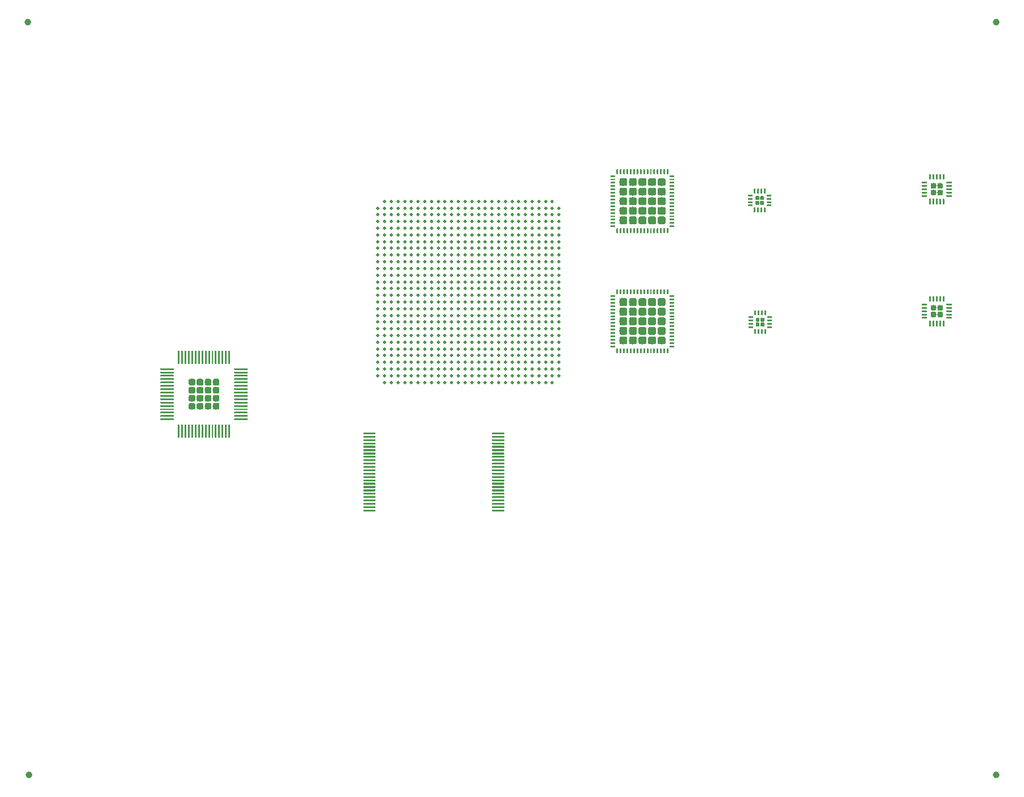
<source format=gtp>
G04 #@! TF.GenerationSoftware,KiCad,Pcbnew,5.0.2-bee76a0~70~ubuntu18.04.1*
G04 #@! TF.CreationDate,2019-03-31T10:33:46+02:00*
G04 #@! TF.ProjectId,Angelia,416e6765-6c69-4612-9e6b-696361645f70,rev?*
G04 #@! TF.SameCoordinates,Original*
G04 #@! TF.FileFunction,Paste,Top*
G04 #@! TF.FilePolarity,Positive*
%FSLAX46Y46*%
G04 Gerber Fmt 4.6, Leading zero omitted, Abs format (unit mm)*
G04 Created by KiCad (PCBNEW 5.0.2-bee76a0~70~ubuntu18.04.1) date dim. 31 mars 2019 10:33:46 CEST*
%MOMM*%
%LPD*%
G01*
G04 APERTURE LIST*
%ADD10C,0.100000*%
%ADD11C,0.250000*%
%ADD12C,0.967471*%
%ADD13C,1.000000*%
%ADD14C,0.500000*%
%ADD15C,0.280000*%
%ADD16C,1.150000*%
%ADD17C,0.800000*%
%ADD18C,0.580000*%
G04 APERTURE END LIST*
D10*
G04 #@! TO.C,REF\002A\002A*
G36*
X53995166Y88631619D02*
X54001233Y88630719D01*
X54007183Y88629229D01*
X54012958Y88627162D01*
X54018502Y88624540D01*
X54023763Y88621387D01*
X54028690Y88617733D01*
X54033234Y88613614D01*
X54037353Y88609070D01*
X54041007Y88604143D01*
X54044160Y88598882D01*
X54046782Y88593338D01*
X54048849Y88587563D01*
X54050339Y88581613D01*
X54051239Y88575546D01*
X54051540Y88569420D01*
X54051540Y86694420D01*
X54051239Y86688294D01*
X54050339Y86682227D01*
X54048849Y86676277D01*
X54046782Y86670502D01*
X54044160Y86664958D01*
X54041007Y86659697D01*
X54037353Y86654770D01*
X54033234Y86650226D01*
X54028690Y86646107D01*
X54023763Y86642453D01*
X54018502Y86639300D01*
X54012958Y86636678D01*
X54007183Y86634611D01*
X54001233Y86633121D01*
X53995166Y86632221D01*
X53989040Y86631920D01*
X53864040Y86631920D01*
X53857914Y86632221D01*
X53851847Y86633121D01*
X53845897Y86634611D01*
X53840122Y86636678D01*
X53834578Y86639300D01*
X53829317Y86642453D01*
X53824390Y86646107D01*
X53819846Y86650226D01*
X53815727Y86654770D01*
X53812073Y86659697D01*
X53808920Y86664958D01*
X53806298Y86670502D01*
X53804231Y86676277D01*
X53802741Y86682227D01*
X53801841Y86688294D01*
X53801540Y86694420D01*
X53801540Y88569420D01*
X53801841Y88575546D01*
X53802741Y88581613D01*
X53804231Y88587563D01*
X53806298Y88593338D01*
X53808920Y88598882D01*
X53812073Y88604143D01*
X53815727Y88609070D01*
X53819846Y88613614D01*
X53824390Y88617733D01*
X53829317Y88621387D01*
X53834578Y88624540D01*
X53840122Y88627162D01*
X53845897Y88629229D01*
X53851847Y88630719D01*
X53857914Y88631619D01*
X53864040Y88631920D01*
X53989040Y88631920D01*
X53995166Y88631619D01*
X53995166Y88631619D01*
G37*
D11*
X53926540Y87631920D03*
D10*
G36*
X54495166Y88631619D02*
X54501233Y88630719D01*
X54507183Y88629229D01*
X54512958Y88627162D01*
X54518502Y88624540D01*
X54523763Y88621387D01*
X54528690Y88617733D01*
X54533234Y88613614D01*
X54537353Y88609070D01*
X54541007Y88604143D01*
X54544160Y88598882D01*
X54546782Y88593338D01*
X54548849Y88587563D01*
X54550339Y88581613D01*
X54551239Y88575546D01*
X54551540Y88569420D01*
X54551540Y86694420D01*
X54551239Y86688294D01*
X54550339Y86682227D01*
X54548849Y86676277D01*
X54546782Y86670502D01*
X54544160Y86664958D01*
X54541007Y86659697D01*
X54537353Y86654770D01*
X54533234Y86650226D01*
X54528690Y86646107D01*
X54523763Y86642453D01*
X54518502Y86639300D01*
X54512958Y86636678D01*
X54507183Y86634611D01*
X54501233Y86633121D01*
X54495166Y86632221D01*
X54489040Y86631920D01*
X54364040Y86631920D01*
X54357914Y86632221D01*
X54351847Y86633121D01*
X54345897Y86634611D01*
X54340122Y86636678D01*
X54334578Y86639300D01*
X54329317Y86642453D01*
X54324390Y86646107D01*
X54319846Y86650226D01*
X54315727Y86654770D01*
X54312073Y86659697D01*
X54308920Y86664958D01*
X54306298Y86670502D01*
X54304231Y86676277D01*
X54302741Y86682227D01*
X54301841Y86688294D01*
X54301540Y86694420D01*
X54301540Y88569420D01*
X54301841Y88575546D01*
X54302741Y88581613D01*
X54304231Y88587563D01*
X54306298Y88593338D01*
X54308920Y88598882D01*
X54312073Y88604143D01*
X54315727Y88609070D01*
X54319846Y88613614D01*
X54324390Y88617733D01*
X54329317Y88621387D01*
X54334578Y88624540D01*
X54340122Y88627162D01*
X54345897Y88629229D01*
X54351847Y88630719D01*
X54357914Y88631619D01*
X54364040Y88631920D01*
X54489040Y88631920D01*
X54495166Y88631619D01*
X54495166Y88631619D01*
G37*
D11*
X54426540Y87631920D03*
D10*
G36*
X54995166Y88631619D02*
X55001233Y88630719D01*
X55007183Y88629229D01*
X55012958Y88627162D01*
X55018502Y88624540D01*
X55023763Y88621387D01*
X55028690Y88617733D01*
X55033234Y88613614D01*
X55037353Y88609070D01*
X55041007Y88604143D01*
X55044160Y88598882D01*
X55046782Y88593338D01*
X55048849Y88587563D01*
X55050339Y88581613D01*
X55051239Y88575546D01*
X55051540Y88569420D01*
X55051540Y86694420D01*
X55051239Y86688294D01*
X55050339Y86682227D01*
X55048849Y86676277D01*
X55046782Y86670502D01*
X55044160Y86664958D01*
X55041007Y86659697D01*
X55037353Y86654770D01*
X55033234Y86650226D01*
X55028690Y86646107D01*
X55023763Y86642453D01*
X55018502Y86639300D01*
X55012958Y86636678D01*
X55007183Y86634611D01*
X55001233Y86633121D01*
X54995166Y86632221D01*
X54989040Y86631920D01*
X54864040Y86631920D01*
X54857914Y86632221D01*
X54851847Y86633121D01*
X54845897Y86634611D01*
X54840122Y86636678D01*
X54834578Y86639300D01*
X54829317Y86642453D01*
X54824390Y86646107D01*
X54819846Y86650226D01*
X54815727Y86654770D01*
X54812073Y86659697D01*
X54808920Y86664958D01*
X54806298Y86670502D01*
X54804231Y86676277D01*
X54802741Y86682227D01*
X54801841Y86688294D01*
X54801540Y86694420D01*
X54801540Y88569420D01*
X54801841Y88575546D01*
X54802741Y88581613D01*
X54804231Y88587563D01*
X54806298Y88593338D01*
X54808920Y88598882D01*
X54812073Y88604143D01*
X54815727Y88609070D01*
X54819846Y88613614D01*
X54824390Y88617733D01*
X54829317Y88621387D01*
X54834578Y88624540D01*
X54840122Y88627162D01*
X54845897Y88629229D01*
X54851847Y88630719D01*
X54857914Y88631619D01*
X54864040Y88631920D01*
X54989040Y88631920D01*
X54995166Y88631619D01*
X54995166Y88631619D01*
G37*
D11*
X54926540Y87631920D03*
D10*
G36*
X55495166Y88631619D02*
X55501233Y88630719D01*
X55507183Y88629229D01*
X55512958Y88627162D01*
X55518502Y88624540D01*
X55523763Y88621387D01*
X55528690Y88617733D01*
X55533234Y88613614D01*
X55537353Y88609070D01*
X55541007Y88604143D01*
X55544160Y88598882D01*
X55546782Y88593338D01*
X55548849Y88587563D01*
X55550339Y88581613D01*
X55551239Y88575546D01*
X55551540Y88569420D01*
X55551540Y86694420D01*
X55551239Y86688294D01*
X55550339Y86682227D01*
X55548849Y86676277D01*
X55546782Y86670502D01*
X55544160Y86664958D01*
X55541007Y86659697D01*
X55537353Y86654770D01*
X55533234Y86650226D01*
X55528690Y86646107D01*
X55523763Y86642453D01*
X55518502Y86639300D01*
X55512958Y86636678D01*
X55507183Y86634611D01*
X55501233Y86633121D01*
X55495166Y86632221D01*
X55489040Y86631920D01*
X55364040Y86631920D01*
X55357914Y86632221D01*
X55351847Y86633121D01*
X55345897Y86634611D01*
X55340122Y86636678D01*
X55334578Y86639300D01*
X55329317Y86642453D01*
X55324390Y86646107D01*
X55319846Y86650226D01*
X55315727Y86654770D01*
X55312073Y86659697D01*
X55308920Y86664958D01*
X55306298Y86670502D01*
X55304231Y86676277D01*
X55302741Y86682227D01*
X55301841Y86688294D01*
X55301540Y86694420D01*
X55301540Y88569420D01*
X55301841Y88575546D01*
X55302741Y88581613D01*
X55304231Y88587563D01*
X55306298Y88593338D01*
X55308920Y88598882D01*
X55312073Y88604143D01*
X55315727Y88609070D01*
X55319846Y88613614D01*
X55324390Y88617733D01*
X55329317Y88621387D01*
X55334578Y88624540D01*
X55340122Y88627162D01*
X55345897Y88629229D01*
X55351847Y88630719D01*
X55357914Y88631619D01*
X55364040Y88631920D01*
X55489040Y88631920D01*
X55495166Y88631619D01*
X55495166Y88631619D01*
G37*
D11*
X55426540Y87631920D03*
D10*
G36*
X55995166Y88631619D02*
X56001233Y88630719D01*
X56007183Y88629229D01*
X56012958Y88627162D01*
X56018502Y88624540D01*
X56023763Y88621387D01*
X56028690Y88617733D01*
X56033234Y88613614D01*
X56037353Y88609070D01*
X56041007Y88604143D01*
X56044160Y88598882D01*
X56046782Y88593338D01*
X56048849Y88587563D01*
X56050339Y88581613D01*
X56051239Y88575546D01*
X56051540Y88569420D01*
X56051540Y86694420D01*
X56051239Y86688294D01*
X56050339Y86682227D01*
X56048849Y86676277D01*
X56046782Y86670502D01*
X56044160Y86664958D01*
X56041007Y86659697D01*
X56037353Y86654770D01*
X56033234Y86650226D01*
X56028690Y86646107D01*
X56023763Y86642453D01*
X56018502Y86639300D01*
X56012958Y86636678D01*
X56007183Y86634611D01*
X56001233Y86633121D01*
X55995166Y86632221D01*
X55989040Y86631920D01*
X55864040Y86631920D01*
X55857914Y86632221D01*
X55851847Y86633121D01*
X55845897Y86634611D01*
X55840122Y86636678D01*
X55834578Y86639300D01*
X55829317Y86642453D01*
X55824390Y86646107D01*
X55819846Y86650226D01*
X55815727Y86654770D01*
X55812073Y86659697D01*
X55808920Y86664958D01*
X55806298Y86670502D01*
X55804231Y86676277D01*
X55802741Y86682227D01*
X55801841Y86688294D01*
X55801540Y86694420D01*
X55801540Y88569420D01*
X55801841Y88575546D01*
X55802741Y88581613D01*
X55804231Y88587563D01*
X55806298Y88593338D01*
X55808920Y88598882D01*
X55812073Y88604143D01*
X55815727Y88609070D01*
X55819846Y88613614D01*
X55824390Y88617733D01*
X55829317Y88621387D01*
X55834578Y88624540D01*
X55840122Y88627162D01*
X55845897Y88629229D01*
X55851847Y88630719D01*
X55857914Y88631619D01*
X55864040Y88631920D01*
X55989040Y88631920D01*
X55995166Y88631619D01*
X55995166Y88631619D01*
G37*
D11*
X55926540Y87631920D03*
D10*
G36*
X56495166Y88631619D02*
X56501233Y88630719D01*
X56507183Y88629229D01*
X56512958Y88627162D01*
X56518502Y88624540D01*
X56523763Y88621387D01*
X56528690Y88617733D01*
X56533234Y88613614D01*
X56537353Y88609070D01*
X56541007Y88604143D01*
X56544160Y88598882D01*
X56546782Y88593338D01*
X56548849Y88587563D01*
X56550339Y88581613D01*
X56551239Y88575546D01*
X56551540Y88569420D01*
X56551540Y86694420D01*
X56551239Y86688294D01*
X56550339Y86682227D01*
X56548849Y86676277D01*
X56546782Y86670502D01*
X56544160Y86664958D01*
X56541007Y86659697D01*
X56537353Y86654770D01*
X56533234Y86650226D01*
X56528690Y86646107D01*
X56523763Y86642453D01*
X56518502Y86639300D01*
X56512958Y86636678D01*
X56507183Y86634611D01*
X56501233Y86633121D01*
X56495166Y86632221D01*
X56489040Y86631920D01*
X56364040Y86631920D01*
X56357914Y86632221D01*
X56351847Y86633121D01*
X56345897Y86634611D01*
X56340122Y86636678D01*
X56334578Y86639300D01*
X56329317Y86642453D01*
X56324390Y86646107D01*
X56319846Y86650226D01*
X56315727Y86654770D01*
X56312073Y86659697D01*
X56308920Y86664958D01*
X56306298Y86670502D01*
X56304231Y86676277D01*
X56302741Y86682227D01*
X56301841Y86688294D01*
X56301540Y86694420D01*
X56301540Y88569420D01*
X56301841Y88575546D01*
X56302741Y88581613D01*
X56304231Y88587563D01*
X56306298Y88593338D01*
X56308920Y88598882D01*
X56312073Y88604143D01*
X56315727Y88609070D01*
X56319846Y88613614D01*
X56324390Y88617733D01*
X56329317Y88621387D01*
X56334578Y88624540D01*
X56340122Y88627162D01*
X56345897Y88629229D01*
X56351847Y88630719D01*
X56357914Y88631619D01*
X56364040Y88631920D01*
X56489040Y88631920D01*
X56495166Y88631619D01*
X56495166Y88631619D01*
G37*
D11*
X56426540Y87631920D03*
D10*
G36*
X56995166Y88631619D02*
X57001233Y88630719D01*
X57007183Y88629229D01*
X57012958Y88627162D01*
X57018502Y88624540D01*
X57023763Y88621387D01*
X57028690Y88617733D01*
X57033234Y88613614D01*
X57037353Y88609070D01*
X57041007Y88604143D01*
X57044160Y88598882D01*
X57046782Y88593338D01*
X57048849Y88587563D01*
X57050339Y88581613D01*
X57051239Y88575546D01*
X57051540Y88569420D01*
X57051540Y86694420D01*
X57051239Y86688294D01*
X57050339Y86682227D01*
X57048849Y86676277D01*
X57046782Y86670502D01*
X57044160Y86664958D01*
X57041007Y86659697D01*
X57037353Y86654770D01*
X57033234Y86650226D01*
X57028690Y86646107D01*
X57023763Y86642453D01*
X57018502Y86639300D01*
X57012958Y86636678D01*
X57007183Y86634611D01*
X57001233Y86633121D01*
X56995166Y86632221D01*
X56989040Y86631920D01*
X56864040Y86631920D01*
X56857914Y86632221D01*
X56851847Y86633121D01*
X56845897Y86634611D01*
X56840122Y86636678D01*
X56834578Y86639300D01*
X56829317Y86642453D01*
X56824390Y86646107D01*
X56819846Y86650226D01*
X56815727Y86654770D01*
X56812073Y86659697D01*
X56808920Y86664958D01*
X56806298Y86670502D01*
X56804231Y86676277D01*
X56802741Y86682227D01*
X56801841Y86688294D01*
X56801540Y86694420D01*
X56801540Y88569420D01*
X56801841Y88575546D01*
X56802741Y88581613D01*
X56804231Y88587563D01*
X56806298Y88593338D01*
X56808920Y88598882D01*
X56812073Y88604143D01*
X56815727Y88609070D01*
X56819846Y88613614D01*
X56824390Y88617733D01*
X56829317Y88621387D01*
X56834578Y88624540D01*
X56840122Y88627162D01*
X56845897Y88629229D01*
X56851847Y88630719D01*
X56857914Y88631619D01*
X56864040Y88631920D01*
X56989040Y88631920D01*
X56995166Y88631619D01*
X56995166Y88631619D01*
G37*
D11*
X56926540Y87631920D03*
D10*
G36*
X57495166Y88631619D02*
X57501233Y88630719D01*
X57507183Y88629229D01*
X57512958Y88627162D01*
X57518502Y88624540D01*
X57523763Y88621387D01*
X57528690Y88617733D01*
X57533234Y88613614D01*
X57537353Y88609070D01*
X57541007Y88604143D01*
X57544160Y88598882D01*
X57546782Y88593338D01*
X57548849Y88587563D01*
X57550339Y88581613D01*
X57551239Y88575546D01*
X57551540Y88569420D01*
X57551540Y86694420D01*
X57551239Y86688294D01*
X57550339Y86682227D01*
X57548849Y86676277D01*
X57546782Y86670502D01*
X57544160Y86664958D01*
X57541007Y86659697D01*
X57537353Y86654770D01*
X57533234Y86650226D01*
X57528690Y86646107D01*
X57523763Y86642453D01*
X57518502Y86639300D01*
X57512958Y86636678D01*
X57507183Y86634611D01*
X57501233Y86633121D01*
X57495166Y86632221D01*
X57489040Y86631920D01*
X57364040Y86631920D01*
X57357914Y86632221D01*
X57351847Y86633121D01*
X57345897Y86634611D01*
X57340122Y86636678D01*
X57334578Y86639300D01*
X57329317Y86642453D01*
X57324390Y86646107D01*
X57319846Y86650226D01*
X57315727Y86654770D01*
X57312073Y86659697D01*
X57308920Y86664958D01*
X57306298Y86670502D01*
X57304231Y86676277D01*
X57302741Y86682227D01*
X57301841Y86688294D01*
X57301540Y86694420D01*
X57301540Y88569420D01*
X57301841Y88575546D01*
X57302741Y88581613D01*
X57304231Y88587563D01*
X57306298Y88593338D01*
X57308920Y88598882D01*
X57312073Y88604143D01*
X57315727Y88609070D01*
X57319846Y88613614D01*
X57324390Y88617733D01*
X57329317Y88621387D01*
X57334578Y88624540D01*
X57340122Y88627162D01*
X57345897Y88629229D01*
X57351847Y88630719D01*
X57357914Y88631619D01*
X57364040Y88631920D01*
X57489040Y88631920D01*
X57495166Y88631619D01*
X57495166Y88631619D01*
G37*
D11*
X57426540Y87631920D03*
D10*
G36*
X57995166Y88631619D02*
X58001233Y88630719D01*
X58007183Y88629229D01*
X58012958Y88627162D01*
X58018502Y88624540D01*
X58023763Y88621387D01*
X58028690Y88617733D01*
X58033234Y88613614D01*
X58037353Y88609070D01*
X58041007Y88604143D01*
X58044160Y88598882D01*
X58046782Y88593338D01*
X58048849Y88587563D01*
X58050339Y88581613D01*
X58051239Y88575546D01*
X58051540Y88569420D01*
X58051540Y86694420D01*
X58051239Y86688294D01*
X58050339Y86682227D01*
X58048849Y86676277D01*
X58046782Y86670502D01*
X58044160Y86664958D01*
X58041007Y86659697D01*
X58037353Y86654770D01*
X58033234Y86650226D01*
X58028690Y86646107D01*
X58023763Y86642453D01*
X58018502Y86639300D01*
X58012958Y86636678D01*
X58007183Y86634611D01*
X58001233Y86633121D01*
X57995166Y86632221D01*
X57989040Y86631920D01*
X57864040Y86631920D01*
X57857914Y86632221D01*
X57851847Y86633121D01*
X57845897Y86634611D01*
X57840122Y86636678D01*
X57834578Y86639300D01*
X57829317Y86642453D01*
X57824390Y86646107D01*
X57819846Y86650226D01*
X57815727Y86654770D01*
X57812073Y86659697D01*
X57808920Y86664958D01*
X57806298Y86670502D01*
X57804231Y86676277D01*
X57802741Y86682227D01*
X57801841Y86688294D01*
X57801540Y86694420D01*
X57801540Y88569420D01*
X57801841Y88575546D01*
X57802741Y88581613D01*
X57804231Y88587563D01*
X57806298Y88593338D01*
X57808920Y88598882D01*
X57812073Y88604143D01*
X57815727Y88609070D01*
X57819846Y88613614D01*
X57824390Y88617733D01*
X57829317Y88621387D01*
X57834578Y88624540D01*
X57840122Y88627162D01*
X57845897Y88629229D01*
X57851847Y88630719D01*
X57857914Y88631619D01*
X57864040Y88631920D01*
X57989040Y88631920D01*
X57995166Y88631619D01*
X57995166Y88631619D01*
G37*
D11*
X57926540Y87631920D03*
D10*
G36*
X58495166Y88631619D02*
X58501233Y88630719D01*
X58507183Y88629229D01*
X58512958Y88627162D01*
X58518502Y88624540D01*
X58523763Y88621387D01*
X58528690Y88617733D01*
X58533234Y88613614D01*
X58537353Y88609070D01*
X58541007Y88604143D01*
X58544160Y88598882D01*
X58546782Y88593338D01*
X58548849Y88587563D01*
X58550339Y88581613D01*
X58551239Y88575546D01*
X58551540Y88569420D01*
X58551540Y86694420D01*
X58551239Y86688294D01*
X58550339Y86682227D01*
X58548849Y86676277D01*
X58546782Y86670502D01*
X58544160Y86664958D01*
X58541007Y86659697D01*
X58537353Y86654770D01*
X58533234Y86650226D01*
X58528690Y86646107D01*
X58523763Y86642453D01*
X58518502Y86639300D01*
X58512958Y86636678D01*
X58507183Y86634611D01*
X58501233Y86633121D01*
X58495166Y86632221D01*
X58489040Y86631920D01*
X58364040Y86631920D01*
X58357914Y86632221D01*
X58351847Y86633121D01*
X58345897Y86634611D01*
X58340122Y86636678D01*
X58334578Y86639300D01*
X58329317Y86642453D01*
X58324390Y86646107D01*
X58319846Y86650226D01*
X58315727Y86654770D01*
X58312073Y86659697D01*
X58308920Y86664958D01*
X58306298Y86670502D01*
X58304231Y86676277D01*
X58302741Y86682227D01*
X58301841Y86688294D01*
X58301540Y86694420D01*
X58301540Y88569420D01*
X58301841Y88575546D01*
X58302741Y88581613D01*
X58304231Y88587563D01*
X58306298Y88593338D01*
X58308920Y88598882D01*
X58312073Y88604143D01*
X58315727Y88609070D01*
X58319846Y88613614D01*
X58324390Y88617733D01*
X58329317Y88621387D01*
X58334578Y88624540D01*
X58340122Y88627162D01*
X58345897Y88629229D01*
X58351847Y88630719D01*
X58357914Y88631619D01*
X58364040Y88631920D01*
X58489040Y88631920D01*
X58495166Y88631619D01*
X58495166Y88631619D01*
G37*
D11*
X58426540Y87631920D03*
D10*
G36*
X58995166Y88631619D02*
X59001233Y88630719D01*
X59007183Y88629229D01*
X59012958Y88627162D01*
X59018502Y88624540D01*
X59023763Y88621387D01*
X59028690Y88617733D01*
X59033234Y88613614D01*
X59037353Y88609070D01*
X59041007Y88604143D01*
X59044160Y88598882D01*
X59046782Y88593338D01*
X59048849Y88587563D01*
X59050339Y88581613D01*
X59051239Y88575546D01*
X59051540Y88569420D01*
X59051540Y86694420D01*
X59051239Y86688294D01*
X59050339Y86682227D01*
X59048849Y86676277D01*
X59046782Y86670502D01*
X59044160Y86664958D01*
X59041007Y86659697D01*
X59037353Y86654770D01*
X59033234Y86650226D01*
X59028690Y86646107D01*
X59023763Y86642453D01*
X59018502Y86639300D01*
X59012958Y86636678D01*
X59007183Y86634611D01*
X59001233Y86633121D01*
X58995166Y86632221D01*
X58989040Y86631920D01*
X58864040Y86631920D01*
X58857914Y86632221D01*
X58851847Y86633121D01*
X58845897Y86634611D01*
X58840122Y86636678D01*
X58834578Y86639300D01*
X58829317Y86642453D01*
X58824390Y86646107D01*
X58819846Y86650226D01*
X58815727Y86654770D01*
X58812073Y86659697D01*
X58808920Y86664958D01*
X58806298Y86670502D01*
X58804231Y86676277D01*
X58802741Y86682227D01*
X58801841Y86688294D01*
X58801540Y86694420D01*
X58801540Y88569420D01*
X58801841Y88575546D01*
X58802741Y88581613D01*
X58804231Y88587563D01*
X58806298Y88593338D01*
X58808920Y88598882D01*
X58812073Y88604143D01*
X58815727Y88609070D01*
X58819846Y88613614D01*
X58824390Y88617733D01*
X58829317Y88621387D01*
X58834578Y88624540D01*
X58840122Y88627162D01*
X58845897Y88629229D01*
X58851847Y88630719D01*
X58857914Y88631619D01*
X58864040Y88631920D01*
X58989040Y88631920D01*
X58995166Y88631619D01*
X58995166Y88631619D01*
G37*
D11*
X58926540Y87631920D03*
D10*
G36*
X59495166Y88631619D02*
X59501233Y88630719D01*
X59507183Y88629229D01*
X59512958Y88627162D01*
X59518502Y88624540D01*
X59523763Y88621387D01*
X59528690Y88617733D01*
X59533234Y88613614D01*
X59537353Y88609070D01*
X59541007Y88604143D01*
X59544160Y88598882D01*
X59546782Y88593338D01*
X59548849Y88587563D01*
X59550339Y88581613D01*
X59551239Y88575546D01*
X59551540Y88569420D01*
X59551540Y86694420D01*
X59551239Y86688294D01*
X59550339Y86682227D01*
X59548849Y86676277D01*
X59546782Y86670502D01*
X59544160Y86664958D01*
X59541007Y86659697D01*
X59537353Y86654770D01*
X59533234Y86650226D01*
X59528690Y86646107D01*
X59523763Y86642453D01*
X59518502Y86639300D01*
X59512958Y86636678D01*
X59507183Y86634611D01*
X59501233Y86633121D01*
X59495166Y86632221D01*
X59489040Y86631920D01*
X59364040Y86631920D01*
X59357914Y86632221D01*
X59351847Y86633121D01*
X59345897Y86634611D01*
X59340122Y86636678D01*
X59334578Y86639300D01*
X59329317Y86642453D01*
X59324390Y86646107D01*
X59319846Y86650226D01*
X59315727Y86654770D01*
X59312073Y86659697D01*
X59308920Y86664958D01*
X59306298Y86670502D01*
X59304231Y86676277D01*
X59302741Y86682227D01*
X59301841Y86688294D01*
X59301540Y86694420D01*
X59301540Y88569420D01*
X59301841Y88575546D01*
X59302741Y88581613D01*
X59304231Y88587563D01*
X59306298Y88593338D01*
X59308920Y88598882D01*
X59312073Y88604143D01*
X59315727Y88609070D01*
X59319846Y88613614D01*
X59324390Y88617733D01*
X59329317Y88621387D01*
X59334578Y88624540D01*
X59340122Y88627162D01*
X59345897Y88629229D01*
X59351847Y88630719D01*
X59357914Y88631619D01*
X59364040Y88631920D01*
X59489040Y88631920D01*
X59495166Y88631619D01*
X59495166Y88631619D01*
G37*
D11*
X59426540Y87631920D03*
D10*
G36*
X59995166Y88631619D02*
X60001233Y88630719D01*
X60007183Y88629229D01*
X60012958Y88627162D01*
X60018502Y88624540D01*
X60023763Y88621387D01*
X60028690Y88617733D01*
X60033234Y88613614D01*
X60037353Y88609070D01*
X60041007Y88604143D01*
X60044160Y88598882D01*
X60046782Y88593338D01*
X60048849Y88587563D01*
X60050339Y88581613D01*
X60051239Y88575546D01*
X60051540Y88569420D01*
X60051540Y86694420D01*
X60051239Y86688294D01*
X60050339Y86682227D01*
X60048849Y86676277D01*
X60046782Y86670502D01*
X60044160Y86664958D01*
X60041007Y86659697D01*
X60037353Y86654770D01*
X60033234Y86650226D01*
X60028690Y86646107D01*
X60023763Y86642453D01*
X60018502Y86639300D01*
X60012958Y86636678D01*
X60007183Y86634611D01*
X60001233Y86633121D01*
X59995166Y86632221D01*
X59989040Y86631920D01*
X59864040Y86631920D01*
X59857914Y86632221D01*
X59851847Y86633121D01*
X59845897Y86634611D01*
X59840122Y86636678D01*
X59834578Y86639300D01*
X59829317Y86642453D01*
X59824390Y86646107D01*
X59819846Y86650226D01*
X59815727Y86654770D01*
X59812073Y86659697D01*
X59808920Y86664958D01*
X59806298Y86670502D01*
X59804231Y86676277D01*
X59802741Y86682227D01*
X59801841Y86688294D01*
X59801540Y86694420D01*
X59801540Y88569420D01*
X59801841Y88575546D01*
X59802741Y88581613D01*
X59804231Y88587563D01*
X59806298Y88593338D01*
X59808920Y88598882D01*
X59812073Y88604143D01*
X59815727Y88609070D01*
X59819846Y88613614D01*
X59824390Y88617733D01*
X59829317Y88621387D01*
X59834578Y88624540D01*
X59840122Y88627162D01*
X59845897Y88629229D01*
X59851847Y88630719D01*
X59857914Y88631619D01*
X59864040Y88631920D01*
X59989040Y88631920D01*
X59995166Y88631619D01*
X59995166Y88631619D01*
G37*
D11*
X59926540Y87631920D03*
D10*
G36*
X60495166Y88631619D02*
X60501233Y88630719D01*
X60507183Y88629229D01*
X60512958Y88627162D01*
X60518502Y88624540D01*
X60523763Y88621387D01*
X60528690Y88617733D01*
X60533234Y88613614D01*
X60537353Y88609070D01*
X60541007Y88604143D01*
X60544160Y88598882D01*
X60546782Y88593338D01*
X60548849Y88587563D01*
X60550339Y88581613D01*
X60551239Y88575546D01*
X60551540Y88569420D01*
X60551540Y86694420D01*
X60551239Y86688294D01*
X60550339Y86682227D01*
X60548849Y86676277D01*
X60546782Y86670502D01*
X60544160Y86664958D01*
X60541007Y86659697D01*
X60537353Y86654770D01*
X60533234Y86650226D01*
X60528690Y86646107D01*
X60523763Y86642453D01*
X60518502Y86639300D01*
X60512958Y86636678D01*
X60507183Y86634611D01*
X60501233Y86633121D01*
X60495166Y86632221D01*
X60489040Y86631920D01*
X60364040Y86631920D01*
X60357914Y86632221D01*
X60351847Y86633121D01*
X60345897Y86634611D01*
X60340122Y86636678D01*
X60334578Y86639300D01*
X60329317Y86642453D01*
X60324390Y86646107D01*
X60319846Y86650226D01*
X60315727Y86654770D01*
X60312073Y86659697D01*
X60308920Y86664958D01*
X60306298Y86670502D01*
X60304231Y86676277D01*
X60302741Y86682227D01*
X60301841Y86688294D01*
X60301540Y86694420D01*
X60301540Y88569420D01*
X60301841Y88575546D01*
X60302741Y88581613D01*
X60304231Y88587563D01*
X60306298Y88593338D01*
X60308920Y88598882D01*
X60312073Y88604143D01*
X60315727Y88609070D01*
X60319846Y88613614D01*
X60324390Y88617733D01*
X60329317Y88621387D01*
X60334578Y88624540D01*
X60340122Y88627162D01*
X60345897Y88629229D01*
X60351847Y88630719D01*
X60357914Y88631619D01*
X60364040Y88631920D01*
X60489040Y88631920D01*
X60495166Y88631619D01*
X60495166Y88631619D01*
G37*
D11*
X60426540Y87631920D03*
D10*
G36*
X60995166Y88631619D02*
X61001233Y88630719D01*
X61007183Y88629229D01*
X61012958Y88627162D01*
X61018502Y88624540D01*
X61023763Y88621387D01*
X61028690Y88617733D01*
X61033234Y88613614D01*
X61037353Y88609070D01*
X61041007Y88604143D01*
X61044160Y88598882D01*
X61046782Y88593338D01*
X61048849Y88587563D01*
X61050339Y88581613D01*
X61051239Y88575546D01*
X61051540Y88569420D01*
X61051540Y86694420D01*
X61051239Y86688294D01*
X61050339Y86682227D01*
X61048849Y86676277D01*
X61046782Y86670502D01*
X61044160Y86664958D01*
X61041007Y86659697D01*
X61037353Y86654770D01*
X61033234Y86650226D01*
X61028690Y86646107D01*
X61023763Y86642453D01*
X61018502Y86639300D01*
X61012958Y86636678D01*
X61007183Y86634611D01*
X61001233Y86633121D01*
X60995166Y86632221D01*
X60989040Y86631920D01*
X60864040Y86631920D01*
X60857914Y86632221D01*
X60851847Y86633121D01*
X60845897Y86634611D01*
X60840122Y86636678D01*
X60834578Y86639300D01*
X60829317Y86642453D01*
X60824390Y86646107D01*
X60819846Y86650226D01*
X60815727Y86654770D01*
X60812073Y86659697D01*
X60808920Y86664958D01*
X60806298Y86670502D01*
X60804231Y86676277D01*
X60802741Y86682227D01*
X60801841Y86688294D01*
X60801540Y86694420D01*
X60801540Y88569420D01*
X60801841Y88575546D01*
X60802741Y88581613D01*
X60804231Y88587563D01*
X60806298Y88593338D01*
X60808920Y88598882D01*
X60812073Y88604143D01*
X60815727Y88609070D01*
X60819846Y88613614D01*
X60824390Y88617733D01*
X60829317Y88621387D01*
X60834578Y88624540D01*
X60840122Y88627162D01*
X60845897Y88629229D01*
X60851847Y88630719D01*
X60857914Y88631619D01*
X60864040Y88631920D01*
X60989040Y88631920D01*
X60995166Y88631619D01*
X60995166Y88631619D01*
G37*
D11*
X60926540Y87631920D03*
D10*
G36*
X61495166Y88631619D02*
X61501233Y88630719D01*
X61507183Y88629229D01*
X61512958Y88627162D01*
X61518502Y88624540D01*
X61523763Y88621387D01*
X61528690Y88617733D01*
X61533234Y88613614D01*
X61537353Y88609070D01*
X61541007Y88604143D01*
X61544160Y88598882D01*
X61546782Y88593338D01*
X61548849Y88587563D01*
X61550339Y88581613D01*
X61551239Y88575546D01*
X61551540Y88569420D01*
X61551540Y86694420D01*
X61551239Y86688294D01*
X61550339Y86682227D01*
X61548849Y86676277D01*
X61546782Y86670502D01*
X61544160Y86664958D01*
X61541007Y86659697D01*
X61537353Y86654770D01*
X61533234Y86650226D01*
X61528690Y86646107D01*
X61523763Y86642453D01*
X61518502Y86639300D01*
X61512958Y86636678D01*
X61507183Y86634611D01*
X61501233Y86633121D01*
X61495166Y86632221D01*
X61489040Y86631920D01*
X61364040Y86631920D01*
X61357914Y86632221D01*
X61351847Y86633121D01*
X61345897Y86634611D01*
X61340122Y86636678D01*
X61334578Y86639300D01*
X61329317Y86642453D01*
X61324390Y86646107D01*
X61319846Y86650226D01*
X61315727Y86654770D01*
X61312073Y86659697D01*
X61308920Y86664958D01*
X61306298Y86670502D01*
X61304231Y86676277D01*
X61302741Y86682227D01*
X61301841Y86688294D01*
X61301540Y86694420D01*
X61301540Y88569420D01*
X61301841Y88575546D01*
X61302741Y88581613D01*
X61304231Y88587563D01*
X61306298Y88593338D01*
X61308920Y88598882D01*
X61312073Y88604143D01*
X61315727Y88609070D01*
X61319846Y88613614D01*
X61324390Y88617733D01*
X61329317Y88621387D01*
X61334578Y88624540D01*
X61340122Y88627162D01*
X61345897Y88629229D01*
X61351847Y88630719D01*
X61357914Y88631619D01*
X61364040Y88631920D01*
X61489040Y88631920D01*
X61495166Y88631619D01*
X61495166Y88631619D01*
G37*
D11*
X61426540Y87631920D03*
D10*
G36*
X64120166Y86006619D02*
X64126233Y86005719D01*
X64132183Y86004229D01*
X64137958Y86002162D01*
X64143502Y85999540D01*
X64148763Y85996387D01*
X64153690Y85992733D01*
X64158234Y85988614D01*
X64162353Y85984070D01*
X64166007Y85979143D01*
X64169160Y85973882D01*
X64171782Y85968338D01*
X64173849Y85962563D01*
X64175339Y85956613D01*
X64176239Y85950546D01*
X64176540Y85944420D01*
X64176540Y85819420D01*
X64176239Y85813294D01*
X64175339Y85807227D01*
X64173849Y85801277D01*
X64171782Y85795502D01*
X64169160Y85789958D01*
X64166007Y85784697D01*
X64162353Y85779770D01*
X64158234Y85775226D01*
X64153690Y85771107D01*
X64148763Y85767453D01*
X64143502Y85764300D01*
X64137958Y85761678D01*
X64132183Y85759611D01*
X64126233Y85758121D01*
X64120166Y85757221D01*
X64114040Y85756920D01*
X62239040Y85756920D01*
X62232914Y85757221D01*
X62226847Y85758121D01*
X62220897Y85759611D01*
X62215122Y85761678D01*
X62209578Y85764300D01*
X62204317Y85767453D01*
X62199390Y85771107D01*
X62194846Y85775226D01*
X62190727Y85779770D01*
X62187073Y85784697D01*
X62183920Y85789958D01*
X62181298Y85795502D01*
X62179231Y85801277D01*
X62177741Y85807227D01*
X62176841Y85813294D01*
X62176540Y85819420D01*
X62176540Y85944420D01*
X62176841Y85950546D01*
X62177741Y85956613D01*
X62179231Y85962563D01*
X62181298Y85968338D01*
X62183920Y85973882D01*
X62187073Y85979143D01*
X62190727Y85984070D01*
X62194846Y85988614D01*
X62199390Y85992733D01*
X62204317Y85996387D01*
X62209578Y85999540D01*
X62215122Y86002162D01*
X62220897Y86004229D01*
X62226847Y86005719D01*
X62232914Y86006619D01*
X62239040Y86006920D01*
X64114040Y86006920D01*
X64120166Y86006619D01*
X64120166Y86006619D01*
G37*
D11*
X63176540Y85881920D03*
D10*
G36*
X64120166Y85506619D02*
X64126233Y85505719D01*
X64132183Y85504229D01*
X64137958Y85502162D01*
X64143502Y85499540D01*
X64148763Y85496387D01*
X64153690Y85492733D01*
X64158234Y85488614D01*
X64162353Y85484070D01*
X64166007Y85479143D01*
X64169160Y85473882D01*
X64171782Y85468338D01*
X64173849Y85462563D01*
X64175339Y85456613D01*
X64176239Y85450546D01*
X64176540Y85444420D01*
X64176540Y85319420D01*
X64176239Y85313294D01*
X64175339Y85307227D01*
X64173849Y85301277D01*
X64171782Y85295502D01*
X64169160Y85289958D01*
X64166007Y85284697D01*
X64162353Y85279770D01*
X64158234Y85275226D01*
X64153690Y85271107D01*
X64148763Y85267453D01*
X64143502Y85264300D01*
X64137958Y85261678D01*
X64132183Y85259611D01*
X64126233Y85258121D01*
X64120166Y85257221D01*
X64114040Y85256920D01*
X62239040Y85256920D01*
X62232914Y85257221D01*
X62226847Y85258121D01*
X62220897Y85259611D01*
X62215122Y85261678D01*
X62209578Y85264300D01*
X62204317Y85267453D01*
X62199390Y85271107D01*
X62194846Y85275226D01*
X62190727Y85279770D01*
X62187073Y85284697D01*
X62183920Y85289958D01*
X62181298Y85295502D01*
X62179231Y85301277D01*
X62177741Y85307227D01*
X62176841Y85313294D01*
X62176540Y85319420D01*
X62176540Y85444420D01*
X62176841Y85450546D01*
X62177741Y85456613D01*
X62179231Y85462563D01*
X62181298Y85468338D01*
X62183920Y85473882D01*
X62187073Y85479143D01*
X62190727Y85484070D01*
X62194846Y85488614D01*
X62199390Y85492733D01*
X62204317Y85496387D01*
X62209578Y85499540D01*
X62215122Y85502162D01*
X62220897Y85504229D01*
X62226847Y85505719D01*
X62232914Y85506619D01*
X62239040Y85506920D01*
X64114040Y85506920D01*
X64120166Y85506619D01*
X64120166Y85506619D01*
G37*
D11*
X63176540Y85381920D03*
D10*
G36*
X64120166Y85006619D02*
X64126233Y85005719D01*
X64132183Y85004229D01*
X64137958Y85002162D01*
X64143502Y84999540D01*
X64148763Y84996387D01*
X64153690Y84992733D01*
X64158234Y84988614D01*
X64162353Y84984070D01*
X64166007Y84979143D01*
X64169160Y84973882D01*
X64171782Y84968338D01*
X64173849Y84962563D01*
X64175339Y84956613D01*
X64176239Y84950546D01*
X64176540Y84944420D01*
X64176540Y84819420D01*
X64176239Y84813294D01*
X64175339Y84807227D01*
X64173849Y84801277D01*
X64171782Y84795502D01*
X64169160Y84789958D01*
X64166007Y84784697D01*
X64162353Y84779770D01*
X64158234Y84775226D01*
X64153690Y84771107D01*
X64148763Y84767453D01*
X64143502Y84764300D01*
X64137958Y84761678D01*
X64132183Y84759611D01*
X64126233Y84758121D01*
X64120166Y84757221D01*
X64114040Y84756920D01*
X62239040Y84756920D01*
X62232914Y84757221D01*
X62226847Y84758121D01*
X62220897Y84759611D01*
X62215122Y84761678D01*
X62209578Y84764300D01*
X62204317Y84767453D01*
X62199390Y84771107D01*
X62194846Y84775226D01*
X62190727Y84779770D01*
X62187073Y84784697D01*
X62183920Y84789958D01*
X62181298Y84795502D01*
X62179231Y84801277D01*
X62177741Y84807227D01*
X62176841Y84813294D01*
X62176540Y84819420D01*
X62176540Y84944420D01*
X62176841Y84950546D01*
X62177741Y84956613D01*
X62179231Y84962563D01*
X62181298Y84968338D01*
X62183920Y84973882D01*
X62187073Y84979143D01*
X62190727Y84984070D01*
X62194846Y84988614D01*
X62199390Y84992733D01*
X62204317Y84996387D01*
X62209578Y84999540D01*
X62215122Y85002162D01*
X62220897Y85004229D01*
X62226847Y85005719D01*
X62232914Y85006619D01*
X62239040Y85006920D01*
X64114040Y85006920D01*
X64120166Y85006619D01*
X64120166Y85006619D01*
G37*
D11*
X63176540Y84881920D03*
D10*
G36*
X64120166Y84506619D02*
X64126233Y84505719D01*
X64132183Y84504229D01*
X64137958Y84502162D01*
X64143502Y84499540D01*
X64148763Y84496387D01*
X64153690Y84492733D01*
X64158234Y84488614D01*
X64162353Y84484070D01*
X64166007Y84479143D01*
X64169160Y84473882D01*
X64171782Y84468338D01*
X64173849Y84462563D01*
X64175339Y84456613D01*
X64176239Y84450546D01*
X64176540Y84444420D01*
X64176540Y84319420D01*
X64176239Y84313294D01*
X64175339Y84307227D01*
X64173849Y84301277D01*
X64171782Y84295502D01*
X64169160Y84289958D01*
X64166007Y84284697D01*
X64162353Y84279770D01*
X64158234Y84275226D01*
X64153690Y84271107D01*
X64148763Y84267453D01*
X64143502Y84264300D01*
X64137958Y84261678D01*
X64132183Y84259611D01*
X64126233Y84258121D01*
X64120166Y84257221D01*
X64114040Y84256920D01*
X62239040Y84256920D01*
X62232914Y84257221D01*
X62226847Y84258121D01*
X62220897Y84259611D01*
X62215122Y84261678D01*
X62209578Y84264300D01*
X62204317Y84267453D01*
X62199390Y84271107D01*
X62194846Y84275226D01*
X62190727Y84279770D01*
X62187073Y84284697D01*
X62183920Y84289958D01*
X62181298Y84295502D01*
X62179231Y84301277D01*
X62177741Y84307227D01*
X62176841Y84313294D01*
X62176540Y84319420D01*
X62176540Y84444420D01*
X62176841Y84450546D01*
X62177741Y84456613D01*
X62179231Y84462563D01*
X62181298Y84468338D01*
X62183920Y84473882D01*
X62187073Y84479143D01*
X62190727Y84484070D01*
X62194846Y84488614D01*
X62199390Y84492733D01*
X62204317Y84496387D01*
X62209578Y84499540D01*
X62215122Y84502162D01*
X62220897Y84504229D01*
X62226847Y84505719D01*
X62232914Y84506619D01*
X62239040Y84506920D01*
X64114040Y84506920D01*
X64120166Y84506619D01*
X64120166Y84506619D01*
G37*
D11*
X63176540Y84381920D03*
D10*
G36*
X64120166Y84006619D02*
X64126233Y84005719D01*
X64132183Y84004229D01*
X64137958Y84002162D01*
X64143502Y83999540D01*
X64148763Y83996387D01*
X64153690Y83992733D01*
X64158234Y83988614D01*
X64162353Y83984070D01*
X64166007Y83979143D01*
X64169160Y83973882D01*
X64171782Y83968338D01*
X64173849Y83962563D01*
X64175339Y83956613D01*
X64176239Y83950546D01*
X64176540Y83944420D01*
X64176540Y83819420D01*
X64176239Y83813294D01*
X64175339Y83807227D01*
X64173849Y83801277D01*
X64171782Y83795502D01*
X64169160Y83789958D01*
X64166007Y83784697D01*
X64162353Y83779770D01*
X64158234Y83775226D01*
X64153690Y83771107D01*
X64148763Y83767453D01*
X64143502Y83764300D01*
X64137958Y83761678D01*
X64132183Y83759611D01*
X64126233Y83758121D01*
X64120166Y83757221D01*
X64114040Y83756920D01*
X62239040Y83756920D01*
X62232914Y83757221D01*
X62226847Y83758121D01*
X62220897Y83759611D01*
X62215122Y83761678D01*
X62209578Y83764300D01*
X62204317Y83767453D01*
X62199390Y83771107D01*
X62194846Y83775226D01*
X62190727Y83779770D01*
X62187073Y83784697D01*
X62183920Y83789958D01*
X62181298Y83795502D01*
X62179231Y83801277D01*
X62177741Y83807227D01*
X62176841Y83813294D01*
X62176540Y83819420D01*
X62176540Y83944420D01*
X62176841Y83950546D01*
X62177741Y83956613D01*
X62179231Y83962563D01*
X62181298Y83968338D01*
X62183920Y83973882D01*
X62187073Y83979143D01*
X62190727Y83984070D01*
X62194846Y83988614D01*
X62199390Y83992733D01*
X62204317Y83996387D01*
X62209578Y83999540D01*
X62215122Y84002162D01*
X62220897Y84004229D01*
X62226847Y84005719D01*
X62232914Y84006619D01*
X62239040Y84006920D01*
X64114040Y84006920D01*
X64120166Y84006619D01*
X64120166Y84006619D01*
G37*
D11*
X63176540Y83881920D03*
D10*
G36*
X64120166Y83506619D02*
X64126233Y83505719D01*
X64132183Y83504229D01*
X64137958Y83502162D01*
X64143502Y83499540D01*
X64148763Y83496387D01*
X64153690Y83492733D01*
X64158234Y83488614D01*
X64162353Y83484070D01*
X64166007Y83479143D01*
X64169160Y83473882D01*
X64171782Y83468338D01*
X64173849Y83462563D01*
X64175339Y83456613D01*
X64176239Y83450546D01*
X64176540Y83444420D01*
X64176540Y83319420D01*
X64176239Y83313294D01*
X64175339Y83307227D01*
X64173849Y83301277D01*
X64171782Y83295502D01*
X64169160Y83289958D01*
X64166007Y83284697D01*
X64162353Y83279770D01*
X64158234Y83275226D01*
X64153690Y83271107D01*
X64148763Y83267453D01*
X64143502Y83264300D01*
X64137958Y83261678D01*
X64132183Y83259611D01*
X64126233Y83258121D01*
X64120166Y83257221D01*
X64114040Y83256920D01*
X62239040Y83256920D01*
X62232914Y83257221D01*
X62226847Y83258121D01*
X62220897Y83259611D01*
X62215122Y83261678D01*
X62209578Y83264300D01*
X62204317Y83267453D01*
X62199390Y83271107D01*
X62194846Y83275226D01*
X62190727Y83279770D01*
X62187073Y83284697D01*
X62183920Y83289958D01*
X62181298Y83295502D01*
X62179231Y83301277D01*
X62177741Y83307227D01*
X62176841Y83313294D01*
X62176540Y83319420D01*
X62176540Y83444420D01*
X62176841Y83450546D01*
X62177741Y83456613D01*
X62179231Y83462563D01*
X62181298Y83468338D01*
X62183920Y83473882D01*
X62187073Y83479143D01*
X62190727Y83484070D01*
X62194846Y83488614D01*
X62199390Y83492733D01*
X62204317Y83496387D01*
X62209578Y83499540D01*
X62215122Y83502162D01*
X62220897Y83504229D01*
X62226847Y83505719D01*
X62232914Y83506619D01*
X62239040Y83506920D01*
X64114040Y83506920D01*
X64120166Y83506619D01*
X64120166Y83506619D01*
G37*
D11*
X63176540Y83381920D03*
D10*
G36*
X64120166Y83006619D02*
X64126233Y83005719D01*
X64132183Y83004229D01*
X64137958Y83002162D01*
X64143502Y82999540D01*
X64148763Y82996387D01*
X64153690Y82992733D01*
X64158234Y82988614D01*
X64162353Y82984070D01*
X64166007Y82979143D01*
X64169160Y82973882D01*
X64171782Y82968338D01*
X64173849Y82962563D01*
X64175339Y82956613D01*
X64176239Y82950546D01*
X64176540Y82944420D01*
X64176540Y82819420D01*
X64176239Y82813294D01*
X64175339Y82807227D01*
X64173849Y82801277D01*
X64171782Y82795502D01*
X64169160Y82789958D01*
X64166007Y82784697D01*
X64162353Y82779770D01*
X64158234Y82775226D01*
X64153690Y82771107D01*
X64148763Y82767453D01*
X64143502Y82764300D01*
X64137958Y82761678D01*
X64132183Y82759611D01*
X64126233Y82758121D01*
X64120166Y82757221D01*
X64114040Y82756920D01*
X62239040Y82756920D01*
X62232914Y82757221D01*
X62226847Y82758121D01*
X62220897Y82759611D01*
X62215122Y82761678D01*
X62209578Y82764300D01*
X62204317Y82767453D01*
X62199390Y82771107D01*
X62194846Y82775226D01*
X62190727Y82779770D01*
X62187073Y82784697D01*
X62183920Y82789958D01*
X62181298Y82795502D01*
X62179231Y82801277D01*
X62177741Y82807227D01*
X62176841Y82813294D01*
X62176540Y82819420D01*
X62176540Y82944420D01*
X62176841Y82950546D01*
X62177741Y82956613D01*
X62179231Y82962563D01*
X62181298Y82968338D01*
X62183920Y82973882D01*
X62187073Y82979143D01*
X62190727Y82984070D01*
X62194846Y82988614D01*
X62199390Y82992733D01*
X62204317Y82996387D01*
X62209578Y82999540D01*
X62215122Y83002162D01*
X62220897Y83004229D01*
X62226847Y83005719D01*
X62232914Y83006619D01*
X62239040Y83006920D01*
X64114040Y83006920D01*
X64120166Y83006619D01*
X64120166Y83006619D01*
G37*
D11*
X63176540Y82881920D03*
D10*
G36*
X64120166Y82506619D02*
X64126233Y82505719D01*
X64132183Y82504229D01*
X64137958Y82502162D01*
X64143502Y82499540D01*
X64148763Y82496387D01*
X64153690Y82492733D01*
X64158234Y82488614D01*
X64162353Y82484070D01*
X64166007Y82479143D01*
X64169160Y82473882D01*
X64171782Y82468338D01*
X64173849Y82462563D01*
X64175339Y82456613D01*
X64176239Y82450546D01*
X64176540Y82444420D01*
X64176540Y82319420D01*
X64176239Y82313294D01*
X64175339Y82307227D01*
X64173849Y82301277D01*
X64171782Y82295502D01*
X64169160Y82289958D01*
X64166007Y82284697D01*
X64162353Y82279770D01*
X64158234Y82275226D01*
X64153690Y82271107D01*
X64148763Y82267453D01*
X64143502Y82264300D01*
X64137958Y82261678D01*
X64132183Y82259611D01*
X64126233Y82258121D01*
X64120166Y82257221D01*
X64114040Y82256920D01*
X62239040Y82256920D01*
X62232914Y82257221D01*
X62226847Y82258121D01*
X62220897Y82259611D01*
X62215122Y82261678D01*
X62209578Y82264300D01*
X62204317Y82267453D01*
X62199390Y82271107D01*
X62194846Y82275226D01*
X62190727Y82279770D01*
X62187073Y82284697D01*
X62183920Y82289958D01*
X62181298Y82295502D01*
X62179231Y82301277D01*
X62177741Y82307227D01*
X62176841Y82313294D01*
X62176540Y82319420D01*
X62176540Y82444420D01*
X62176841Y82450546D01*
X62177741Y82456613D01*
X62179231Y82462563D01*
X62181298Y82468338D01*
X62183920Y82473882D01*
X62187073Y82479143D01*
X62190727Y82484070D01*
X62194846Y82488614D01*
X62199390Y82492733D01*
X62204317Y82496387D01*
X62209578Y82499540D01*
X62215122Y82502162D01*
X62220897Y82504229D01*
X62226847Y82505719D01*
X62232914Y82506619D01*
X62239040Y82506920D01*
X64114040Y82506920D01*
X64120166Y82506619D01*
X64120166Y82506619D01*
G37*
D11*
X63176540Y82381920D03*
D10*
G36*
X64120166Y82006619D02*
X64126233Y82005719D01*
X64132183Y82004229D01*
X64137958Y82002162D01*
X64143502Y81999540D01*
X64148763Y81996387D01*
X64153690Y81992733D01*
X64158234Y81988614D01*
X64162353Y81984070D01*
X64166007Y81979143D01*
X64169160Y81973882D01*
X64171782Y81968338D01*
X64173849Y81962563D01*
X64175339Y81956613D01*
X64176239Y81950546D01*
X64176540Y81944420D01*
X64176540Y81819420D01*
X64176239Y81813294D01*
X64175339Y81807227D01*
X64173849Y81801277D01*
X64171782Y81795502D01*
X64169160Y81789958D01*
X64166007Y81784697D01*
X64162353Y81779770D01*
X64158234Y81775226D01*
X64153690Y81771107D01*
X64148763Y81767453D01*
X64143502Y81764300D01*
X64137958Y81761678D01*
X64132183Y81759611D01*
X64126233Y81758121D01*
X64120166Y81757221D01*
X64114040Y81756920D01*
X62239040Y81756920D01*
X62232914Y81757221D01*
X62226847Y81758121D01*
X62220897Y81759611D01*
X62215122Y81761678D01*
X62209578Y81764300D01*
X62204317Y81767453D01*
X62199390Y81771107D01*
X62194846Y81775226D01*
X62190727Y81779770D01*
X62187073Y81784697D01*
X62183920Y81789958D01*
X62181298Y81795502D01*
X62179231Y81801277D01*
X62177741Y81807227D01*
X62176841Y81813294D01*
X62176540Y81819420D01*
X62176540Y81944420D01*
X62176841Y81950546D01*
X62177741Y81956613D01*
X62179231Y81962563D01*
X62181298Y81968338D01*
X62183920Y81973882D01*
X62187073Y81979143D01*
X62190727Y81984070D01*
X62194846Y81988614D01*
X62199390Y81992733D01*
X62204317Y81996387D01*
X62209578Y81999540D01*
X62215122Y82002162D01*
X62220897Y82004229D01*
X62226847Y82005719D01*
X62232914Y82006619D01*
X62239040Y82006920D01*
X64114040Y82006920D01*
X64120166Y82006619D01*
X64120166Y82006619D01*
G37*
D11*
X63176540Y81881920D03*
D10*
G36*
X64120166Y81506619D02*
X64126233Y81505719D01*
X64132183Y81504229D01*
X64137958Y81502162D01*
X64143502Y81499540D01*
X64148763Y81496387D01*
X64153690Y81492733D01*
X64158234Y81488614D01*
X64162353Y81484070D01*
X64166007Y81479143D01*
X64169160Y81473882D01*
X64171782Y81468338D01*
X64173849Y81462563D01*
X64175339Y81456613D01*
X64176239Y81450546D01*
X64176540Y81444420D01*
X64176540Y81319420D01*
X64176239Y81313294D01*
X64175339Y81307227D01*
X64173849Y81301277D01*
X64171782Y81295502D01*
X64169160Y81289958D01*
X64166007Y81284697D01*
X64162353Y81279770D01*
X64158234Y81275226D01*
X64153690Y81271107D01*
X64148763Y81267453D01*
X64143502Y81264300D01*
X64137958Y81261678D01*
X64132183Y81259611D01*
X64126233Y81258121D01*
X64120166Y81257221D01*
X64114040Y81256920D01*
X62239040Y81256920D01*
X62232914Y81257221D01*
X62226847Y81258121D01*
X62220897Y81259611D01*
X62215122Y81261678D01*
X62209578Y81264300D01*
X62204317Y81267453D01*
X62199390Y81271107D01*
X62194846Y81275226D01*
X62190727Y81279770D01*
X62187073Y81284697D01*
X62183920Y81289958D01*
X62181298Y81295502D01*
X62179231Y81301277D01*
X62177741Y81307227D01*
X62176841Y81313294D01*
X62176540Y81319420D01*
X62176540Y81444420D01*
X62176841Y81450546D01*
X62177741Y81456613D01*
X62179231Y81462563D01*
X62181298Y81468338D01*
X62183920Y81473882D01*
X62187073Y81479143D01*
X62190727Y81484070D01*
X62194846Y81488614D01*
X62199390Y81492733D01*
X62204317Y81496387D01*
X62209578Y81499540D01*
X62215122Y81502162D01*
X62220897Y81504229D01*
X62226847Y81505719D01*
X62232914Y81506619D01*
X62239040Y81506920D01*
X64114040Y81506920D01*
X64120166Y81506619D01*
X64120166Y81506619D01*
G37*
D11*
X63176540Y81381920D03*
D10*
G36*
X64120166Y81006619D02*
X64126233Y81005719D01*
X64132183Y81004229D01*
X64137958Y81002162D01*
X64143502Y80999540D01*
X64148763Y80996387D01*
X64153690Y80992733D01*
X64158234Y80988614D01*
X64162353Y80984070D01*
X64166007Y80979143D01*
X64169160Y80973882D01*
X64171782Y80968338D01*
X64173849Y80962563D01*
X64175339Y80956613D01*
X64176239Y80950546D01*
X64176540Y80944420D01*
X64176540Y80819420D01*
X64176239Y80813294D01*
X64175339Y80807227D01*
X64173849Y80801277D01*
X64171782Y80795502D01*
X64169160Y80789958D01*
X64166007Y80784697D01*
X64162353Y80779770D01*
X64158234Y80775226D01*
X64153690Y80771107D01*
X64148763Y80767453D01*
X64143502Y80764300D01*
X64137958Y80761678D01*
X64132183Y80759611D01*
X64126233Y80758121D01*
X64120166Y80757221D01*
X64114040Y80756920D01*
X62239040Y80756920D01*
X62232914Y80757221D01*
X62226847Y80758121D01*
X62220897Y80759611D01*
X62215122Y80761678D01*
X62209578Y80764300D01*
X62204317Y80767453D01*
X62199390Y80771107D01*
X62194846Y80775226D01*
X62190727Y80779770D01*
X62187073Y80784697D01*
X62183920Y80789958D01*
X62181298Y80795502D01*
X62179231Y80801277D01*
X62177741Y80807227D01*
X62176841Y80813294D01*
X62176540Y80819420D01*
X62176540Y80944420D01*
X62176841Y80950546D01*
X62177741Y80956613D01*
X62179231Y80962563D01*
X62181298Y80968338D01*
X62183920Y80973882D01*
X62187073Y80979143D01*
X62190727Y80984070D01*
X62194846Y80988614D01*
X62199390Y80992733D01*
X62204317Y80996387D01*
X62209578Y80999540D01*
X62215122Y81002162D01*
X62220897Y81004229D01*
X62226847Y81005719D01*
X62232914Y81006619D01*
X62239040Y81006920D01*
X64114040Y81006920D01*
X64120166Y81006619D01*
X64120166Y81006619D01*
G37*
D11*
X63176540Y80881920D03*
D10*
G36*
X64120166Y80506619D02*
X64126233Y80505719D01*
X64132183Y80504229D01*
X64137958Y80502162D01*
X64143502Y80499540D01*
X64148763Y80496387D01*
X64153690Y80492733D01*
X64158234Y80488614D01*
X64162353Y80484070D01*
X64166007Y80479143D01*
X64169160Y80473882D01*
X64171782Y80468338D01*
X64173849Y80462563D01*
X64175339Y80456613D01*
X64176239Y80450546D01*
X64176540Y80444420D01*
X64176540Y80319420D01*
X64176239Y80313294D01*
X64175339Y80307227D01*
X64173849Y80301277D01*
X64171782Y80295502D01*
X64169160Y80289958D01*
X64166007Y80284697D01*
X64162353Y80279770D01*
X64158234Y80275226D01*
X64153690Y80271107D01*
X64148763Y80267453D01*
X64143502Y80264300D01*
X64137958Y80261678D01*
X64132183Y80259611D01*
X64126233Y80258121D01*
X64120166Y80257221D01*
X64114040Y80256920D01*
X62239040Y80256920D01*
X62232914Y80257221D01*
X62226847Y80258121D01*
X62220897Y80259611D01*
X62215122Y80261678D01*
X62209578Y80264300D01*
X62204317Y80267453D01*
X62199390Y80271107D01*
X62194846Y80275226D01*
X62190727Y80279770D01*
X62187073Y80284697D01*
X62183920Y80289958D01*
X62181298Y80295502D01*
X62179231Y80301277D01*
X62177741Y80307227D01*
X62176841Y80313294D01*
X62176540Y80319420D01*
X62176540Y80444420D01*
X62176841Y80450546D01*
X62177741Y80456613D01*
X62179231Y80462563D01*
X62181298Y80468338D01*
X62183920Y80473882D01*
X62187073Y80479143D01*
X62190727Y80484070D01*
X62194846Y80488614D01*
X62199390Y80492733D01*
X62204317Y80496387D01*
X62209578Y80499540D01*
X62215122Y80502162D01*
X62220897Y80504229D01*
X62226847Y80505719D01*
X62232914Y80506619D01*
X62239040Y80506920D01*
X64114040Y80506920D01*
X64120166Y80506619D01*
X64120166Y80506619D01*
G37*
D11*
X63176540Y80381920D03*
D10*
G36*
X64120166Y80006619D02*
X64126233Y80005719D01*
X64132183Y80004229D01*
X64137958Y80002162D01*
X64143502Y79999540D01*
X64148763Y79996387D01*
X64153690Y79992733D01*
X64158234Y79988614D01*
X64162353Y79984070D01*
X64166007Y79979143D01*
X64169160Y79973882D01*
X64171782Y79968338D01*
X64173849Y79962563D01*
X64175339Y79956613D01*
X64176239Y79950546D01*
X64176540Y79944420D01*
X64176540Y79819420D01*
X64176239Y79813294D01*
X64175339Y79807227D01*
X64173849Y79801277D01*
X64171782Y79795502D01*
X64169160Y79789958D01*
X64166007Y79784697D01*
X64162353Y79779770D01*
X64158234Y79775226D01*
X64153690Y79771107D01*
X64148763Y79767453D01*
X64143502Y79764300D01*
X64137958Y79761678D01*
X64132183Y79759611D01*
X64126233Y79758121D01*
X64120166Y79757221D01*
X64114040Y79756920D01*
X62239040Y79756920D01*
X62232914Y79757221D01*
X62226847Y79758121D01*
X62220897Y79759611D01*
X62215122Y79761678D01*
X62209578Y79764300D01*
X62204317Y79767453D01*
X62199390Y79771107D01*
X62194846Y79775226D01*
X62190727Y79779770D01*
X62187073Y79784697D01*
X62183920Y79789958D01*
X62181298Y79795502D01*
X62179231Y79801277D01*
X62177741Y79807227D01*
X62176841Y79813294D01*
X62176540Y79819420D01*
X62176540Y79944420D01*
X62176841Y79950546D01*
X62177741Y79956613D01*
X62179231Y79962563D01*
X62181298Y79968338D01*
X62183920Y79973882D01*
X62187073Y79979143D01*
X62190727Y79984070D01*
X62194846Y79988614D01*
X62199390Y79992733D01*
X62204317Y79996387D01*
X62209578Y79999540D01*
X62215122Y80002162D01*
X62220897Y80004229D01*
X62226847Y80005719D01*
X62232914Y80006619D01*
X62239040Y80006920D01*
X64114040Y80006920D01*
X64120166Y80006619D01*
X64120166Y80006619D01*
G37*
D11*
X63176540Y79881920D03*
D10*
G36*
X64120166Y79506619D02*
X64126233Y79505719D01*
X64132183Y79504229D01*
X64137958Y79502162D01*
X64143502Y79499540D01*
X64148763Y79496387D01*
X64153690Y79492733D01*
X64158234Y79488614D01*
X64162353Y79484070D01*
X64166007Y79479143D01*
X64169160Y79473882D01*
X64171782Y79468338D01*
X64173849Y79462563D01*
X64175339Y79456613D01*
X64176239Y79450546D01*
X64176540Y79444420D01*
X64176540Y79319420D01*
X64176239Y79313294D01*
X64175339Y79307227D01*
X64173849Y79301277D01*
X64171782Y79295502D01*
X64169160Y79289958D01*
X64166007Y79284697D01*
X64162353Y79279770D01*
X64158234Y79275226D01*
X64153690Y79271107D01*
X64148763Y79267453D01*
X64143502Y79264300D01*
X64137958Y79261678D01*
X64132183Y79259611D01*
X64126233Y79258121D01*
X64120166Y79257221D01*
X64114040Y79256920D01*
X62239040Y79256920D01*
X62232914Y79257221D01*
X62226847Y79258121D01*
X62220897Y79259611D01*
X62215122Y79261678D01*
X62209578Y79264300D01*
X62204317Y79267453D01*
X62199390Y79271107D01*
X62194846Y79275226D01*
X62190727Y79279770D01*
X62187073Y79284697D01*
X62183920Y79289958D01*
X62181298Y79295502D01*
X62179231Y79301277D01*
X62177741Y79307227D01*
X62176841Y79313294D01*
X62176540Y79319420D01*
X62176540Y79444420D01*
X62176841Y79450546D01*
X62177741Y79456613D01*
X62179231Y79462563D01*
X62181298Y79468338D01*
X62183920Y79473882D01*
X62187073Y79479143D01*
X62190727Y79484070D01*
X62194846Y79488614D01*
X62199390Y79492733D01*
X62204317Y79496387D01*
X62209578Y79499540D01*
X62215122Y79502162D01*
X62220897Y79504229D01*
X62226847Y79505719D01*
X62232914Y79506619D01*
X62239040Y79506920D01*
X64114040Y79506920D01*
X64120166Y79506619D01*
X64120166Y79506619D01*
G37*
D11*
X63176540Y79381920D03*
D10*
G36*
X64120166Y79006619D02*
X64126233Y79005719D01*
X64132183Y79004229D01*
X64137958Y79002162D01*
X64143502Y78999540D01*
X64148763Y78996387D01*
X64153690Y78992733D01*
X64158234Y78988614D01*
X64162353Y78984070D01*
X64166007Y78979143D01*
X64169160Y78973882D01*
X64171782Y78968338D01*
X64173849Y78962563D01*
X64175339Y78956613D01*
X64176239Y78950546D01*
X64176540Y78944420D01*
X64176540Y78819420D01*
X64176239Y78813294D01*
X64175339Y78807227D01*
X64173849Y78801277D01*
X64171782Y78795502D01*
X64169160Y78789958D01*
X64166007Y78784697D01*
X64162353Y78779770D01*
X64158234Y78775226D01*
X64153690Y78771107D01*
X64148763Y78767453D01*
X64143502Y78764300D01*
X64137958Y78761678D01*
X64132183Y78759611D01*
X64126233Y78758121D01*
X64120166Y78757221D01*
X64114040Y78756920D01*
X62239040Y78756920D01*
X62232914Y78757221D01*
X62226847Y78758121D01*
X62220897Y78759611D01*
X62215122Y78761678D01*
X62209578Y78764300D01*
X62204317Y78767453D01*
X62199390Y78771107D01*
X62194846Y78775226D01*
X62190727Y78779770D01*
X62187073Y78784697D01*
X62183920Y78789958D01*
X62181298Y78795502D01*
X62179231Y78801277D01*
X62177741Y78807227D01*
X62176841Y78813294D01*
X62176540Y78819420D01*
X62176540Y78944420D01*
X62176841Y78950546D01*
X62177741Y78956613D01*
X62179231Y78962563D01*
X62181298Y78968338D01*
X62183920Y78973882D01*
X62187073Y78979143D01*
X62190727Y78984070D01*
X62194846Y78988614D01*
X62199390Y78992733D01*
X62204317Y78996387D01*
X62209578Y78999540D01*
X62215122Y79002162D01*
X62220897Y79004229D01*
X62226847Y79005719D01*
X62232914Y79006619D01*
X62239040Y79006920D01*
X64114040Y79006920D01*
X64120166Y79006619D01*
X64120166Y79006619D01*
G37*
D11*
X63176540Y78881920D03*
D10*
G36*
X64120166Y78506619D02*
X64126233Y78505719D01*
X64132183Y78504229D01*
X64137958Y78502162D01*
X64143502Y78499540D01*
X64148763Y78496387D01*
X64153690Y78492733D01*
X64158234Y78488614D01*
X64162353Y78484070D01*
X64166007Y78479143D01*
X64169160Y78473882D01*
X64171782Y78468338D01*
X64173849Y78462563D01*
X64175339Y78456613D01*
X64176239Y78450546D01*
X64176540Y78444420D01*
X64176540Y78319420D01*
X64176239Y78313294D01*
X64175339Y78307227D01*
X64173849Y78301277D01*
X64171782Y78295502D01*
X64169160Y78289958D01*
X64166007Y78284697D01*
X64162353Y78279770D01*
X64158234Y78275226D01*
X64153690Y78271107D01*
X64148763Y78267453D01*
X64143502Y78264300D01*
X64137958Y78261678D01*
X64132183Y78259611D01*
X64126233Y78258121D01*
X64120166Y78257221D01*
X64114040Y78256920D01*
X62239040Y78256920D01*
X62232914Y78257221D01*
X62226847Y78258121D01*
X62220897Y78259611D01*
X62215122Y78261678D01*
X62209578Y78264300D01*
X62204317Y78267453D01*
X62199390Y78271107D01*
X62194846Y78275226D01*
X62190727Y78279770D01*
X62187073Y78284697D01*
X62183920Y78289958D01*
X62181298Y78295502D01*
X62179231Y78301277D01*
X62177741Y78307227D01*
X62176841Y78313294D01*
X62176540Y78319420D01*
X62176540Y78444420D01*
X62176841Y78450546D01*
X62177741Y78456613D01*
X62179231Y78462563D01*
X62181298Y78468338D01*
X62183920Y78473882D01*
X62187073Y78479143D01*
X62190727Y78484070D01*
X62194846Y78488614D01*
X62199390Y78492733D01*
X62204317Y78496387D01*
X62209578Y78499540D01*
X62215122Y78502162D01*
X62220897Y78504229D01*
X62226847Y78505719D01*
X62232914Y78506619D01*
X62239040Y78506920D01*
X64114040Y78506920D01*
X64120166Y78506619D01*
X64120166Y78506619D01*
G37*
D11*
X63176540Y78381920D03*
D10*
G36*
X61495166Y77631619D02*
X61501233Y77630719D01*
X61507183Y77629229D01*
X61512958Y77627162D01*
X61518502Y77624540D01*
X61523763Y77621387D01*
X61528690Y77617733D01*
X61533234Y77613614D01*
X61537353Y77609070D01*
X61541007Y77604143D01*
X61544160Y77598882D01*
X61546782Y77593338D01*
X61548849Y77587563D01*
X61550339Y77581613D01*
X61551239Y77575546D01*
X61551540Y77569420D01*
X61551540Y75694420D01*
X61551239Y75688294D01*
X61550339Y75682227D01*
X61548849Y75676277D01*
X61546782Y75670502D01*
X61544160Y75664958D01*
X61541007Y75659697D01*
X61537353Y75654770D01*
X61533234Y75650226D01*
X61528690Y75646107D01*
X61523763Y75642453D01*
X61518502Y75639300D01*
X61512958Y75636678D01*
X61507183Y75634611D01*
X61501233Y75633121D01*
X61495166Y75632221D01*
X61489040Y75631920D01*
X61364040Y75631920D01*
X61357914Y75632221D01*
X61351847Y75633121D01*
X61345897Y75634611D01*
X61340122Y75636678D01*
X61334578Y75639300D01*
X61329317Y75642453D01*
X61324390Y75646107D01*
X61319846Y75650226D01*
X61315727Y75654770D01*
X61312073Y75659697D01*
X61308920Y75664958D01*
X61306298Y75670502D01*
X61304231Y75676277D01*
X61302741Y75682227D01*
X61301841Y75688294D01*
X61301540Y75694420D01*
X61301540Y77569420D01*
X61301841Y77575546D01*
X61302741Y77581613D01*
X61304231Y77587563D01*
X61306298Y77593338D01*
X61308920Y77598882D01*
X61312073Y77604143D01*
X61315727Y77609070D01*
X61319846Y77613614D01*
X61324390Y77617733D01*
X61329317Y77621387D01*
X61334578Y77624540D01*
X61340122Y77627162D01*
X61345897Y77629229D01*
X61351847Y77630719D01*
X61357914Y77631619D01*
X61364040Y77631920D01*
X61489040Y77631920D01*
X61495166Y77631619D01*
X61495166Y77631619D01*
G37*
D11*
X61426540Y76631920D03*
D10*
G36*
X60995166Y77631619D02*
X61001233Y77630719D01*
X61007183Y77629229D01*
X61012958Y77627162D01*
X61018502Y77624540D01*
X61023763Y77621387D01*
X61028690Y77617733D01*
X61033234Y77613614D01*
X61037353Y77609070D01*
X61041007Y77604143D01*
X61044160Y77598882D01*
X61046782Y77593338D01*
X61048849Y77587563D01*
X61050339Y77581613D01*
X61051239Y77575546D01*
X61051540Y77569420D01*
X61051540Y75694420D01*
X61051239Y75688294D01*
X61050339Y75682227D01*
X61048849Y75676277D01*
X61046782Y75670502D01*
X61044160Y75664958D01*
X61041007Y75659697D01*
X61037353Y75654770D01*
X61033234Y75650226D01*
X61028690Y75646107D01*
X61023763Y75642453D01*
X61018502Y75639300D01*
X61012958Y75636678D01*
X61007183Y75634611D01*
X61001233Y75633121D01*
X60995166Y75632221D01*
X60989040Y75631920D01*
X60864040Y75631920D01*
X60857914Y75632221D01*
X60851847Y75633121D01*
X60845897Y75634611D01*
X60840122Y75636678D01*
X60834578Y75639300D01*
X60829317Y75642453D01*
X60824390Y75646107D01*
X60819846Y75650226D01*
X60815727Y75654770D01*
X60812073Y75659697D01*
X60808920Y75664958D01*
X60806298Y75670502D01*
X60804231Y75676277D01*
X60802741Y75682227D01*
X60801841Y75688294D01*
X60801540Y75694420D01*
X60801540Y77569420D01*
X60801841Y77575546D01*
X60802741Y77581613D01*
X60804231Y77587563D01*
X60806298Y77593338D01*
X60808920Y77598882D01*
X60812073Y77604143D01*
X60815727Y77609070D01*
X60819846Y77613614D01*
X60824390Y77617733D01*
X60829317Y77621387D01*
X60834578Y77624540D01*
X60840122Y77627162D01*
X60845897Y77629229D01*
X60851847Y77630719D01*
X60857914Y77631619D01*
X60864040Y77631920D01*
X60989040Y77631920D01*
X60995166Y77631619D01*
X60995166Y77631619D01*
G37*
D11*
X60926540Y76631920D03*
D10*
G36*
X60495166Y77631619D02*
X60501233Y77630719D01*
X60507183Y77629229D01*
X60512958Y77627162D01*
X60518502Y77624540D01*
X60523763Y77621387D01*
X60528690Y77617733D01*
X60533234Y77613614D01*
X60537353Y77609070D01*
X60541007Y77604143D01*
X60544160Y77598882D01*
X60546782Y77593338D01*
X60548849Y77587563D01*
X60550339Y77581613D01*
X60551239Y77575546D01*
X60551540Y77569420D01*
X60551540Y75694420D01*
X60551239Y75688294D01*
X60550339Y75682227D01*
X60548849Y75676277D01*
X60546782Y75670502D01*
X60544160Y75664958D01*
X60541007Y75659697D01*
X60537353Y75654770D01*
X60533234Y75650226D01*
X60528690Y75646107D01*
X60523763Y75642453D01*
X60518502Y75639300D01*
X60512958Y75636678D01*
X60507183Y75634611D01*
X60501233Y75633121D01*
X60495166Y75632221D01*
X60489040Y75631920D01*
X60364040Y75631920D01*
X60357914Y75632221D01*
X60351847Y75633121D01*
X60345897Y75634611D01*
X60340122Y75636678D01*
X60334578Y75639300D01*
X60329317Y75642453D01*
X60324390Y75646107D01*
X60319846Y75650226D01*
X60315727Y75654770D01*
X60312073Y75659697D01*
X60308920Y75664958D01*
X60306298Y75670502D01*
X60304231Y75676277D01*
X60302741Y75682227D01*
X60301841Y75688294D01*
X60301540Y75694420D01*
X60301540Y77569420D01*
X60301841Y77575546D01*
X60302741Y77581613D01*
X60304231Y77587563D01*
X60306298Y77593338D01*
X60308920Y77598882D01*
X60312073Y77604143D01*
X60315727Y77609070D01*
X60319846Y77613614D01*
X60324390Y77617733D01*
X60329317Y77621387D01*
X60334578Y77624540D01*
X60340122Y77627162D01*
X60345897Y77629229D01*
X60351847Y77630719D01*
X60357914Y77631619D01*
X60364040Y77631920D01*
X60489040Y77631920D01*
X60495166Y77631619D01*
X60495166Y77631619D01*
G37*
D11*
X60426540Y76631920D03*
D10*
G36*
X59995166Y77631619D02*
X60001233Y77630719D01*
X60007183Y77629229D01*
X60012958Y77627162D01*
X60018502Y77624540D01*
X60023763Y77621387D01*
X60028690Y77617733D01*
X60033234Y77613614D01*
X60037353Y77609070D01*
X60041007Y77604143D01*
X60044160Y77598882D01*
X60046782Y77593338D01*
X60048849Y77587563D01*
X60050339Y77581613D01*
X60051239Y77575546D01*
X60051540Y77569420D01*
X60051540Y75694420D01*
X60051239Y75688294D01*
X60050339Y75682227D01*
X60048849Y75676277D01*
X60046782Y75670502D01*
X60044160Y75664958D01*
X60041007Y75659697D01*
X60037353Y75654770D01*
X60033234Y75650226D01*
X60028690Y75646107D01*
X60023763Y75642453D01*
X60018502Y75639300D01*
X60012958Y75636678D01*
X60007183Y75634611D01*
X60001233Y75633121D01*
X59995166Y75632221D01*
X59989040Y75631920D01*
X59864040Y75631920D01*
X59857914Y75632221D01*
X59851847Y75633121D01*
X59845897Y75634611D01*
X59840122Y75636678D01*
X59834578Y75639300D01*
X59829317Y75642453D01*
X59824390Y75646107D01*
X59819846Y75650226D01*
X59815727Y75654770D01*
X59812073Y75659697D01*
X59808920Y75664958D01*
X59806298Y75670502D01*
X59804231Y75676277D01*
X59802741Y75682227D01*
X59801841Y75688294D01*
X59801540Y75694420D01*
X59801540Y77569420D01*
X59801841Y77575546D01*
X59802741Y77581613D01*
X59804231Y77587563D01*
X59806298Y77593338D01*
X59808920Y77598882D01*
X59812073Y77604143D01*
X59815727Y77609070D01*
X59819846Y77613614D01*
X59824390Y77617733D01*
X59829317Y77621387D01*
X59834578Y77624540D01*
X59840122Y77627162D01*
X59845897Y77629229D01*
X59851847Y77630719D01*
X59857914Y77631619D01*
X59864040Y77631920D01*
X59989040Y77631920D01*
X59995166Y77631619D01*
X59995166Y77631619D01*
G37*
D11*
X59926540Y76631920D03*
D10*
G36*
X59495166Y77631619D02*
X59501233Y77630719D01*
X59507183Y77629229D01*
X59512958Y77627162D01*
X59518502Y77624540D01*
X59523763Y77621387D01*
X59528690Y77617733D01*
X59533234Y77613614D01*
X59537353Y77609070D01*
X59541007Y77604143D01*
X59544160Y77598882D01*
X59546782Y77593338D01*
X59548849Y77587563D01*
X59550339Y77581613D01*
X59551239Y77575546D01*
X59551540Y77569420D01*
X59551540Y75694420D01*
X59551239Y75688294D01*
X59550339Y75682227D01*
X59548849Y75676277D01*
X59546782Y75670502D01*
X59544160Y75664958D01*
X59541007Y75659697D01*
X59537353Y75654770D01*
X59533234Y75650226D01*
X59528690Y75646107D01*
X59523763Y75642453D01*
X59518502Y75639300D01*
X59512958Y75636678D01*
X59507183Y75634611D01*
X59501233Y75633121D01*
X59495166Y75632221D01*
X59489040Y75631920D01*
X59364040Y75631920D01*
X59357914Y75632221D01*
X59351847Y75633121D01*
X59345897Y75634611D01*
X59340122Y75636678D01*
X59334578Y75639300D01*
X59329317Y75642453D01*
X59324390Y75646107D01*
X59319846Y75650226D01*
X59315727Y75654770D01*
X59312073Y75659697D01*
X59308920Y75664958D01*
X59306298Y75670502D01*
X59304231Y75676277D01*
X59302741Y75682227D01*
X59301841Y75688294D01*
X59301540Y75694420D01*
X59301540Y77569420D01*
X59301841Y77575546D01*
X59302741Y77581613D01*
X59304231Y77587563D01*
X59306298Y77593338D01*
X59308920Y77598882D01*
X59312073Y77604143D01*
X59315727Y77609070D01*
X59319846Y77613614D01*
X59324390Y77617733D01*
X59329317Y77621387D01*
X59334578Y77624540D01*
X59340122Y77627162D01*
X59345897Y77629229D01*
X59351847Y77630719D01*
X59357914Y77631619D01*
X59364040Y77631920D01*
X59489040Y77631920D01*
X59495166Y77631619D01*
X59495166Y77631619D01*
G37*
D11*
X59426540Y76631920D03*
D10*
G36*
X58995166Y77631619D02*
X59001233Y77630719D01*
X59007183Y77629229D01*
X59012958Y77627162D01*
X59018502Y77624540D01*
X59023763Y77621387D01*
X59028690Y77617733D01*
X59033234Y77613614D01*
X59037353Y77609070D01*
X59041007Y77604143D01*
X59044160Y77598882D01*
X59046782Y77593338D01*
X59048849Y77587563D01*
X59050339Y77581613D01*
X59051239Y77575546D01*
X59051540Y77569420D01*
X59051540Y75694420D01*
X59051239Y75688294D01*
X59050339Y75682227D01*
X59048849Y75676277D01*
X59046782Y75670502D01*
X59044160Y75664958D01*
X59041007Y75659697D01*
X59037353Y75654770D01*
X59033234Y75650226D01*
X59028690Y75646107D01*
X59023763Y75642453D01*
X59018502Y75639300D01*
X59012958Y75636678D01*
X59007183Y75634611D01*
X59001233Y75633121D01*
X58995166Y75632221D01*
X58989040Y75631920D01*
X58864040Y75631920D01*
X58857914Y75632221D01*
X58851847Y75633121D01*
X58845897Y75634611D01*
X58840122Y75636678D01*
X58834578Y75639300D01*
X58829317Y75642453D01*
X58824390Y75646107D01*
X58819846Y75650226D01*
X58815727Y75654770D01*
X58812073Y75659697D01*
X58808920Y75664958D01*
X58806298Y75670502D01*
X58804231Y75676277D01*
X58802741Y75682227D01*
X58801841Y75688294D01*
X58801540Y75694420D01*
X58801540Y77569420D01*
X58801841Y77575546D01*
X58802741Y77581613D01*
X58804231Y77587563D01*
X58806298Y77593338D01*
X58808920Y77598882D01*
X58812073Y77604143D01*
X58815727Y77609070D01*
X58819846Y77613614D01*
X58824390Y77617733D01*
X58829317Y77621387D01*
X58834578Y77624540D01*
X58840122Y77627162D01*
X58845897Y77629229D01*
X58851847Y77630719D01*
X58857914Y77631619D01*
X58864040Y77631920D01*
X58989040Y77631920D01*
X58995166Y77631619D01*
X58995166Y77631619D01*
G37*
D11*
X58926540Y76631920D03*
D10*
G36*
X58495166Y77631619D02*
X58501233Y77630719D01*
X58507183Y77629229D01*
X58512958Y77627162D01*
X58518502Y77624540D01*
X58523763Y77621387D01*
X58528690Y77617733D01*
X58533234Y77613614D01*
X58537353Y77609070D01*
X58541007Y77604143D01*
X58544160Y77598882D01*
X58546782Y77593338D01*
X58548849Y77587563D01*
X58550339Y77581613D01*
X58551239Y77575546D01*
X58551540Y77569420D01*
X58551540Y75694420D01*
X58551239Y75688294D01*
X58550339Y75682227D01*
X58548849Y75676277D01*
X58546782Y75670502D01*
X58544160Y75664958D01*
X58541007Y75659697D01*
X58537353Y75654770D01*
X58533234Y75650226D01*
X58528690Y75646107D01*
X58523763Y75642453D01*
X58518502Y75639300D01*
X58512958Y75636678D01*
X58507183Y75634611D01*
X58501233Y75633121D01*
X58495166Y75632221D01*
X58489040Y75631920D01*
X58364040Y75631920D01*
X58357914Y75632221D01*
X58351847Y75633121D01*
X58345897Y75634611D01*
X58340122Y75636678D01*
X58334578Y75639300D01*
X58329317Y75642453D01*
X58324390Y75646107D01*
X58319846Y75650226D01*
X58315727Y75654770D01*
X58312073Y75659697D01*
X58308920Y75664958D01*
X58306298Y75670502D01*
X58304231Y75676277D01*
X58302741Y75682227D01*
X58301841Y75688294D01*
X58301540Y75694420D01*
X58301540Y77569420D01*
X58301841Y77575546D01*
X58302741Y77581613D01*
X58304231Y77587563D01*
X58306298Y77593338D01*
X58308920Y77598882D01*
X58312073Y77604143D01*
X58315727Y77609070D01*
X58319846Y77613614D01*
X58324390Y77617733D01*
X58329317Y77621387D01*
X58334578Y77624540D01*
X58340122Y77627162D01*
X58345897Y77629229D01*
X58351847Y77630719D01*
X58357914Y77631619D01*
X58364040Y77631920D01*
X58489040Y77631920D01*
X58495166Y77631619D01*
X58495166Y77631619D01*
G37*
D11*
X58426540Y76631920D03*
D10*
G36*
X57995166Y77631619D02*
X58001233Y77630719D01*
X58007183Y77629229D01*
X58012958Y77627162D01*
X58018502Y77624540D01*
X58023763Y77621387D01*
X58028690Y77617733D01*
X58033234Y77613614D01*
X58037353Y77609070D01*
X58041007Y77604143D01*
X58044160Y77598882D01*
X58046782Y77593338D01*
X58048849Y77587563D01*
X58050339Y77581613D01*
X58051239Y77575546D01*
X58051540Y77569420D01*
X58051540Y75694420D01*
X58051239Y75688294D01*
X58050339Y75682227D01*
X58048849Y75676277D01*
X58046782Y75670502D01*
X58044160Y75664958D01*
X58041007Y75659697D01*
X58037353Y75654770D01*
X58033234Y75650226D01*
X58028690Y75646107D01*
X58023763Y75642453D01*
X58018502Y75639300D01*
X58012958Y75636678D01*
X58007183Y75634611D01*
X58001233Y75633121D01*
X57995166Y75632221D01*
X57989040Y75631920D01*
X57864040Y75631920D01*
X57857914Y75632221D01*
X57851847Y75633121D01*
X57845897Y75634611D01*
X57840122Y75636678D01*
X57834578Y75639300D01*
X57829317Y75642453D01*
X57824390Y75646107D01*
X57819846Y75650226D01*
X57815727Y75654770D01*
X57812073Y75659697D01*
X57808920Y75664958D01*
X57806298Y75670502D01*
X57804231Y75676277D01*
X57802741Y75682227D01*
X57801841Y75688294D01*
X57801540Y75694420D01*
X57801540Y77569420D01*
X57801841Y77575546D01*
X57802741Y77581613D01*
X57804231Y77587563D01*
X57806298Y77593338D01*
X57808920Y77598882D01*
X57812073Y77604143D01*
X57815727Y77609070D01*
X57819846Y77613614D01*
X57824390Y77617733D01*
X57829317Y77621387D01*
X57834578Y77624540D01*
X57840122Y77627162D01*
X57845897Y77629229D01*
X57851847Y77630719D01*
X57857914Y77631619D01*
X57864040Y77631920D01*
X57989040Y77631920D01*
X57995166Y77631619D01*
X57995166Y77631619D01*
G37*
D11*
X57926540Y76631920D03*
D10*
G36*
X57495166Y77631619D02*
X57501233Y77630719D01*
X57507183Y77629229D01*
X57512958Y77627162D01*
X57518502Y77624540D01*
X57523763Y77621387D01*
X57528690Y77617733D01*
X57533234Y77613614D01*
X57537353Y77609070D01*
X57541007Y77604143D01*
X57544160Y77598882D01*
X57546782Y77593338D01*
X57548849Y77587563D01*
X57550339Y77581613D01*
X57551239Y77575546D01*
X57551540Y77569420D01*
X57551540Y75694420D01*
X57551239Y75688294D01*
X57550339Y75682227D01*
X57548849Y75676277D01*
X57546782Y75670502D01*
X57544160Y75664958D01*
X57541007Y75659697D01*
X57537353Y75654770D01*
X57533234Y75650226D01*
X57528690Y75646107D01*
X57523763Y75642453D01*
X57518502Y75639300D01*
X57512958Y75636678D01*
X57507183Y75634611D01*
X57501233Y75633121D01*
X57495166Y75632221D01*
X57489040Y75631920D01*
X57364040Y75631920D01*
X57357914Y75632221D01*
X57351847Y75633121D01*
X57345897Y75634611D01*
X57340122Y75636678D01*
X57334578Y75639300D01*
X57329317Y75642453D01*
X57324390Y75646107D01*
X57319846Y75650226D01*
X57315727Y75654770D01*
X57312073Y75659697D01*
X57308920Y75664958D01*
X57306298Y75670502D01*
X57304231Y75676277D01*
X57302741Y75682227D01*
X57301841Y75688294D01*
X57301540Y75694420D01*
X57301540Y77569420D01*
X57301841Y77575546D01*
X57302741Y77581613D01*
X57304231Y77587563D01*
X57306298Y77593338D01*
X57308920Y77598882D01*
X57312073Y77604143D01*
X57315727Y77609070D01*
X57319846Y77613614D01*
X57324390Y77617733D01*
X57329317Y77621387D01*
X57334578Y77624540D01*
X57340122Y77627162D01*
X57345897Y77629229D01*
X57351847Y77630719D01*
X57357914Y77631619D01*
X57364040Y77631920D01*
X57489040Y77631920D01*
X57495166Y77631619D01*
X57495166Y77631619D01*
G37*
D11*
X57426540Y76631920D03*
D10*
G36*
X56995166Y77631619D02*
X57001233Y77630719D01*
X57007183Y77629229D01*
X57012958Y77627162D01*
X57018502Y77624540D01*
X57023763Y77621387D01*
X57028690Y77617733D01*
X57033234Y77613614D01*
X57037353Y77609070D01*
X57041007Y77604143D01*
X57044160Y77598882D01*
X57046782Y77593338D01*
X57048849Y77587563D01*
X57050339Y77581613D01*
X57051239Y77575546D01*
X57051540Y77569420D01*
X57051540Y75694420D01*
X57051239Y75688294D01*
X57050339Y75682227D01*
X57048849Y75676277D01*
X57046782Y75670502D01*
X57044160Y75664958D01*
X57041007Y75659697D01*
X57037353Y75654770D01*
X57033234Y75650226D01*
X57028690Y75646107D01*
X57023763Y75642453D01*
X57018502Y75639300D01*
X57012958Y75636678D01*
X57007183Y75634611D01*
X57001233Y75633121D01*
X56995166Y75632221D01*
X56989040Y75631920D01*
X56864040Y75631920D01*
X56857914Y75632221D01*
X56851847Y75633121D01*
X56845897Y75634611D01*
X56840122Y75636678D01*
X56834578Y75639300D01*
X56829317Y75642453D01*
X56824390Y75646107D01*
X56819846Y75650226D01*
X56815727Y75654770D01*
X56812073Y75659697D01*
X56808920Y75664958D01*
X56806298Y75670502D01*
X56804231Y75676277D01*
X56802741Y75682227D01*
X56801841Y75688294D01*
X56801540Y75694420D01*
X56801540Y77569420D01*
X56801841Y77575546D01*
X56802741Y77581613D01*
X56804231Y77587563D01*
X56806298Y77593338D01*
X56808920Y77598882D01*
X56812073Y77604143D01*
X56815727Y77609070D01*
X56819846Y77613614D01*
X56824390Y77617733D01*
X56829317Y77621387D01*
X56834578Y77624540D01*
X56840122Y77627162D01*
X56845897Y77629229D01*
X56851847Y77630719D01*
X56857914Y77631619D01*
X56864040Y77631920D01*
X56989040Y77631920D01*
X56995166Y77631619D01*
X56995166Y77631619D01*
G37*
D11*
X56926540Y76631920D03*
D10*
G36*
X56495166Y77631619D02*
X56501233Y77630719D01*
X56507183Y77629229D01*
X56512958Y77627162D01*
X56518502Y77624540D01*
X56523763Y77621387D01*
X56528690Y77617733D01*
X56533234Y77613614D01*
X56537353Y77609070D01*
X56541007Y77604143D01*
X56544160Y77598882D01*
X56546782Y77593338D01*
X56548849Y77587563D01*
X56550339Y77581613D01*
X56551239Y77575546D01*
X56551540Y77569420D01*
X56551540Y75694420D01*
X56551239Y75688294D01*
X56550339Y75682227D01*
X56548849Y75676277D01*
X56546782Y75670502D01*
X56544160Y75664958D01*
X56541007Y75659697D01*
X56537353Y75654770D01*
X56533234Y75650226D01*
X56528690Y75646107D01*
X56523763Y75642453D01*
X56518502Y75639300D01*
X56512958Y75636678D01*
X56507183Y75634611D01*
X56501233Y75633121D01*
X56495166Y75632221D01*
X56489040Y75631920D01*
X56364040Y75631920D01*
X56357914Y75632221D01*
X56351847Y75633121D01*
X56345897Y75634611D01*
X56340122Y75636678D01*
X56334578Y75639300D01*
X56329317Y75642453D01*
X56324390Y75646107D01*
X56319846Y75650226D01*
X56315727Y75654770D01*
X56312073Y75659697D01*
X56308920Y75664958D01*
X56306298Y75670502D01*
X56304231Y75676277D01*
X56302741Y75682227D01*
X56301841Y75688294D01*
X56301540Y75694420D01*
X56301540Y77569420D01*
X56301841Y77575546D01*
X56302741Y77581613D01*
X56304231Y77587563D01*
X56306298Y77593338D01*
X56308920Y77598882D01*
X56312073Y77604143D01*
X56315727Y77609070D01*
X56319846Y77613614D01*
X56324390Y77617733D01*
X56329317Y77621387D01*
X56334578Y77624540D01*
X56340122Y77627162D01*
X56345897Y77629229D01*
X56351847Y77630719D01*
X56357914Y77631619D01*
X56364040Y77631920D01*
X56489040Y77631920D01*
X56495166Y77631619D01*
X56495166Y77631619D01*
G37*
D11*
X56426540Y76631920D03*
D10*
G36*
X55995166Y77631619D02*
X56001233Y77630719D01*
X56007183Y77629229D01*
X56012958Y77627162D01*
X56018502Y77624540D01*
X56023763Y77621387D01*
X56028690Y77617733D01*
X56033234Y77613614D01*
X56037353Y77609070D01*
X56041007Y77604143D01*
X56044160Y77598882D01*
X56046782Y77593338D01*
X56048849Y77587563D01*
X56050339Y77581613D01*
X56051239Y77575546D01*
X56051540Y77569420D01*
X56051540Y75694420D01*
X56051239Y75688294D01*
X56050339Y75682227D01*
X56048849Y75676277D01*
X56046782Y75670502D01*
X56044160Y75664958D01*
X56041007Y75659697D01*
X56037353Y75654770D01*
X56033234Y75650226D01*
X56028690Y75646107D01*
X56023763Y75642453D01*
X56018502Y75639300D01*
X56012958Y75636678D01*
X56007183Y75634611D01*
X56001233Y75633121D01*
X55995166Y75632221D01*
X55989040Y75631920D01*
X55864040Y75631920D01*
X55857914Y75632221D01*
X55851847Y75633121D01*
X55845897Y75634611D01*
X55840122Y75636678D01*
X55834578Y75639300D01*
X55829317Y75642453D01*
X55824390Y75646107D01*
X55819846Y75650226D01*
X55815727Y75654770D01*
X55812073Y75659697D01*
X55808920Y75664958D01*
X55806298Y75670502D01*
X55804231Y75676277D01*
X55802741Y75682227D01*
X55801841Y75688294D01*
X55801540Y75694420D01*
X55801540Y77569420D01*
X55801841Y77575546D01*
X55802741Y77581613D01*
X55804231Y77587563D01*
X55806298Y77593338D01*
X55808920Y77598882D01*
X55812073Y77604143D01*
X55815727Y77609070D01*
X55819846Y77613614D01*
X55824390Y77617733D01*
X55829317Y77621387D01*
X55834578Y77624540D01*
X55840122Y77627162D01*
X55845897Y77629229D01*
X55851847Y77630719D01*
X55857914Y77631619D01*
X55864040Y77631920D01*
X55989040Y77631920D01*
X55995166Y77631619D01*
X55995166Y77631619D01*
G37*
D11*
X55926540Y76631920D03*
D10*
G36*
X55495166Y77631619D02*
X55501233Y77630719D01*
X55507183Y77629229D01*
X55512958Y77627162D01*
X55518502Y77624540D01*
X55523763Y77621387D01*
X55528690Y77617733D01*
X55533234Y77613614D01*
X55537353Y77609070D01*
X55541007Y77604143D01*
X55544160Y77598882D01*
X55546782Y77593338D01*
X55548849Y77587563D01*
X55550339Y77581613D01*
X55551239Y77575546D01*
X55551540Y77569420D01*
X55551540Y75694420D01*
X55551239Y75688294D01*
X55550339Y75682227D01*
X55548849Y75676277D01*
X55546782Y75670502D01*
X55544160Y75664958D01*
X55541007Y75659697D01*
X55537353Y75654770D01*
X55533234Y75650226D01*
X55528690Y75646107D01*
X55523763Y75642453D01*
X55518502Y75639300D01*
X55512958Y75636678D01*
X55507183Y75634611D01*
X55501233Y75633121D01*
X55495166Y75632221D01*
X55489040Y75631920D01*
X55364040Y75631920D01*
X55357914Y75632221D01*
X55351847Y75633121D01*
X55345897Y75634611D01*
X55340122Y75636678D01*
X55334578Y75639300D01*
X55329317Y75642453D01*
X55324390Y75646107D01*
X55319846Y75650226D01*
X55315727Y75654770D01*
X55312073Y75659697D01*
X55308920Y75664958D01*
X55306298Y75670502D01*
X55304231Y75676277D01*
X55302741Y75682227D01*
X55301841Y75688294D01*
X55301540Y75694420D01*
X55301540Y77569420D01*
X55301841Y77575546D01*
X55302741Y77581613D01*
X55304231Y77587563D01*
X55306298Y77593338D01*
X55308920Y77598882D01*
X55312073Y77604143D01*
X55315727Y77609070D01*
X55319846Y77613614D01*
X55324390Y77617733D01*
X55329317Y77621387D01*
X55334578Y77624540D01*
X55340122Y77627162D01*
X55345897Y77629229D01*
X55351847Y77630719D01*
X55357914Y77631619D01*
X55364040Y77631920D01*
X55489040Y77631920D01*
X55495166Y77631619D01*
X55495166Y77631619D01*
G37*
D11*
X55426540Y76631920D03*
D10*
G36*
X54995166Y77631619D02*
X55001233Y77630719D01*
X55007183Y77629229D01*
X55012958Y77627162D01*
X55018502Y77624540D01*
X55023763Y77621387D01*
X55028690Y77617733D01*
X55033234Y77613614D01*
X55037353Y77609070D01*
X55041007Y77604143D01*
X55044160Y77598882D01*
X55046782Y77593338D01*
X55048849Y77587563D01*
X55050339Y77581613D01*
X55051239Y77575546D01*
X55051540Y77569420D01*
X55051540Y75694420D01*
X55051239Y75688294D01*
X55050339Y75682227D01*
X55048849Y75676277D01*
X55046782Y75670502D01*
X55044160Y75664958D01*
X55041007Y75659697D01*
X55037353Y75654770D01*
X55033234Y75650226D01*
X55028690Y75646107D01*
X55023763Y75642453D01*
X55018502Y75639300D01*
X55012958Y75636678D01*
X55007183Y75634611D01*
X55001233Y75633121D01*
X54995166Y75632221D01*
X54989040Y75631920D01*
X54864040Y75631920D01*
X54857914Y75632221D01*
X54851847Y75633121D01*
X54845897Y75634611D01*
X54840122Y75636678D01*
X54834578Y75639300D01*
X54829317Y75642453D01*
X54824390Y75646107D01*
X54819846Y75650226D01*
X54815727Y75654770D01*
X54812073Y75659697D01*
X54808920Y75664958D01*
X54806298Y75670502D01*
X54804231Y75676277D01*
X54802741Y75682227D01*
X54801841Y75688294D01*
X54801540Y75694420D01*
X54801540Y77569420D01*
X54801841Y77575546D01*
X54802741Y77581613D01*
X54804231Y77587563D01*
X54806298Y77593338D01*
X54808920Y77598882D01*
X54812073Y77604143D01*
X54815727Y77609070D01*
X54819846Y77613614D01*
X54824390Y77617733D01*
X54829317Y77621387D01*
X54834578Y77624540D01*
X54840122Y77627162D01*
X54845897Y77629229D01*
X54851847Y77630719D01*
X54857914Y77631619D01*
X54864040Y77631920D01*
X54989040Y77631920D01*
X54995166Y77631619D01*
X54995166Y77631619D01*
G37*
D11*
X54926540Y76631920D03*
D10*
G36*
X54495166Y77631619D02*
X54501233Y77630719D01*
X54507183Y77629229D01*
X54512958Y77627162D01*
X54518502Y77624540D01*
X54523763Y77621387D01*
X54528690Y77617733D01*
X54533234Y77613614D01*
X54537353Y77609070D01*
X54541007Y77604143D01*
X54544160Y77598882D01*
X54546782Y77593338D01*
X54548849Y77587563D01*
X54550339Y77581613D01*
X54551239Y77575546D01*
X54551540Y77569420D01*
X54551540Y75694420D01*
X54551239Y75688294D01*
X54550339Y75682227D01*
X54548849Y75676277D01*
X54546782Y75670502D01*
X54544160Y75664958D01*
X54541007Y75659697D01*
X54537353Y75654770D01*
X54533234Y75650226D01*
X54528690Y75646107D01*
X54523763Y75642453D01*
X54518502Y75639300D01*
X54512958Y75636678D01*
X54507183Y75634611D01*
X54501233Y75633121D01*
X54495166Y75632221D01*
X54489040Y75631920D01*
X54364040Y75631920D01*
X54357914Y75632221D01*
X54351847Y75633121D01*
X54345897Y75634611D01*
X54340122Y75636678D01*
X54334578Y75639300D01*
X54329317Y75642453D01*
X54324390Y75646107D01*
X54319846Y75650226D01*
X54315727Y75654770D01*
X54312073Y75659697D01*
X54308920Y75664958D01*
X54306298Y75670502D01*
X54304231Y75676277D01*
X54302741Y75682227D01*
X54301841Y75688294D01*
X54301540Y75694420D01*
X54301540Y77569420D01*
X54301841Y77575546D01*
X54302741Y77581613D01*
X54304231Y77587563D01*
X54306298Y77593338D01*
X54308920Y77598882D01*
X54312073Y77604143D01*
X54315727Y77609070D01*
X54319846Y77613614D01*
X54324390Y77617733D01*
X54329317Y77621387D01*
X54334578Y77624540D01*
X54340122Y77627162D01*
X54345897Y77629229D01*
X54351847Y77630719D01*
X54357914Y77631619D01*
X54364040Y77631920D01*
X54489040Y77631920D01*
X54495166Y77631619D01*
X54495166Y77631619D01*
G37*
D11*
X54426540Y76631920D03*
D10*
G36*
X53995166Y77631619D02*
X54001233Y77630719D01*
X54007183Y77629229D01*
X54012958Y77627162D01*
X54018502Y77624540D01*
X54023763Y77621387D01*
X54028690Y77617733D01*
X54033234Y77613614D01*
X54037353Y77609070D01*
X54041007Y77604143D01*
X54044160Y77598882D01*
X54046782Y77593338D01*
X54048849Y77587563D01*
X54050339Y77581613D01*
X54051239Y77575546D01*
X54051540Y77569420D01*
X54051540Y75694420D01*
X54051239Y75688294D01*
X54050339Y75682227D01*
X54048849Y75676277D01*
X54046782Y75670502D01*
X54044160Y75664958D01*
X54041007Y75659697D01*
X54037353Y75654770D01*
X54033234Y75650226D01*
X54028690Y75646107D01*
X54023763Y75642453D01*
X54018502Y75639300D01*
X54012958Y75636678D01*
X54007183Y75634611D01*
X54001233Y75633121D01*
X53995166Y75632221D01*
X53989040Y75631920D01*
X53864040Y75631920D01*
X53857914Y75632221D01*
X53851847Y75633121D01*
X53845897Y75634611D01*
X53840122Y75636678D01*
X53834578Y75639300D01*
X53829317Y75642453D01*
X53824390Y75646107D01*
X53819846Y75650226D01*
X53815727Y75654770D01*
X53812073Y75659697D01*
X53808920Y75664958D01*
X53806298Y75670502D01*
X53804231Y75676277D01*
X53802741Y75682227D01*
X53801841Y75688294D01*
X53801540Y75694420D01*
X53801540Y77569420D01*
X53801841Y77575546D01*
X53802741Y77581613D01*
X53804231Y77587563D01*
X53806298Y77593338D01*
X53808920Y77598882D01*
X53812073Y77604143D01*
X53815727Y77609070D01*
X53819846Y77613614D01*
X53824390Y77617733D01*
X53829317Y77621387D01*
X53834578Y77624540D01*
X53840122Y77627162D01*
X53845897Y77629229D01*
X53851847Y77630719D01*
X53857914Y77631619D01*
X53864040Y77631920D01*
X53989040Y77631920D01*
X53995166Y77631619D01*
X53995166Y77631619D01*
G37*
D11*
X53926540Y76631920D03*
D10*
G36*
X53120166Y78506619D02*
X53126233Y78505719D01*
X53132183Y78504229D01*
X53137958Y78502162D01*
X53143502Y78499540D01*
X53148763Y78496387D01*
X53153690Y78492733D01*
X53158234Y78488614D01*
X53162353Y78484070D01*
X53166007Y78479143D01*
X53169160Y78473882D01*
X53171782Y78468338D01*
X53173849Y78462563D01*
X53175339Y78456613D01*
X53176239Y78450546D01*
X53176540Y78444420D01*
X53176540Y78319420D01*
X53176239Y78313294D01*
X53175339Y78307227D01*
X53173849Y78301277D01*
X53171782Y78295502D01*
X53169160Y78289958D01*
X53166007Y78284697D01*
X53162353Y78279770D01*
X53158234Y78275226D01*
X53153690Y78271107D01*
X53148763Y78267453D01*
X53143502Y78264300D01*
X53137958Y78261678D01*
X53132183Y78259611D01*
X53126233Y78258121D01*
X53120166Y78257221D01*
X53114040Y78256920D01*
X51239040Y78256920D01*
X51232914Y78257221D01*
X51226847Y78258121D01*
X51220897Y78259611D01*
X51215122Y78261678D01*
X51209578Y78264300D01*
X51204317Y78267453D01*
X51199390Y78271107D01*
X51194846Y78275226D01*
X51190727Y78279770D01*
X51187073Y78284697D01*
X51183920Y78289958D01*
X51181298Y78295502D01*
X51179231Y78301277D01*
X51177741Y78307227D01*
X51176841Y78313294D01*
X51176540Y78319420D01*
X51176540Y78444420D01*
X51176841Y78450546D01*
X51177741Y78456613D01*
X51179231Y78462563D01*
X51181298Y78468338D01*
X51183920Y78473882D01*
X51187073Y78479143D01*
X51190727Y78484070D01*
X51194846Y78488614D01*
X51199390Y78492733D01*
X51204317Y78496387D01*
X51209578Y78499540D01*
X51215122Y78502162D01*
X51220897Y78504229D01*
X51226847Y78505719D01*
X51232914Y78506619D01*
X51239040Y78506920D01*
X53114040Y78506920D01*
X53120166Y78506619D01*
X53120166Y78506619D01*
G37*
D11*
X52176540Y78381920D03*
D10*
G36*
X53120166Y79006619D02*
X53126233Y79005719D01*
X53132183Y79004229D01*
X53137958Y79002162D01*
X53143502Y78999540D01*
X53148763Y78996387D01*
X53153690Y78992733D01*
X53158234Y78988614D01*
X53162353Y78984070D01*
X53166007Y78979143D01*
X53169160Y78973882D01*
X53171782Y78968338D01*
X53173849Y78962563D01*
X53175339Y78956613D01*
X53176239Y78950546D01*
X53176540Y78944420D01*
X53176540Y78819420D01*
X53176239Y78813294D01*
X53175339Y78807227D01*
X53173849Y78801277D01*
X53171782Y78795502D01*
X53169160Y78789958D01*
X53166007Y78784697D01*
X53162353Y78779770D01*
X53158234Y78775226D01*
X53153690Y78771107D01*
X53148763Y78767453D01*
X53143502Y78764300D01*
X53137958Y78761678D01*
X53132183Y78759611D01*
X53126233Y78758121D01*
X53120166Y78757221D01*
X53114040Y78756920D01*
X51239040Y78756920D01*
X51232914Y78757221D01*
X51226847Y78758121D01*
X51220897Y78759611D01*
X51215122Y78761678D01*
X51209578Y78764300D01*
X51204317Y78767453D01*
X51199390Y78771107D01*
X51194846Y78775226D01*
X51190727Y78779770D01*
X51187073Y78784697D01*
X51183920Y78789958D01*
X51181298Y78795502D01*
X51179231Y78801277D01*
X51177741Y78807227D01*
X51176841Y78813294D01*
X51176540Y78819420D01*
X51176540Y78944420D01*
X51176841Y78950546D01*
X51177741Y78956613D01*
X51179231Y78962563D01*
X51181298Y78968338D01*
X51183920Y78973882D01*
X51187073Y78979143D01*
X51190727Y78984070D01*
X51194846Y78988614D01*
X51199390Y78992733D01*
X51204317Y78996387D01*
X51209578Y78999540D01*
X51215122Y79002162D01*
X51220897Y79004229D01*
X51226847Y79005719D01*
X51232914Y79006619D01*
X51239040Y79006920D01*
X53114040Y79006920D01*
X53120166Y79006619D01*
X53120166Y79006619D01*
G37*
D11*
X52176540Y78881920D03*
D10*
G36*
X53120166Y79506619D02*
X53126233Y79505719D01*
X53132183Y79504229D01*
X53137958Y79502162D01*
X53143502Y79499540D01*
X53148763Y79496387D01*
X53153690Y79492733D01*
X53158234Y79488614D01*
X53162353Y79484070D01*
X53166007Y79479143D01*
X53169160Y79473882D01*
X53171782Y79468338D01*
X53173849Y79462563D01*
X53175339Y79456613D01*
X53176239Y79450546D01*
X53176540Y79444420D01*
X53176540Y79319420D01*
X53176239Y79313294D01*
X53175339Y79307227D01*
X53173849Y79301277D01*
X53171782Y79295502D01*
X53169160Y79289958D01*
X53166007Y79284697D01*
X53162353Y79279770D01*
X53158234Y79275226D01*
X53153690Y79271107D01*
X53148763Y79267453D01*
X53143502Y79264300D01*
X53137958Y79261678D01*
X53132183Y79259611D01*
X53126233Y79258121D01*
X53120166Y79257221D01*
X53114040Y79256920D01*
X51239040Y79256920D01*
X51232914Y79257221D01*
X51226847Y79258121D01*
X51220897Y79259611D01*
X51215122Y79261678D01*
X51209578Y79264300D01*
X51204317Y79267453D01*
X51199390Y79271107D01*
X51194846Y79275226D01*
X51190727Y79279770D01*
X51187073Y79284697D01*
X51183920Y79289958D01*
X51181298Y79295502D01*
X51179231Y79301277D01*
X51177741Y79307227D01*
X51176841Y79313294D01*
X51176540Y79319420D01*
X51176540Y79444420D01*
X51176841Y79450546D01*
X51177741Y79456613D01*
X51179231Y79462563D01*
X51181298Y79468338D01*
X51183920Y79473882D01*
X51187073Y79479143D01*
X51190727Y79484070D01*
X51194846Y79488614D01*
X51199390Y79492733D01*
X51204317Y79496387D01*
X51209578Y79499540D01*
X51215122Y79502162D01*
X51220897Y79504229D01*
X51226847Y79505719D01*
X51232914Y79506619D01*
X51239040Y79506920D01*
X53114040Y79506920D01*
X53120166Y79506619D01*
X53120166Y79506619D01*
G37*
D11*
X52176540Y79381920D03*
D10*
G36*
X53120166Y80006619D02*
X53126233Y80005719D01*
X53132183Y80004229D01*
X53137958Y80002162D01*
X53143502Y79999540D01*
X53148763Y79996387D01*
X53153690Y79992733D01*
X53158234Y79988614D01*
X53162353Y79984070D01*
X53166007Y79979143D01*
X53169160Y79973882D01*
X53171782Y79968338D01*
X53173849Y79962563D01*
X53175339Y79956613D01*
X53176239Y79950546D01*
X53176540Y79944420D01*
X53176540Y79819420D01*
X53176239Y79813294D01*
X53175339Y79807227D01*
X53173849Y79801277D01*
X53171782Y79795502D01*
X53169160Y79789958D01*
X53166007Y79784697D01*
X53162353Y79779770D01*
X53158234Y79775226D01*
X53153690Y79771107D01*
X53148763Y79767453D01*
X53143502Y79764300D01*
X53137958Y79761678D01*
X53132183Y79759611D01*
X53126233Y79758121D01*
X53120166Y79757221D01*
X53114040Y79756920D01*
X51239040Y79756920D01*
X51232914Y79757221D01*
X51226847Y79758121D01*
X51220897Y79759611D01*
X51215122Y79761678D01*
X51209578Y79764300D01*
X51204317Y79767453D01*
X51199390Y79771107D01*
X51194846Y79775226D01*
X51190727Y79779770D01*
X51187073Y79784697D01*
X51183920Y79789958D01*
X51181298Y79795502D01*
X51179231Y79801277D01*
X51177741Y79807227D01*
X51176841Y79813294D01*
X51176540Y79819420D01*
X51176540Y79944420D01*
X51176841Y79950546D01*
X51177741Y79956613D01*
X51179231Y79962563D01*
X51181298Y79968338D01*
X51183920Y79973882D01*
X51187073Y79979143D01*
X51190727Y79984070D01*
X51194846Y79988614D01*
X51199390Y79992733D01*
X51204317Y79996387D01*
X51209578Y79999540D01*
X51215122Y80002162D01*
X51220897Y80004229D01*
X51226847Y80005719D01*
X51232914Y80006619D01*
X51239040Y80006920D01*
X53114040Y80006920D01*
X53120166Y80006619D01*
X53120166Y80006619D01*
G37*
D11*
X52176540Y79881920D03*
D10*
G36*
X53120166Y80506619D02*
X53126233Y80505719D01*
X53132183Y80504229D01*
X53137958Y80502162D01*
X53143502Y80499540D01*
X53148763Y80496387D01*
X53153690Y80492733D01*
X53158234Y80488614D01*
X53162353Y80484070D01*
X53166007Y80479143D01*
X53169160Y80473882D01*
X53171782Y80468338D01*
X53173849Y80462563D01*
X53175339Y80456613D01*
X53176239Y80450546D01*
X53176540Y80444420D01*
X53176540Y80319420D01*
X53176239Y80313294D01*
X53175339Y80307227D01*
X53173849Y80301277D01*
X53171782Y80295502D01*
X53169160Y80289958D01*
X53166007Y80284697D01*
X53162353Y80279770D01*
X53158234Y80275226D01*
X53153690Y80271107D01*
X53148763Y80267453D01*
X53143502Y80264300D01*
X53137958Y80261678D01*
X53132183Y80259611D01*
X53126233Y80258121D01*
X53120166Y80257221D01*
X53114040Y80256920D01*
X51239040Y80256920D01*
X51232914Y80257221D01*
X51226847Y80258121D01*
X51220897Y80259611D01*
X51215122Y80261678D01*
X51209578Y80264300D01*
X51204317Y80267453D01*
X51199390Y80271107D01*
X51194846Y80275226D01*
X51190727Y80279770D01*
X51187073Y80284697D01*
X51183920Y80289958D01*
X51181298Y80295502D01*
X51179231Y80301277D01*
X51177741Y80307227D01*
X51176841Y80313294D01*
X51176540Y80319420D01*
X51176540Y80444420D01*
X51176841Y80450546D01*
X51177741Y80456613D01*
X51179231Y80462563D01*
X51181298Y80468338D01*
X51183920Y80473882D01*
X51187073Y80479143D01*
X51190727Y80484070D01*
X51194846Y80488614D01*
X51199390Y80492733D01*
X51204317Y80496387D01*
X51209578Y80499540D01*
X51215122Y80502162D01*
X51220897Y80504229D01*
X51226847Y80505719D01*
X51232914Y80506619D01*
X51239040Y80506920D01*
X53114040Y80506920D01*
X53120166Y80506619D01*
X53120166Y80506619D01*
G37*
D11*
X52176540Y80381920D03*
D10*
G36*
X53120166Y81006619D02*
X53126233Y81005719D01*
X53132183Y81004229D01*
X53137958Y81002162D01*
X53143502Y80999540D01*
X53148763Y80996387D01*
X53153690Y80992733D01*
X53158234Y80988614D01*
X53162353Y80984070D01*
X53166007Y80979143D01*
X53169160Y80973882D01*
X53171782Y80968338D01*
X53173849Y80962563D01*
X53175339Y80956613D01*
X53176239Y80950546D01*
X53176540Y80944420D01*
X53176540Y80819420D01*
X53176239Y80813294D01*
X53175339Y80807227D01*
X53173849Y80801277D01*
X53171782Y80795502D01*
X53169160Y80789958D01*
X53166007Y80784697D01*
X53162353Y80779770D01*
X53158234Y80775226D01*
X53153690Y80771107D01*
X53148763Y80767453D01*
X53143502Y80764300D01*
X53137958Y80761678D01*
X53132183Y80759611D01*
X53126233Y80758121D01*
X53120166Y80757221D01*
X53114040Y80756920D01*
X51239040Y80756920D01*
X51232914Y80757221D01*
X51226847Y80758121D01*
X51220897Y80759611D01*
X51215122Y80761678D01*
X51209578Y80764300D01*
X51204317Y80767453D01*
X51199390Y80771107D01*
X51194846Y80775226D01*
X51190727Y80779770D01*
X51187073Y80784697D01*
X51183920Y80789958D01*
X51181298Y80795502D01*
X51179231Y80801277D01*
X51177741Y80807227D01*
X51176841Y80813294D01*
X51176540Y80819420D01*
X51176540Y80944420D01*
X51176841Y80950546D01*
X51177741Y80956613D01*
X51179231Y80962563D01*
X51181298Y80968338D01*
X51183920Y80973882D01*
X51187073Y80979143D01*
X51190727Y80984070D01*
X51194846Y80988614D01*
X51199390Y80992733D01*
X51204317Y80996387D01*
X51209578Y80999540D01*
X51215122Y81002162D01*
X51220897Y81004229D01*
X51226847Y81005719D01*
X51232914Y81006619D01*
X51239040Y81006920D01*
X53114040Y81006920D01*
X53120166Y81006619D01*
X53120166Y81006619D01*
G37*
D11*
X52176540Y80881920D03*
D10*
G36*
X53120166Y81506619D02*
X53126233Y81505719D01*
X53132183Y81504229D01*
X53137958Y81502162D01*
X53143502Y81499540D01*
X53148763Y81496387D01*
X53153690Y81492733D01*
X53158234Y81488614D01*
X53162353Y81484070D01*
X53166007Y81479143D01*
X53169160Y81473882D01*
X53171782Y81468338D01*
X53173849Y81462563D01*
X53175339Y81456613D01*
X53176239Y81450546D01*
X53176540Y81444420D01*
X53176540Y81319420D01*
X53176239Y81313294D01*
X53175339Y81307227D01*
X53173849Y81301277D01*
X53171782Y81295502D01*
X53169160Y81289958D01*
X53166007Y81284697D01*
X53162353Y81279770D01*
X53158234Y81275226D01*
X53153690Y81271107D01*
X53148763Y81267453D01*
X53143502Y81264300D01*
X53137958Y81261678D01*
X53132183Y81259611D01*
X53126233Y81258121D01*
X53120166Y81257221D01*
X53114040Y81256920D01*
X51239040Y81256920D01*
X51232914Y81257221D01*
X51226847Y81258121D01*
X51220897Y81259611D01*
X51215122Y81261678D01*
X51209578Y81264300D01*
X51204317Y81267453D01*
X51199390Y81271107D01*
X51194846Y81275226D01*
X51190727Y81279770D01*
X51187073Y81284697D01*
X51183920Y81289958D01*
X51181298Y81295502D01*
X51179231Y81301277D01*
X51177741Y81307227D01*
X51176841Y81313294D01*
X51176540Y81319420D01*
X51176540Y81444420D01*
X51176841Y81450546D01*
X51177741Y81456613D01*
X51179231Y81462563D01*
X51181298Y81468338D01*
X51183920Y81473882D01*
X51187073Y81479143D01*
X51190727Y81484070D01*
X51194846Y81488614D01*
X51199390Y81492733D01*
X51204317Y81496387D01*
X51209578Y81499540D01*
X51215122Y81502162D01*
X51220897Y81504229D01*
X51226847Y81505719D01*
X51232914Y81506619D01*
X51239040Y81506920D01*
X53114040Y81506920D01*
X53120166Y81506619D01*
X53120166Y81506619D01*
G37*
D11*
X52176540Y81381920D03*
D10*
G36*
X53120166Y82006619D02*
X53126233Y82005719D01*
X53132183Y82004229D01*
X53137958Y82002162D01*
X53143502Y81999540D01*
X53148763Y81996387D01*
X53153690Y81992733D01*
X53158234Y81988614D01*
X53162353Y81984070D01*
X53166007Y81979143D01*
X53169160Y81973882D01*
X53171782Y81968338D01*
X53173849Y81962563D01*
X53175339Y81956613D01*
X53176239Y81950546D01*
X53176540Y81944420D01*
X53176540Y81819420D01*
X53176239Y81813294D01*
X53175339Y81807227D01*
X53173849Y81801277D01*
X53171782Y81795502D01*
X53169160Y81789958D01*
X53166007Y81784697D01*
X53162353Y81779770D01*
X53158234Y81775226D01*
X53153690Y81771107D01*
X53148763Y81767453D01*
X53143502Y81764300D01*
X53137958Y81761678D01*
X53132183Y81759611D01*
X53126233Y81758121D01*
X53120166Y81757221D01*
X53114040Y81756920D01*
X51239040Y81756920D01*
X51232914Y81757221D01*
X51226847Y81758121D01*
X51220897Y81759611D01*
X51215122Y81761678D01*
X51209578Y81764300D01*
X51204317Y81767453D01*
X51199390Y81771107D01*
X51194846Y81775226D01*
X51190727Y81779770D01*
X51187073Y81784697D01*
X51183920Y81789958D01*
X51181298Y81795502D01*
X51179231Y81801277D01*
X51177741Y81807227D01*
X51176841Y81813294D01*
X51176540Y81819420D01*
X51176540Y81944420D01*
X51176841Y81950546D01*
X51177741Y81956613D01*
X51179231Y81962563D01*
X51181298Y81968338D01*
X51183920Y81973882D01*
X51187073Y81979143D01*
X51190727Y81984070D01*
X51194846Y81988614D01*
X51199390Y81992733D01*
X51204317Y81996387D01*
X51209578Y81999540D01*
X51215122Y82002162D01*
X51220897Y82004229D01*
X51226847Y82005719D01*
X51232914Y82006619D01*
X51239040Y82006920D01*
X53114040Y82006920D01*
X53120166Y82006619D01*
X53120166Y82006619D01*
G37*
D11*
X52176540Y81881920D03*
D10*
G36*
X53120166Y82506619D02*
X53126233Y82505719D01*
X53132183Y82504229D01*
X53137958Y82502162D01*
X53143502Y82499540D01*
X53148763Y82496387D01*
X53153690Y82492733D01*
X53158234Y82488614D01*
X53162353Y82484070D01*
X53166007Y82479143D01*
X53169160Y82473882D01*
X53171782Y82468338D01*
X53173849Y82462563D01*
X53175339Y82456613D01*
X53176239Y82450546D01*
X53176540Y82444420D01*
X53176540Y82319420D01*
X53176239Y82313294D01*
X53175339Y82307227D01*
X53173849Y82301277D01*
X53171782Y82295502D01*
X53169160Y82289958D01*
X53166007Y82284697D01*
X53162353Y82279770D01*
X53158234Y82275226D01*
X53153690Y82271107D01*
X53148763Y82267453D01*
X53143502Y82264300D01*
X53137958Y82261678D01*
X53132183Y82259611D01*
X53126233Y82258121D01*
X53120166Y82257221D01*
X53114040Y82256920D01*
X51239040Y82256920D01*
X51232914Y82257221D01*
X51226847Y82258121D01*
X51220897Y82259611D01*
X51215122Y82261678D01*
X51209578Y82264300D01*
X51204317Y82267453D01*
X51199390Y82271107D01*
X51194846Y82275226D01*
X51190727Y82279770D01*
X51187073Y82284697D01*
X51183920Y82289958D01*
X51181298Y82295502D01*
X51179231Y82301277D01*
X51177741Y82307227D01*
X51176841Y82313294D01*
X51176540Y82319420D01*
X51176540Y82444420D01*
X51176841Y82450546D01*
X51177741Y82456613D01*
X51179231Y82462563D01*
X51181298Y82468338D01*
X51183920Y82473882D01*
X51187073Y82479143D01*
X51190727Y82484070D01*
X51194846Y82488614D01*
X51199390Y82492733D01*
X51204317Y82496387D01*
X51209578Y82499540D01*
X51215122Y82502162D01*
X51220897Y82504229D01*
X51226847Y82505719D01*
X51232914Y82506619D01*
X51239040Y82506920D01*
X53114040Y82506920D01*
X53120166Y82506619D01*
X53120166Y82506619D01*
G37*
D11*
X52176540Y82381920D03*
D10*
G36*
X53120166Y83006619D02*
X53126233Y83005719D01*
X53132183Y83004229D01*
X53137958Y83002162D01*
X53143502Y82999540D01*
X53148763Y82996387D01*
X53153690Y82992733D01*
X53158234Y82988614D01*
X53162353Y82984070D01*
X53166007Y82979143D01*
X53169160Y82973882D01*
X53171782Y82968338D01*
X53173849Y82962563D01*
X53175339Y82956613D01*
X53176239Y82950546D01*
X53176540Y82944420D01*
X53176540Y82819420D01*
X53176239Y82813294D01*
X53175339Y82807227D01*
X53173849Y82801277D01*
X53171782Y82795502D01*
X53169160Y82789958D01*
X53166007Y82784697D01*
X53162353Y82779770D01*
X53158234Y82775226D01*
X53153690Y82771107D01*
X53148763Y82767453D01*
X53143502Y82764300D01*
X53137958Y82761678D01*
X53132183Y82759611D01*
X53126233Y82758121D01*
X53120166Y82757221D01*
X53114040Y82756920D01*
X51239040Y82756920D01*
X51232914Y82757221D01*
X51226847Y82758121D01*
X51220897Y82759611D01*
X51215122Y82761678D01*
X51209578Y82764300D01*
X51204317Y82767453D01*
X51199390Y82771107D01*
X51194846Y82775226D01*
X51190727Y82779770D01*
X51187073Y82784697D01*
X51183920Y82789958D01*
X51181298Y82795502D01*
X51179231Y82801277D01*
X51177741Y82807227D01*
X51176841Y82813294D01*
X51176540Y82819420D01*
X51176540Y82944420D01*
X51176841Y82950546D01*
X51177741Y82956613D01*
X51179231Y82962563D01*
X51181298Y82968338D01*
X51183920Y82973882D01*
X51187073Y82979143D01*
X51190727Y82984070D01*
X51194846Y82988614D01*
X51199390Y82992733D01*
X51204317Y82996387D01*
X51209578Y82999540D01*
X51215122Y83002162D01*
X51220897Y83004229D01*
X51226847Y83005719D01*
X51232914Y83006619D01*
X51239040Y83006920D01*
X53114040Y83006920D01*
X53120166Y83006619D01*
X53120166Y83006619D01*
G37*
D11*
X52176540Y82881920D03*
D10*
G36*
X53120166Y83506619D02*
X53126233Y83505719D01*
X53132183Y83504229D01*
X53137958Y83502162D01*
X53143502Y83499540D01*
X53148763Y83496387D01*
X53153690Y83492733D01*
X53158234Y83488614D01*
X53162353Y83484070D01*
X53166007Y83479143D01*
X53169160Y83473882D01*
X53171782Y83468338D01*
X53173849Y83462563D01*
X53175339Y83456613D01*
X53176239Y83450546D01*
X53176540Y83444420D01*
X53176540Y83319420D01*
X53176239Y83313294D01*
X53175339Y83307227D01*
X53173849Y83301277D01*
X53171782Y83295502D01*
X53169160Y83289958D01*
X53166007Y83284697D01*
X53162353Y83279770D01*
X53158234Y83275226D01*
X53153690Y83271107D01*
X53148763Y83267453D01*
X53143502Y83264300D01*
X53137958Y83261678D01*
X53132183Y83259611D01*
X53126233Y83258121D01*
X53120166Y83257221D01*
X53114040Y83256920D01*
X51239040Y83256920D01*
X51232914Y83257221D01*
X51226847Y83258121D01*
X51220897Y83259611D01*
X51215122Y83261678D01*
X51209578Y83264300D01*
X51204317Y83267453D01*
X51199390Y83271107D01*
X51194846Y83275226D01*
X51190727Y83279770D01*
X51187073Y83284697D01*
X51183920Y83289958D01*
X51181298Y83295502D01*
X51179231Y83301277D01*
X51177741Y83307227D01*
X51176841Y83313294D01*
X51176540Y83319420D01*
X51176540Y83444420D01*
X51176841Y83450546D01*
X51177741Y83456613D01*
X51179231Y83462563D01*
X51181298Y83468338D01*
X51183920Y83473882D01*
X51187073Y83479143D01*
X51190727Y83484070D01*
X51194846Y83488614D01*
X51199390Y83492733D01*
X51204317Y83496387D01*
X51209578Y83499540D01*
X51215122Y83502162D01*
X51220897Y83504229D01*
X51226847Y83505719D01*
X51232914Y83506619D01*
X51239040Y83506920D01*
X53114040Y83506920D01*
X53120166Y83506619D01*
X53120166Y83506619D01*
G37*
D11*
X52176540Y83381920D03*
D10*
G36*
X53120166Y84006619D02*
X53126233Y84005719D01*
X53132183Y84004229D01*
X53137958Y84002162D01*
X53143502Y83999540D01*
X53148763Y83996387D01*
X53153690Y83992733D01*
X53158234Y83988614D01*
X53162353Y83984070D01*
X53166007Y83979143D01*
X53169160Y83973882D01*
X53171782Y83968338D01*
X53173849Y83962563D01*
X53175339Y83956613D01*
X53176239Y83950546D01*
X53176540Y83944420D01*
X53176540Y83819420D01*
X53176239Y83813294D01*
X53175339Y83807227D01*
X53173849Y83801277D01*
X53171782Y83795502D01*
X53169160Y83789958D01*
X53166007Y83784697D01*
X53162353Y83779770D01*
X53158234Y83775226D01*
X53153690Y83771107D01*
X53148763Y83767453D01*
X53143502Y83764300D01*
X53137958Y83761678D01*
X53132183Y83759611D01*
X53126233Y83758121D01*
X53120166Y83757221D01*
X53114040Y83756920D01*
X51239040Y83756920D01*
X51232914Y83757221D01*
X51226847Y83758121D01*
X51220897Y83759611D01*
X51215122Y83761678D01*
X51209578Y83764300D01*
X51204317Y83767453D01*
X51199390Y83771107D01*
X51194846Y83775226D01*
X51190727Y83779770D01*
X51187073Y83784697D01*
X51183920Y83789958D01*
X51181298Y83795502D01*
X51179231Y83801277D01*
X51177741Y83807227D01*
X51176841Y83813294D01*
X51176540Y83819420D01*
X51176540Y83944420D01*
X51176841Y83950546D01*
X51177741Y83956613D01*
X51179231Y83962563D01*
X51181298Y83968338D01*
X51183920Y83973882D01*
X51187073Y83979143D01*
X51190727Y83984070D01*
X51194846Y83988614D01*
X51199390Y83992733D01*
X51204317Y83996387D01*
X51209578Y83999540D01*
X51215122Y84002162D01*
X51220897Y84004229D01*
X51226847Y84005719D01*
X51232914Y84006619D01*
X51239040Y84006920D01*
X53114040Y84006920D01*
X53120166Y84006619D01*
X53120166Y84006619D01*
G37*
D11*
X52176540Y83881920D03*
D10*
G36*
X53120166Y84506619D02*
X53126233Y84505719D01*
X53132183Y84504229D01*
X53137958Y84502162D01*
X53143502Y84499540D01*
X53148763Y84496387D01*
X53153690Y84492733D01*
X53158234Y84488614D01*
X53162353Y84484070D01*
X53166007Y84479143D01*
X53169160Y84473882D01*
X53171782Y84468338D01*
X53173849Y84462563D01*
X53175339Y84456613D01*
X53176239Y84450546D01*
X53176540Y84444420D01*
X53176540Y84319420D01*
X53176239Y84313294D01*
X53175339Y84307227D01*
X53173849Y84301277D01*
X53171782Y84295502D01*
X53169160Y84289958D01*
X53166007Y84284697D01*
X53162353Y84279770D01*
X53158234Y84275226D01*
X53153690Y84271107D01*
X53148763Y84267453D01*
X53143502Y84264300D01*
X53137958Y84261678D01*
X53132183Y84259611D01*
X53126233Y84258121D01*
X53120166Y84257221D01*
X53114040Y84256920D01*
X51239040Y84256920D01*
X51232914Y84257221D01*
X51226847Y84258121D01*
X51220897Y84259611D01*
X51215122Y84261678D01*
X51209578Y84264300D01*
X51204317Y84267453D01*
X51199390Y84271107D01*
X51194846Y84275226D01*
X51190727Y84279770D01*
X51187073Y84284697D01*
X51183920Y84289958D01*
X51181298Y84295502D01*
X51179231Y84301277D01*
X51177741Y84307227D01*
X51176841Y84313294D01*
X51176540Y84319420D01*
X51176540Y84444420D01*
X51176841Y84450546D01*
X51177741Y84456613D01*
X51179231Y84462563D01*
X51181298Y84468338D01*
X51183920Y84473882D01*
X51187073Y84479143D01*
X51190727Y84484070D01*
X51194846Y84488614D01*
X51199390Y84492733D01*
X51204317Y84496387D01*
X51209578Y84499540D01*
X51215122Y84502162D01*
X51220897Y84504229D01*
X51226847Y84505719D01*
X51232914Y84506619D01*
X51239040Y84506920D01*
X53114040Y84506920D01*
X53120166Y84506619D01*
X53120166Y84506619D01*
G37*
D11*
X52176540Y84381920D03*
D10*
G36*
X53120166Y85006619D02*
X53126233Y85005719D01*
X53132183Y85004229D01*
X53137958Y85002162D01*
X53143502Y84999540D01*
X53148763Y84996387D01*
X53153690Y84992733D01*
X53158234Y84988614D01*
X53162353Y84984070D01*
X53166007Y84979143D01*
X53169160Y84973882D01*
X53171782Y84968338D01*
X53173849Y84962563D01*
X53175339Y84956613D01*
X53176239Y84950546D01*
X53176540Y84944420D01*
X53176540Y84819420D01*
X53176239Y84813294D01*
X53175339Y84807227D01*
X53173849Y84801277D01*
X53171782Y84795502D01*
X53169160Y84789958D01*
X53166007Y84784697D01*
X53162353Y84779770D01*
X53158234Y84775226D01*
X53153690Y84771107D01*
X53148763Y84767453D01*
X53143502Y84764300D01*
X53137958Y84761678D01*
X53132183Y84759611D01*
X53126233Y84758121D01*
X53120166Y84757221D01*
X53114040Y84756920D01*
X51239040Y84756920D01*
X51232914Y84757221D01*
X51226847Y84758121D01*
X51220897Y84759611D01*
X51215122Y84761678D01*
X51209578Y84764300D01*
X51204317Y84767453D01*
X51199390Y84771107D01*
X51194846Y84775226D01*
X51190727Y84779770D01*
X51187073Y84784697D01*
X51183920Y84789958D01*
X51181298Y84795502D01*
X51179231Y84801277D01*
X51177741Y84807227D01*
X51176841Y84813294D01*
X51176540Y84819420D01*
X51176540Y84944420D01*
X51176841Y84950546D01*
X51177741Y84956613D01*
X51179231Y84962563D01*
X51181298Y84968338D01*
X51183920Y84973882D01*
X51187073Y84979143D01*
X51190727Y84984070D01*
X51194846Y84988614D01*
X51199390Y84992733D01*
X51204317Y84996387D01*
X51209578Y84999540D01*
X51215122Y85002162D01*
X51220897Y85004229D01*
X51226847Y85005719D01*
X51232914Y85006619D01*
X51239040Y85006920D01*
X53114040Y85006920D01*
X53120166Y85006619D01*
X53120166Y85006619D01*
G37*
D11*
X52176540Y84881920D03*
D10*
G36*
X53120166Y85506619D02*
X53126233Y85505719D01*
X53132183Y85504229D01*
X53137958Y85502162D01*
X53143502Y85499540D01*
X53148763Y85496387D01*
X53153690Y85492733D01*
X53158234Y85488614D01*
X53162353Y85484070D01*
X53166007Y85479143D01*
X53169160Y85473882D01*
X53171782Y85468338D01*
X53173849Y85462563D01*
X53175339Y85456613D01*
X53176239Y85450546D01*
X53176540Y85444420D01*
X53176540Y85319420D01*
X53176239Y85313294D01*
X53175339Y85307227D01*
X53173849Y85301277D01*
X53171782Y85295502D01*
X53169160Y85289958D01*
X53166007Y85284697D01*
X53162353Y85279770D01*
X53158234Y85275226D01*
X53153690Y85271107D01*
X53148763Y85267453D01*
X53143502Y85264300D01*
X53137958Y85261678D01*
X53132183Y85259611D01*
X53126233Y85258121D01*
X53120166Y85257221D01*
X53114040Y85256920D01*
X51239040Y85256920D01*
X51232914Y85257221D01*
X51226847Y85258121D01*
X51220897Y85259611D01*
X51215122Y85261678D01*
X51209578Y85264300D01*
X51204317Y85267453D01*
X51199390Y85271107D01*
X51194846Y85275226D01*
X51190727Y85279770D01*
X51187073Y85284697D01*
X51183920Y85289958D01*
X51181298Y85295502D01*
X51179231Y85301277D01*
X51177741Y85307227D01*
X51176841Y85313294D01*
X51176540Y85319420D01*
X51176540Y85444420D01*
X51176841Y85450546D01*
X51177741Y85456613D01*
X51179231Y85462563D01*
X51181298Y85468338D01*
X51183920Y85473882D01*
X51187073Y85479143D01*
X51190727Y85484070D01*
X51194846Y85488614D01*
X51199390Y85492733D01*
X51204317Y85496387D01*
X51209578Y85499540D01*
X51215122Y85502162D01*
X51220897Y85504229D01*
X51226847Y85505719D01*
X51232914Y85506619D01*
X51239040Y85506920D01*
X53114040Y85506920D01*
X53120166Y85506619D01*
X53120166Y85506619D01*
G37*
D11*
X52176540Y85381920D03*
D10*
G36*
X53120166Y86006619D02*
X53126233Y86005719D01*
X53132183Y86004229D01*
X53137958Y86002162D01*
X53143502Y85999540D01*
X53148763Y85996387D01*
X53153690Y85992733D01*
X53158234Y85988614D01*
X53162353Y85984070D01*
X53166007Y85979143D01*
X53169160Y85973882D01*
X53171782Y85968338D01*
X53173849Y85962563D01*
X53175339Y85956613D01*
X53176239Y85950546D01*
X53176540Y85944420D01*
X53176540Y85819420D01*
X53176239Y85813294D01*
X53175339Y85807227D01*
X53173849Y85801277D01*
X53171782Y85795502D01*
X53169160Y85789958D01*
X53166007Y85784697D01*
X53162353Y85779770D01*
X53158234Y85775226D01*
X53153690Y85771107D01*
X53148763Y85767453D01*
X53143502Y85764300D01*
X53137958Y85761678D01*
X53132183Y85759611D01*
X53126233Y85758121D01*
X53120166Y85757221D01*
X53114040Y85756920D01*
X51239040Y85756920D01*
X51232914Y85757221D01*
X51226847Y85758121D01*
X51220897Y85759611D01*
X51215122Y85761678D01*
X51209578Y85764300D01*
X51204317Y85767453D01*
X51199390Y85771107D01*
X51194846Y85775226D01*
X51190727Y85779770D01*
X51187073Y85784697D01*
X51183920Y85789958D01*
X51181298Y85795502D01*
X51179231Y85801277D01*
X51177741Y85807227D01*
X51176841Y85813294D01*
X51176540Y85819420D01*
X51176540Y85944420D01*
X51176841Y85950546D01*
X51177741Y85956613D01*
X51179231Y85962563D01*
X51181298Y85968338D01*
X51183920Y85973882D01*
X51187073Y85979143D01*
X51190727Y85984070D01*
X51194846Y85988614D01*
X51199390Y85992733D01*
X51204317Y85996387D01*
X51209578Y85999540D01*
X51215122Y86002162D01*
X51220897Y86004229D01*
X51226847Y86005719D01*
X51232914Y86006619D01*
X51239040Y86006920D01*
X53114040Y86006920D01*
X53120166Y86006619D01*
X53120166Y86006619D01*
G37*
D11*
X52176540Y85881920D03*
D10*
G36*
X59742115Y80814490D02*
X59765594Y80811008D01*
X59788618Y80805240D01*
X59810966Y80797244D01*
X59832423Y80787096D01*
X59852782Y80774893D01*
X59871847Y80760754D01*
X59889434Y80744814D01*
X59905374Y80727227D01*
X59919513Y80708162D01*
X59931716Y80687803D01*
X59941864Y80666346D01*
X59949860Y80643998D01*
X59955628Y80620974D01*
X59959110Y80597495D01*
X59960275Y80573788D01*
X59960275Y80090052D01*
X59959110Y80066345D01*
X59955628Y80042866D01*
X59949860Y80019842D01*
X59941864Y79997494D01*
X59931716Y79976037D01*
X59919513Y79955678D01*
X59905374Y79936613D01*
X59889434Y79919026D01*
X59871847Y79903086D01*
X59852782Y79888947D01*
X59832423Y79876744D01*
X59810966Y79866596D01*
X59788618Y79858600D01*
X59765594Y79852832D01*
X59742115Y79849350D01*
X59718408Y79848185D01*
X59234672Y79848185D01*
X59210965Y79849350D01*
X59187486Y79852832D01*
X59164462Y79858600D01*
X59142114Y79866596D01*
X59120657Y79876744D01*
X59100298Y79888947D01*
X59081233Y79903086D01*
X59063646Y79919026D01*
X59047706Y79936613D01*
X59033567Y79955678D01*
X59021364Y79976037D01*
X59011216Y79997494D01*
X59003220Y80019842D01*
X58997452Y80042866D01*
X58993970Y80066345D01*
X58992805Y80090052D01*
X58992805Y80573788D01*
X58993970Y80597495D01*
X58997452Y80620974D01*
X59003220Y80643998D01*
X59011216Y80666346D01*
X59021364Y80687803D01*
X59033567Y80708162D01*
X59047706Y80727227D01*
X59063646Y80744814D01*
X59081233Y80760754D01*
X59100298Y80774893D01*
X59120657Y80787096D01*
X59142114Y80797244D01*
X59164462Y80805240D01*
X59187486Y80811008D01*
X59210965Y80814490D01*
X59234672Y80815655D01*
X59718408Y80815655D01*
X59742115Y80814490D01*
X59742115Y80814490D01*
G37*
D12*
X59476540Y80331920D03*
D10*
G36*
X59742115Y82014490D02*
X59765594Y82011008D01*
X59788618Y82005240D01*
X59810966Y81997244D01*
X59832423Y81987096D01*
X59852782Y81974893D01*
X59871847Y81960754D01*
X59889434Y81944814D01*
X59905374Y81927227D01*
X59919513Y81908162D01*
X59931716Y81887803D01*
X59941864Y81866346D01*
X59949860Y81843998D01*
X59955628Y81820974D01*
X59959110Y81797495D01*
X59960275Y81773788D01*
X59960275Y81290052D01*
X59959110Y81266345D01*
X59955628Y81242866D01*
X59949860Y81219842D01*
X59941864Y81197494D01*
X59931716Y81176037D01*
X59919513Y81155678D01*
X59905374Y81136613D01*
X59889434Y81119026D01*
X59871847Y81103086D01*
X59852782Y81088947D01*
X59832423Y81076744D01*
X59810966Y81066596D01*
X59788618Y81058600D01*
X59765594Y81052832D01*
X59742115Y81049350D01*
X59718408Y81048185D01*
X59234672Y81048185D01*
X59210965Y81049350D01*
X59187486Y81052832D01*
X59164462Y81058600D01*
X59142114Y81066596D01*
X59120657Y81076744D01*
X59100298Y81088947D01*
X59081233Y81103086D01*
X59063646Y81119026D01*
X59047706Y81136613D01*
X59033567Y81155678D01*
X59021364Y81176037D01*
X59011216Y81197494D01*
X59003220Y81219842D01*
X58997452Y81242866D01*
X58993970Y81266345D01*
X58992805Y81290052D01*
X58992805Y81773788D01*
X58993970Y81797495D01*
X58997452Y81820974D01*
X59003220Y81843998D01*
X59011216Y81866346D01*
X59021364Y81887803D01*
X59033567Y81908162D01*
X59047706Y81927227D01*
X59063646Y81944814D01*
X59081233Y81960754D01*
X59100298Y81974893D01*
X59120657Y81987096D01*
X59142114Y81997244D01*
X59164462Y82005240D01*
X59187486Y82011008D01*
X59210965Y82014490D01*
X59234672Y82015655D01*
X59718408Y82015655D01*
X59742115Y82014490D01*
X59742115Y82014490D01*
G37*
D12*
X59476540Y81531920D03*
D10*
G36*
X59742115Y83214490D02*
X59765594Y83211008D01*
X59788618Y83205240D01*
X59810966Y83197244D01*
X59832423Y83187096D01*
X59852782Y83174893D01*
X59871847Y83160754D01*
X59889434Y83144814D01*
X59905374Y83127227D01*
X59919513Y83108162D01*
X59931716Y83087803D01*
X59941864Y83066346D01*
X59949860Y83043998D01*
X59955628Y83020974D01*
X59959110Y82997495D01*
X59960275Y82973788D01*
X59960275Y82490052D01*
X59959110Y82466345D01*
X59955628Y82442866D01*
X59949860Y82419842D01*
X59941864Y82397494D01*
X59931716Y82376037D01*
X59919513Y82355678D01*
X59905374Y82336613D01*
X59889434Y82319026D01*
X59871847Y82303086D01*
X59852782Y82288947D01*
X59832423Y82276744D01*
X59810966Y82266596D01*
X59788618Y82258600D01*
X59765594Y82252832D01*
X59742115Y82249350D01*
X59718408Y82248185D01*
X59234672Y82248185D01*
X59210965Y82249350D01*
X59187486Y82252832D01*
X59164462Y82258600D01*
X59142114Y82266596D01*
X59120657Y82276744D01*
X59100298Y82288947D01*
X59081233Y82303086D01*
X59063646Y82319026D01*
X59047706Y82336613D01*
X59033567Y82355678D01*
X59021364Y82376037D01*
X59011216Y82397494D01*
X59003220Y82419842D01*
X58997452Y82442866D01*
X58993970Y82466345D01*
X58992805Y82490052D01*
X58992805Y82973788D01*
X58993970Y82997495D01*
X58997452Y83020974D01*
X59003220Y83043998D01*
X59011216Y83066346D01*
X59021364Y83087803D01*
X59033567Y83108162D01*
X59047706Y83127227D01*
X59063646Y83144814D01*
X59081233Y83160754D01*
X59100298Y83174893D01*
X59120657Y83187096D01*
X59142114Y83197244D01*
X59164462Y83205240D01*
X59187486Y83211008D01*
X59210965Y83214490D01*
X59234672Y83215655D01*
X59718408Y83215655D01*
X59742115Y83214490D01*
X59742115Y83214490D01*
G37*
D12*
X59476540Y82731920D03*
D10*
G36*
X59742115Y84414490D02*
X59765594Y84411008D01*
X59788618Y84405240D01*
X59810966Y84397244D01*
X59832423Y84387096D01*
X59852782Y84374893D01*
X59871847Y84360754D01*
X59889434Y84344814D01*
X59905374Y84327227D01*
X59919513Y84308162D01*
X59931716Y84287803D01*
X59941864Y84266346D01*
X59949860Y84243998D01*
X59955628Y84220974D01*
X59959110Y84197495D01*
X59960275Y84173788D01*
X59960275Y83690052D01*
X59959110Y83666345D01*
X59955628Y83642866D01*
X59949860Y83619842D01*
X59941864Y83597494D01*
X59931716Y83576037D01*
X59919513Y83555678D01*
X59905374Y83536613D01*
X59889434Y83519026D01*
X59871847Y83503086D01*
X59852782Y83488947D01*
X59832423Y83476744D01*
X59810966Y83466596D01*
X59788618Y83458600D01*
X59765594Y83452832D01*
X59742115Y83449350D01*
X59718408Y83448185D01*
X59234672Y83448185D01*
X59210965Y83449350D01*
X59187486Y83452832D01*
X59164462Y83458600D01*
X59142114Y83466596D01*
X59120657Y83476744D01*
X59100298Y83488947D01*
X59081233Y83503086D01*
X59063646Y83519026D01*
X59047706Y83536613D01*
X59033567Y83555678D01*
X59021364Y83576037D01*
X59011216Y83597494D01*
X59003220Y83619842D01*
X58997452Y83642866D01*
X58993970Y83666345D01*
X58992805Y83690052D01*
X58992805Y84173788D01*
X58993970Y84197495D01*
X58997452Y84220974D01*
X59003220Y84243998D01*
X59011216Y84266346D01*
X59021364Y84287803D01*
X59033567Y84308162D01*
X59047706Y84327227D01*
X59063646Y84344814D01*
X59081233Y84360754D01*
X59100298Y84374893D01*
X59120657Y84387096D01*
X59142114Y84397244D01*
X59164462Y84405240D01*
X59187486Y84411008D01*
X59210965Y84414490D01*
X59234672Y84415655D01*
X59718408Y84415655D01*
X59742115Y84414490D01*
X59742115Y84414490D01*
G37*
D12*
X59476540Y83931920D03*
D10*
G36*
X58542115Y80814490D02*
X58565594Y80811008D01*
X58588618Y80805240D01*
X58610966Y80797244D01*
X58632423Y80787096D01*
X58652782Y80774893D01*
X58671847Y80760754D01*
X58689434Y80744814D01*
X58705374Y80727227D01*
X58719513Y80708162D01*
X58731716Y80687803D01*
X58741864Y80666346D01*
X58749860Y80643998D01*
X58755628Y80620974D01*
X58759110Y80597495D01*
X58760275Y80573788D01*
X58760275Y80090052D01*
X58759110Y80066345D01*
X58755628Y80042866D01*
X58749860Y80019842D01*
X58741864Y79997494D01*
X58731716Y79976037D01*
X58719513Y79955678D01*
X58705374Y79936613D01*
X58689434Y79919026D01*
X58671847Y79903086D01*
X58652782Y79888947D01*
X58632423Y79876744D01*
X58610966Y79866596D01*
X58588618Y79858600D01*
X58565594Y79852832D01*
X58542115Y79849350D01*
X58518408Y79848185D01*
X58034672Y79848185D01*
X58010965Y79849350D01*
X57987486Y79852832D01*
X57964462Y79858600D01*
X57942114Y79866596D01*
X57920657Y79876744D01*
X57900298Y79888947D01*
X57881233Y79903086D01*
X57863646Y79919026D01*
X57847706Y79936613D01*
X57833567Y79955678D01*
X57821364Y79976037D01*
X57811216Y79997494D01*
X57803220Y80019842D01*
X57797452Y80042866D01*
X57793970Y80066345D01*
X57792805Y80090052D01*
X57792805Y80573788D01*
X57793970Y80597495D01*
X57797452Y80620974D01*
X57803220Y80643998D01*
X57811216Y80666346D01*
X57821364Y80687803D01*
X57833567Y80708162D01*
X57847706Y80727227D01*
X57863646Y80744814D01*
X57881233Y80760754D01*
X57900298Y80774893D01*
X57920657Y80787096D01*
X57942114Y80797244D01*
X57964462Y80805240D01*
X57987486Y80811008D01*
X58010965Y80814490D01*
X58034672Y80815655D01*
X58518408Y80815655D01*
X58542115Y80814490D01*
X58542115Y80814490D01*
G37*
D12*
X58276540Y80331920D03*
D10*
G36*
X58542115Y82014490D02*
X58565594Y82011008D01*
X58588618Y82005240D01*
X58610966Y81997244D01*
X58632423Y81987096D01*
X58652782Y81974893D01*
X58671847Y81960754D01*
X58689434Y81944814D01*
X58705374Y81927227D01*
X58719513Y81908162D01*
X58731716Y81887803D01*
X58741864Y81866346D01*
X58749860Y81843998D01*
X58755628Y81820974D01*
X58759110Y81797495D01*
X58760275Y81773788D01*
X58760275Y81290052D01*
X58759110Y81266345D01*
X58755628Y81242866D01*
X58749860Y81219842D01*
X58741864Y81197494D01*
X58731716Y81176037D01*
X58719513Y81155678D01*
X58705374Y81136613D01*
X58689434Y81119026D01*
X58671847Y81103086D01*
X58652782Y81088947D01*
X58632423Y81076744D01*
X58610966Y81066596D01*
X58588618Y81058600D01*
X58565594Y81052832D01*
X58542115Y81049350D01*
X58518408Y81048185D01*
X58034672Y81048185D01*
X58010965Y81049350D01*
X57987486Y81052832D01*
X57964462Y81058600D01*
X57942114Y81066596D01*
X57920657Y81076744D01*
X57900298Y81088947D01*
X57881233Y81103086D01*
X57863646Y81119026D01*
X57847706Y81136613D01*
X57833567Y81155678D01*
X57821364Y81176037D01*
X57811216Y81197494D01*
X57803220Y81219842D01*
X57797452Y81242866D01*
X57793970Y81266345D01*
X57792805Y81290052D01*
X57792805Y81773788D01*
X57793970Y81797495D01*
X57797452Y81820974D01*
X57803220Y81843998D01*
X57811216Y81866346D01*
X57821364Y81887803D01*
X57833567Y81908162D01*
X57847706Y81927227D01*
X57863646Y81944814D01*
X57881233Y81960754D01*
X57900298Y81974893D01*
X57920657Y81987096D01*
X57942114Y81997244D01*
X57964462Y82005240D01*
X57987486Y82011008D01*
X58010965Y82014490D01*
X58034672Y82015655D01*
X58518408Y82015655D01*
X58542115Y82014490D01*
X58542115Y82014490D01*
G37*
D12*
X58276540Y81531920D03*
D10*
G36*
X58542115Y83214490D02*
X58565594Y83211008D01*
X58588618Y83205240D01*
X58610966Y83197244D01*
X58632423Y83187096D01*
X58652782Y83174893D01*
X58671847Y83160754D01*
X58689434Y83144814D01*
X58705374Y83127227D01*
X58719513Y83108162D01*
X58731716Y83087803D01*
X58741864Y83066346D01*
X58749860Y83043998D01*
X58755628Y83020974D01*
X58759110Y82997495D01*
X58760275Y82973788D01*
X58760275Y82490052D01*
X58759110Y82466345D01*
X58755628Y82442866D01*
X58749860Y82419842D01*
X58741864Y82397494D01*
X58731716Y82376037D01*
X58719513Y82355678D01*
X58705374Y82336613D01*
X58689434Y82319026D01*
X58671847Y82303086D01*
X58652782Y82288947D01*
X58632423Y82276744D01*
X58610966Y82266596D01*
X58588618Y82258600D01*
X58565594Y82252832D01*
X58542115Y82249350D01*
X58518408Y82248185D01*
X58034672Y82248185D01*
X58010965Y82249350D01*
X57987486Y82252832D01*
X57964462Y82258600D01*
X57942114Y82266596D01*
X57920657Y82276744D01*
X57900298Y82288947D01*
X57881233Y82303086D01*
X57863646Y82319026D01*
X57847706Y82336613D01*
X57833567Y82355678D01*
X57821364Y82376037D01*
X57811216Y82397494D01*
X57803220Y82419842D01*
X57797452Y82442866D01*
X57793970Y82466345D01*
X57792805Y82490052D01*
X57792805Y82973788D01*
X57793970Y82997495D01*
X57797452Y83020974D01*
X57803220Y83043998D01*
X57811216Y83066346D01*
X57821364Y83087803D01*
X57833567Y83108162D01*
X57847706Y83127227D01*
X57863646Y83144814D01*
X57881233Y83160754D01*
X57900298Y83174893D01*
X57920657Y83187096D01*
X57942114Y83197244D01*
X57964462Y83205240D01*
X57987486Y83211008D01*
X58010965Y83214490D01*
X58034672Y83215655D01*
X58518408Y83215655D01*
X58542115Y83214490D01*
X58542115Y83214490D01*
G37*
D12*
X58276540Y82731920D03*
D10*
G36*
X58542115Y84414490D02*
X58565594Y84411008D01*
X58588618Y84405240D01*
X58610966Y84397244D01*
X58632423Y84387096D01*
X58652782Y84374893D01*
X58671847Y84360754D01*
X58689434Y84344814D01*
X58705374Y84327227D01*
X58719513Y84308162D01*
X58731716Y84287803D01*
X58741864Y84266346D01*
X58749860Y84243998D01*
X58755628Y84220974D01*
X58759110Y84197495D01*
X58760275Y84173788D01*
X58760275Y83690052D01*
X58759110Y83666345D01*
X58755628Y83642866D01*
X58749860Y83619842D01*
X58741864Y83597494D01*
X58731716Y83576037D01*
X58719513Y83555678D01*
X58705374Y83536613D01*
X58689434Y83519026D01*
X58671847Y83503086D01*
X58652782Y83488947D01*
X58632423Y83476744D01*
X58610966Y83466596D01*
X58588618Y83458600D01*
X58565594Y83452832D01*
X58542115Y83449350D01*
X58518408Y83448185D01*
X58034672Y83448185D01*
X58010965Y83449350D01*
X57987486Y83452832D01*
X57964462Y83458600D01*
X57942114Y83466596D01*
X57920657Y83476744D01*
X57900298Y83488947D01*
X57881233Y83503086D01*
X57863646Y83519026D01*
X57847706Y83536613D01*
X57833567Y83555678D01*
X57821364Y83576037D01*
X57811216Y83597494D01*
X57803220Y83619842D01*
X57797452Y83642866D01*
X57793970Y83666345D01*
X57792805Y83690052D01*
X57792805Y84173788D01*
X57793970Y84197495D01*
X57797452Y84220974D01*
X57803220Y84243998D01*
X57811216Y84266346D01*
X57821364Y84287803D01*
X57833567Y84308162D01*
X57847706Y84327227D01*
X57863646Y84344814D01*
X57881233Y84360754D01*
X57900298Y84374893D01*
X57920657Y84387096D01*
X57942114Y84397244D01*
X57964462Y84405240D01*
X57987486Y84411008D01*
X58010965Y84414490D01*
X58034672Y84415655D01*
X58518408Y84415655D01*
X58542115Y84414490D01*
X58542115Y84414490D01*
G37*
D12*
X58276540Y83931920D03*
D10*
G36*
X57342115Y80814490D02*
X57365594Y80811008D01*
X57388618Y80805240D01*
X57410966Y80797244D01*
X57432423Y80787096D01*
X57452782Y80774893D01*
X57471847Y80760754D01*
X57489434Y80744814D01*
X57505374Y80727227D01*
X57519513Y80708162D01*
X57531716Y80687803D01*
X57541864Y80666346D01*
X57549860Y80643998D01*
X57555628Y80620974D01*
X57559110Y80597495D01*
X57560275Y80573788D01*
X57560275Y80090052D01*
X57559110Y80066345D01*
X57555628Y80042866D01*
X57549860Y80019842D01*
X57541864Y79997494D01*
X57531716Y79976037D01*
X57519513Y79955678D01*
X57505374Y79936613D01*
X57489434Y79919026D01*
X57471847Y79903086D01*
X57452782Y79888947D01*
X57432423Y79876744D01*
X57410966Y79866596D01*
X57388618Y79858600D01*
X57365594Y79852832D01*
X57342115Y79849350D01*
X57318408Y79848185D01*
X56834672Y79848185D01*
X56810965Y79849350D01*
X56787486Y79852832D01*
X56764462Y79858600D01*
X56742114Y79866596D01*
X56720657Y79876744D01*
X56700298Y79888947D01*
X56681233Y79903086D01*
X56663646Y79919026D01*
X56647706Y79936613D01*
X56633567Y79955678D01*
X56621364Y79976037D01*
X56611216Y79997494D01*
X56603220Y80019842D01*
X56597452Y80042866D01*
X56593970Y80066345D01*
X56592805Y80090052D01*
X56592805Y80573788D01*
X56593970Y80597495D01*
X56597452Y80620974D01*
X56603220Y80643998D01*
X56611216Y80666346D01*
X56621364Y80687803D01*
X56633567Y80708162D01*
X56647706Y80727227D01*
X56663646Y80744814D01*
X56681233Y80760754D01*
X56700298Y80774893D01*
X56720657Y80787096D01*
X56742114Y80797244D01*
X56764462Y80805240D01*
X56787486Y80811008D01*
X56810965Y80814490D01*
X56834672Y80815655D01*
X57318408Y80815655D01*
X57342115Y80814490D01*
X57342115Y80814490D01*
G37*
D12*
X57076540Y80331920D03*
D10*
G36*
X57342115Y82014490D02*
X57365594Y82011008D01*
X57388618Y82005240D01*
X57410966Y81997244D01*
X57432423Y81987096D01*
X57452782Y81974893D01*
X57471847Y81960754D01*
X57489434Y81944814D01*
X57505374Y81927227D01*
X57519513Y81908162D01*
X57531716Y81887803D01*
X57541864Y81866346D01*
X57549860Y81843998D01*
X57555628Y81820974D01*
X57559110Y81797495D01*
X57560275Y81773788D01*
X57560275Y81290052D01*
X57559110Y81266345D01*
X57555628Y81242866D01*
X57549860Y81219842D01*
X57541864Y81197494D01*
X57531716Y81176037D01*
X57519513Y81155678D01*
X57505374Y81136613D01*
X57489434Y81119026D01*
X57471847Y81103086D01*
X57452782Y81088947D01*
X57432423Y81076744D01*
X57410966Y81066596D01*
X57388618Y81058600D01*
X57365594Y81052832D01*
X57342115Y81049350D01*
X57318408Y81048185D01*
X56834672Y81048185D01*
X56810965Y81049350D01*
X56787486Y81052832D01*
X56764462Y81058600D01*
X56742114Y81066596D01*
X56720657Y81076744D01*
X56700298Y81088947D01*
X56681233Y81103086D01*
X56663646Y81119026D01*
X56647706Y81136613D01*
X56633567Y81155678D01*
X56621364Y81176037D01*
X56611216Y81197494D01*
X56603220Y81219842D01*
X56597452Y81242866D01*
X56593970Y81266345D01*
X56592805Y81290052D01*
X56592805Y81773788D01*
X56593970Y81797495D01*
X56597452Y81820974D01*
X56603220Y81843998D01*
X56611216Y81866346D01*
X56621364Y81887803D01*
X56633567Y81908162D01*
X56647706Y81927227D01*
X56663646Y81944814D01*
X56681233Y81960754D01*
X56700298Y81974893D01*
X56720657Y81987096D01*
X56742114Y81997244D01*
X56764462Y82005240D01*
X56787486Y82011008D01*
X56810965Y82014490D01*
X56834672Y82015655D01*
X57318408Y82015655D01*
X57342115Y82014490D01*
X57342115Y82014490D01*
G37*
D12*
X57076540Y81531920D03*
D10*
G36*
X57342115Y83214490D02*
X57365594Y83211008D01*
X57388618Y83205240D01*
X57410966Y83197244D01*
X57432423Y83187096D01*
X57452782Y83174893D01*
X57471847Y83160754D01*
X57489434Y83144814D01*
X57505374Y83127227D01*
X57519513Y83108162D01*
X57531716Y83087803D01*
X57541864Y83066346D01*
X57549860Y83043998D01*
X57555628Y83020974D01*
X57559110Y82997495D01*
X57560275Y82973788D01*
X57560275Y82490052D01*
X57559110Y82466345D01*
X57555628Y82442866D01*
X57549860Y82419842D01*
X57541864Y82397494D01*
X57531716Y82376037D01*
X57519513Y82355678D01*
X57505374Y82336613D01*
X57489434Y82319026D01*
X57471847Y82303086D01*
X57452782Y82288947D01*
X57432423Y82276744D01*
X57410966Y82266596D01*
X57388618Y82258600D01*
X57365594Y82252832D01*
X57342115Y82249350D01*
X57318408Y82248185D01*
X56834672Y82248185D01*
X56810965Y82249350D01*
X56787486Y82252832D01*
X56764462Y82258600D01*
X56742114Y82266596D01*
X56720657Y82276744D01*
X56700298Y82288947D01*
X56681233Y82303086D01*
X56663646Y82319026D01*
X56647706Y82336613D01*
X56633567Y82355678D01*
X56621364Y82376037D01*
X56611216Y82397494D01*
X56603220Y82419842D01*
X56597452Y82442866D01*
X56593970Y82466345D01*
X56592805Y82490052D01*
X56592805Y82973788D01*
X56593970Y82997495D01*
X56597452Y83020974D01*
X56603220Y83043998D01*
X56611216Y83066346D01*
X56621364Y83087803D01*
X56633567Y83108162D01*
X56647706Y83127227D01*
X56663646Y83144814D01*
X56681233Y83160754D01*
X56700298Y83174893D01*
X56720657Y83187096D01*
X56742114Y83197244D01*
X56764462Y83205240D01*
X56787486Y83211008D01*
X56810965Y83214490D01*
X56834672Y83215655D01*
X57318408Y83215655D01*
X57342115Y83214490D01*
X57342115Y83214490D01*
G37*
D12*
X57076540Y82731920D03*
D10*
G36*
X57342115Y84414490D02*
X57365594Y84411008D01*
X57388618Y84405240D01*
X57410966Y84397244D01*
X57432423Y84387096D01*
X57452782Y84374893D01*
X57471847Y84360754D01*
X57489434Y84344814D01*
X57505374Y84327227D01*
X57519513Y84308162D01*
X57531716Y84287803D01*
X57541864Y84266346D01*
X57549860Y84243998D01*
X57555628Y84220974D01*
X57559110Y84197495D01*
X57560275Y84173788D01*
X57560275Y83690052D01*
X57559110Y83666345D01*
X57555628Y83642866D01*
X57549860Y83619842D01*
X57541864Y83597494D01*
X57531716Y83576037D01*
X57519513Y83555678D01*
X57505374Y83536613D01*
X57489434Y83519026D01*
X57471847Y83503086D01*
X57452782Y83488947D01*
X57432423Y83476744D01*
X57410966Y83466596D01*
X57388618Y83458600D01*
X57365594Y83452832D01*
X57342115Y83449350D01*
X57318408Y83448185D01*
X56834672Y83448185D01*
X56810965Y83449350D01*
X56787486Y83452832D01*
X56764462Y83458600D01*
X56742114Y83466596D01*
X56720657Y83476744D01*
X56700298Y83488947D01*
X56681233Y83503086D01*
X56663646Y83519026D01*
X56647706Y83536613D01*
X56633567Y83555678D01*
X56621364Y83576037D01*
X56611216Y83597494D01*
X56603220Y83619842D01*
X56597452Y83642866D01*
X56593970Y83666345D01*
X56592805Y83690052D01*
X56592805Y84173788D01*
X56593970Y84197495D01*
X56597452Y84220974D01*
X56603220Y84243998D01*
X56611216Y84266346D01*
X56621364Y84287803D01*
X56633567Y84308162D01*
X56647706Y84327227D01*
X56663646Y84344814D01*
X56681233Y84360754D01*
X56700298Y84374893D01*
X56720657Y84387096D01*
X56742114Y84397244D01*
X56764462Y84405240D01*
X56787486Y84411008D01*
X56810965Y84414490D01*
X56834672Y84415655D01*
X57318408Y84415655D01*
X57342115Y84414490D01*
X57342115Y84414490D01*
G37*
D12*
X57076540Y83931920D03*
D10*
G36*
X56142115Y80814490D02*
X56165594Y80811008D01*
X56188618Y80805240D01*
X56210966Y80797244D01*
X56232423Y80787096D01*
X56252782Y80774893D01*
X56271847Y80760754D01*
X56289434Y80744814D01*
X56305374Y80727227D01*
X56319513Y80708162D01*
X56331716Y80687803D01*
X56341864Y80666346D01*
X56349860Y80643998D01*
X56355628Y80620974D01*
X56359110Y80597495D01*
X56360275Y80573788D01*
X56360275Y80090052D01*
X56359110Y80066345D01*
X56355628Y80042866D01*
X56349860Y80019842D01*
X56341864Y79997494D01*
X56331716Y79976037D01*
X56319513Y79955678D01*
X56305374Y79936613D01*
X56289434Y79919026D01*
X56271847Y79903086D01*
X56252782Y79888947D01*
X56232423Y79876744D01*
X56210966Y79866596D01*
X56188618Y79858600D01*
X56165594Y79852832D01*
X56142115Y79849350D01*
X56118408Y79848185D01*
X55634672Y79848185D01*
X55610965Y79849350D01*
X55587486Y79852832D01*
X55564462Y79858600D01*
X55542114Y79866596D01*
X55520657Y79876744D01*
X55500298Y79888947D01*
X55481233Y79903086D01*
X55463646Y79919026D01*
X55447706Y79936613D01*
X55433567Y79955678D01*
X55421364Y79976037D01*
X55411216Y79997494D01*
X55403220Y80019842D01*
X55397452Y80042866D01*
X55393970Y80066345D01*
X55392805Y80090052D01*
X55392805Y80573788D01*
X55393970Y80597495D01*
X55397452Y80620974D01*
X55403220Y80643998D01*
X55411216Y80666346D01*
X55421364Y80687803D01*
X55433567Y80708162D01*
X55447706Y80727227D01*
X55463646Y80744814D01*
X55481233Y80760754D01*
X55500298Y80774893D01*
X55520657Y80787096D01*
X55542114Y80797244D01*
X55564462Y80805240D01*
X55587486Y80811008D01*
X55610965Y80814490D01*
X55634672Y80815655D01*
X56118408Y80815655D01*
X56142115Y80814490D01*
X56142115Y80814490D01*
G37*
D12*
X55876540Y80331920D03*
D10*
G36*
X56142115Y82014490D02*
X56165594Y82011008D01*
X56188618Y82005240D01*
X56210966Y81997244D01*
X56232423Y81987096D01*
X56252782Y81974893D01*
X56271847Y81960754D01*
X56289434Y81944814D01*
X56305374Y81927227D01*
X56319513Y81908162D01*
X56331716Y81887803D01*
X56341864Y81866346D01*
X56349860Y81843998D01*
X56355628Y81820974D01*
X56359110Y81797495D01*
X56360275Y81773788D01*
X56360275Y81290052D01*
X56359110Y81266345D01*
X56355628Y81242866D01*
X56349860Y81219842D01*
X56341864Y81197494D01*
X56331716Y81176037D01*
X56319513Y81155678D01*
X56305374Y81136613D01*
X56289434Y81119026D01*
X56271847Y81103086D01*
X56252782Y81088947D01*
X56232423Y81076744D01*
X56210966Y81066596D01*
X56188618Y81058600D01*
X56165594Y81052832D01*
X56142115Y81049350D01*
X56118408Y81048185D01*
X55634672Y81048185D01*
X55610965Y81049350D01*
X55587486Y81052832D01*
X55564462Y81058600D01*
X55542114Y81066596D01*
X55520657Y81076744D01*
X55500298Y81088947D01*
X55481233Y81103086D01*
X55463646Y81119026D01*
X55447706Y81136613D01*
X55433567Y81155678D01*
X55421364Y81176037D01*
X55411216Y81197494D01*
X55403220Y81219842D01*
X55397452Y81242866D01*
X55393970Y81266345D01*
X55392805Y81290052D01*
X55392805Y81773788D01*
X55393970Y81797495D01*
X55397452Y81820974D01*
X55403220Y81843998D01*
X55411216Y81866346D01*
X55421364Y81887803D01*
X55433567Y81908162D01*
X55447706Y81927227D01*
X55463646Y81944814D01*
X55481233Y81960754D01*
X55500298Y81974893D01*
X55520657Y81987096D01*
X55542114Y81997244D01*
X55564462Y82005240D01*
X55587486Y82011008D01*
X55610965Y82014490D01*
X55634672Y82015655D01*
X56118408Y82015655D01*
X56142115Y82014490D01*
X56142115Y82014490D01*
G37*
D12*
X55876540Y81531920D03*
D10*
G36*
X56142115Y83214490D02*
X56165594Y83211008D01*
X56188618Y83205240D01*
X56210966Y83197244D01*
X56232423Y83187096D01*
X56252782Y83174893D01*
X56271847Y83160754D01*
X56289434Y83144814D01*
X56305374Y83127227D01*
X56319513Y83108162D01*
X56331716Y83087803D01*
X56341864Y83066346D01*
X56349860Y83043998D01*
X56355628Y83020974D01*
X56359110Y82997495D01*
X56360275Y82973788D01*
X56360275Y82490052D01*
X56359110Y82466345D01*
X56355628Y82442866D01*
X56349860Y82419842D01*
X56341864Y82397494D01*
X56331716Y82376037D01*
X56319513Y82355678D01*
X56305374Y82336613D01*
X56289434Y82319026D01*
X56271847Y82303086D01*
X56252782Y82288947D01*
X56232423Y82276744D01*
X56210966Y82266596D01*
X56188618Y82258600D01*
X56165594Y82252832D01*
X56142115Y82249350D01*
X56118408Y82248185D01*
X55634672Y82248185D01*
X55610965Y82249350D01*
X55587486Y82252832D01*
X55564462Y82258600D01*
X55542114Y82266596D01*
X55520657Y82276744D01*
X55500298Y82288947D01*
X55481233Y82303086D01*
X55463646Y82319026D01*
X55447706Y82336613D01*
X55433567Y82355678D01*
X55421364Y82376037D01*
X55411216Y82397494D01*
X55403220Y82419842D01*
X55397452Y82442866D01*
X55393970Y82466345D01*
X55392805Y82490052D01*
X55392805Y82973788D01*
X55393970Y82997495D01*
X55397452Y83020974D01*
X55403220Y83043998D01*
X55411216Y83066346D01*
X55421364Y83087803D01*
X55433567Y83108162D01*
X55447706Y83127227D01*
X55463646Y83144814D01*
X55481233Y83160754D01*
X55500298Y83174893D01*
X55520657Y83187096D01*
X55542114Y83197244D01*
X55564462Y83205240D01*
X55587486Y83211008D01*
X55610965Y83214490D01*
X55634672Y83215655D01*
X56118408Y83215655D01*
X56142115Y83214490D01*
X56142115Y83214490D01*
G37*
D12*
X55876540Y82731920D03*
D10*
G36*
X56142115Y84414490D02*
X56165594Y84411008D01*
X56188618Y84405240D01*
X56210966Y84397244D01*
X56232423Y84387096D01*
X56252782Y84374893D01*
X56271847Y84360754D01*
X56289434Y84344814D01*
X56305374Y84327227D01*
X56319513Y84308162D01*
X56331716Y84287803D01*
X56341864Y84266346D01*
X56349860Y84243998D01*
X56355628Y84220974D01*
X56359110Y84197495D01*
X56360275Y84173788D01*
X56360275Y83690052D01*
X56359110Y83666345D01*
X56355628Y83642866D01*
X56349860Y83619842D01*
X56341864Y83597494D01*
X56331716Y83576037D01*
X56319513Y83555678D01*
X56305374Y83536613D01*
X56289434Y83519026D01*
X56271847Y83503086D01*
X56252782Y83488947D01*
X56232423Y83476744D01*
X56210966Y83466596D01*
X56188618Y83458600D01*
X56165594Y83452832D01*
X56142115Y83449350D01*
X56118408Y83448185D01*
X55634672Y83448185D01*
X55610965Y83449350D01*
X55587486Y83452832D01*
X55564462Y83458600D01*
X55542114Y83466596D01*
X55520657Y83476744D01*
X55500298Y83488947D01*
X55481233Y83503086D01*
X55463646Y83519026D01*
X55447706Y83536613D01*
X55433567Y83555678D01*
X55421364Y83576037D01*
X55411216Y83597494D01*
X55403220Y83619842D01*
X55397452Y83642866D01*
X55393970Y83666345D01*
X55392805Y83690052D01*
X55392805Y84173788D01*
X55393970Y84197495D01*
X55397452Y84220974D01*
X55403220Y84243998D01*
X55411216Y84266346D01*
X55421364Y84287803D01*
X55433567Y84308162D01*
X55447706Y84327227D01*
X55463646Y84344814D01*
X55481233Y84360754D01*
X55500298Y84374893D01*
X55520657Y84387096D01*
X55542114Y84397244D01*
X55564462Y84405240D01*
X55587486Y84411008D01*
X55610965Y84414490D01*
X55634672Y84415655D01*
X56118408Y84415655D01*
X56142115Y84414490D01*
X56142115Y84414490D01*
G37*
D12*
X55876540Y83931920D03*
G04 #@! TD*
D13*
G04 #@! TO.C,*
X31396690Y137586720D03*
G04 #@! TD*
G04 #@! TO.C,*
X31596580Y25386790D03*
G04 #@! TD*
G04 #@! TO.C,*
X175796700Y137586720D03*
G04 #@! TD*
G04 #@! TO.C,*
X175796700Y25386790D03*
G04 #@! TD*
D14*
G04 #@! TO.C,REF\002A\002A*
X84596500Y110886900D03*
X85596500Y110886900D03*
X86596500Y110886900D03*
X87596500Y110886900D03*
X88596500Y110886900D03*
X89596500Y110886900D03*
X90596500Y110886900D03*
X91596500Y110886900D03*
X92596500Y110886900D03*
X93596500Y110886900D03*
X94596500Y110886900D03*
X95596500Y110886900D03*
X96596500Y110886900D03*
X97596500Y110886900D03*
X98596500Y110886900D03*
X99596500Y110886900D03*
X100596500Y110886900D03*
X101596500Y110886900D03*
X102596500Y110886900D03*
X103596500Y110886900D03*
X104596500Y110886900D03*
X105596500Y110886900D03*
X106596500Y110886900D03*
X107596500Y110886900D03*
X108596500Y110886900D03*
X109596500Y110886900D03*
X83596500Y109886900D03*
X84596500Y109886900D03*
X85596500Y109886900D03*
X86596500Y109886900D03*
X87596500Y109886900D03*
X88596500Y109886900D03*
X89596500Y109886900D03*
X90596500Y109886900D03*
X91596500Y109886900D03*
X92596500Y109886900D03*
X93596500Y109886900D03*
X94596500Y109886900D03*
X95596500Y109886900D03*
X96596500Y109886900D03*
X97596500Y109886900D03*
X98596500Y109886900D03*
X99596500Y109886900D03*
X100596500Y109886900D03*
X101596500Y109886900D03*
X102596500Y109886900D03*
X103596500Y109886900D03*
X104596500Y109886900D03*
X105596500Y109886900D03*
X106596500Y109886900D03*
X107596500Y109886900D03*
X108596500Y109886900D03*
X109596500Y109886900D03*
X110596500Y109886900D03*
X83596500Y108886900D03*
X84596500Y108886900D03*
X85596500Y108886900D03*
X86596500Y108886900D03*
X87596500Y108886900D03*
X88596500Y108886900D03*
X89596500Y108886900D03*
X90596500Y108886900D03*
X91596500Y108886900D03*
X92596500Y108886900D03*
X93596500Y108886900D03*
X94596500Y108886900D03*
X95596500Y108886900D03*
X96596500Y108886900D03*
X97596500Y108886900D03*
X98596500Y108886900D03*
X99596500Y108886900D03*
X100596500Y108886900D03*
X101596500Y108886900D03*
X102596500Y108886900D03*
X103596500Y108886900D03*
X104596500Y108886900D03*
X105596500Y108886900D03*
X106596500Y108886900D03*
X107596500Y108886900D03*
X108596500Y108886900D03*
X109596500Y108886900D03*
X110596500Y108886900D03*
X83596500Y107886900D03*
X84596500Y107886900D03*
X85596500Y107886900D03*
X86596500Y107886900D03*
X87596500Y107886900D03*
X88596500Y107886900D03*
X89596500Y107886900D03*
X90596500Y107886900D03*
X91596500Y107886900D03*
X92596500Y107886900D03*
X93596500Y107886900D03*
X94596500Y107886900D03*
X95596500Y107886900D03*
X96596500Y107886900D03*
X97596500Y107886900D03*
X98596500Y107886900D03*
X99596500Y107886900D03*
X100596500Y107886900D03*
X101596500Y107886900D03*
X102596500Y107886900D03*
X103596500Y107886900D03*
X104596500Y107886900D03*
X105596500Y107886900D03*
X106596500Y107886900D03*
X107596500Y107886900D03*
X108596500Y107886900D03*
X109596500Y107886900D03*
X110596500Y107886900D03*
X83596500Y106886900D03*
X84596500Y106886900D03*
X85596500Y106886900D03*
X86596500Y106886900D03*
X87596500Y106886900D03*
X88596500Y106886900D03*
X89596500Y106886900D03*
X90596500Y106886900D03*
X91596500Y106886900D03*
X92596500Y106886900D03*
X93596500Y106886900D03*
X94596500Y106886900D03*
X95596500Y106886900D03*
X96596500Y106886900D03*
X97596500Y106886900D03*
X98596500Y106886900D03*
X99596500Y106886900D03*
X100596500Y106886900D03*
X101596500Y106886900D03*
X102596500Y106886900D03*
X103596500Y106886900D03*
X104596500Y106886900D03*
X105596500Y106886900D03*
X106596500Y106886900D03*
X107596500Y106886900D03*
X108596500Y106886900D03*
X109596500Y106886900D03*
X110596500Y106886900D03*
X83596500Y105886900D03*
X84596500Y105886900D03*
X85596500Y105886900D03*
X86596500Y105886900D03*
X87596500Y105886900D03*
X88596500Y105886900D03*
X89596500Y105886900D03*
X90596500Y105886900D03*
X91596500Y105886900D03*
X92596500Y105886900D03*
X93596500Y105886900D03*
X94596500Y105886900D03*
X95596500Y105886900D03*
X96596500Y105886900D03*
X97596500Y105886900D03*
X98596500Y105886900D03*
X99596500Y105886900D03*
X100596500Y105886900D03*
X101596500Y105886900D03*
X102596500Y105886900D03*
X103596500Y105886900D03*
X104596500Y105886900D03*
X105596500Y105886900D03*
X106596500Y105886900D03*
X107596500Y105886900D03*
X108596500Y105886900D03*
X109596500Y105886900D03*
X110596500Y105886900D03*
X83596500Y104886900D03*
X84596500Y104886900D03*
X85596500Y104886900D03*
X86596500Y104886900D03*
X87596500Y104886900D03*
X88596500Y104886900D03*
X89596500Y104886900D03*
X90596500Y104886900D03*
X91596500Y104886900D03*
X92596500Y104886900D03*
X93596500Y104886900D03*
X94596500Y104886900D03*
X95596500Y104886900D03*
X96596500Y104886900D03*
X97596500Y104886900D03*
X98596500Y104886900D03*
X99596500Y104886900D03*
X100596500Y104886900D03*
X101596500Y104886900D03*
X102596500Y104886900D03*
X103596500Y104886900D03*
X104596500Y104886900D03*
X105596500Y104886900D03*
X106596500Y104886900D03*
X107596500Y104886900D03*
X108596500Y104886900D03*
X109596500Y104886900D03*
X110596500Y104886900D03*
X83596500Y103886900D03*
X84596500Y103886900D03*
X85596500Y103886900D03*
X86596500Y103886900D03*
X87596500Y103886900D03*
X88596500Y103886900D03*
X89596500Y103886900D03*
X90596500Y103886900D03*
X91596500Y103886900D03*
X92596500Y103886900D03*
X93596500Y103886900D03*
X94596500Y103886900D03*
X95596500Y103886900D03*
X96596500Y103886900D03*
X97596500Y103886900D03*
X98596500Y103886900D03*
X99596500Y103886900D03*
X100596500Y103886900D03*
X101596500Y103886900D03*
X102596500Y103886900D03*
X103596500Y103886900D03*
X104596500Y103886900D03*
X105596500Y103886900D03*
X106596500Y103886900D03*
X107596500Y103886900D03*
X108596500Y103886900D03*
X109596500Y103886900D03*
X110596500Y103886900D03*
X83596500Y102886900D03*
X84596500Y102886900D03*
X85596500Y102886900D03*
X86596500Y102886900D03*
X87596500Y102886900D03*
X88596500Y102886900D03*
X89596500Y102886900D03*
X90596500Y102886900D03*
X91596500Y102886900D03*
X92596500Y102886900D03*
X93596500Y102886900D03*
X94596500Y102886900D03*
X95596500Y102886900D03*
X96596500Y102886900D03*
X97596500Y102886900D03*
X98596500Y102886900D03*
X99596500Y102886900D03*
X100596500Y102886900D03*
X101596500Y102886900D03*
X102596500Y102886900D03*
X103596500Y102886900D03*
X104596500Y102886900D03*
X105596500Y102886900D03*
X106596500Y102886900D03*
X107596500Y102886900D03*
X108596500Y102886900D03*
X109596500Y102886900D03*
X110596500Y102886900D03*
X83596500Y101886900D03*
X84596500Y101886900D03*
X85596500Y101886900D03*
X86596500Y101886900D03*
X87596500Y101886900D03*
X88596500Y101886900D03*
X89596500Y101886900D03*
X90596500Y101886900D03*
X91596500Y101886900D03*
X92596500Y101886900D03*
X93596500Y101886900D03*
X94596500Y101886900D03*
X95596500Y101886900D03*
X96596500Y101886900D03*
X97596500Y101886900D03*
X98596500Y101886900D03*
X99596500Y101886900D03*
X100596500Y101886900D03*
X101596500Y101886900D03*
X102596500Y101886900D03*
X103596500Y101886900D03*
X104596500Y101886900D03*
X105596500Y101886900D03*
X106596500Y101886900D03*
X107596500Y101886900D03*
X108596500Y101886900D03*
X109596500Y101886900D03*
X110596500Y101886900D03*
X83596500Y100886900D03*
X84596500Y100886900D03*
X85596500Y100886900D03*
X86596500Y100886900D03*
X87596500Y100886900D03*
X88596500Y100886900D03*
X89596500Y100886900D03*
X90596500Y100886900D03*
X91596500Y100886900D03*
X92596500Y100886900D03*
X93596500Y100886900D03*
X94596500Y100886900D03*
X95596500Y100886900D03*
X96596500Y100886900D03*
X97596500Y100886900D03*
X98596500Y100886900D03*
X99596500Y100886900D03*
X100596500Y100886900D03*
X101596500Y100886900D03*
X102596500Y100886900D03*
X103596500Y100886900D03*
X104596500Y100886900D03*
X105596500Y100886900D03*
X106596500Y100886900D03*
X107596500Y100886900D03*
X108596500Y100886900D03*
X109596500Y100886900D03*
X110596500Y100886900D03*
X83596500Y99886900D03*
X84596500Y99886900D03*
X85596500Y99886900D03*
X86596500Y99886900D03*
X87596500Y99886900D03*
X88596500Y99886900D03*
X89596500Y99886900D03*
X90596500Y99886900D03*
X91596500Y99886900D03*
X92596500Y99886900D03*
X93596500Y99886900D03*
X94596500Y99886900D03*
X95596500Y99886900D03*
X96596500Y99886900D03*
X97596500Y99886900D03*
X98596500Y99886900D03*
X99596500Y99886900D03*
X100596500Y99886900D03*
X101596500Y99886900D03*
X102596500Y99886900D03*
X103596500Y99886900D03*
X104596500Y99886900D03*
X105596500Y99886900D03*
X106596500Y99886900D03*
X107596500Y99886900D03*
X108596500Y99886900D03*
X109596500Y99886900D03*
X110596500Y99886900D03*
X83596500Y98886900D03*
X84596500Y98886900D03*
X85596500Y98886900D03*
X86596500Y98886900D03*
X87596500Y98886900D03*
X88596500Y98886900D03*
X89596500Y98886900D03*
X90596500Y98886900D03*
X91596500Y98886900D03*
X92596500Y98886900D03*
X93596500Y98886900D03*
X94596500Y98886900D03*
X95596500Y98886900D03*
X96596500Y98886900D03*
X97596500Y98886900D03*
X98596500Y98886900D03*
X99596500Y98886900D03*
X100596500Y98886900D03*
X101596500Y98886900D03*
X102596500Y98886900D03*
X103596500Y98886900D03*
X104596500Y98886900D03*
X105596500Y98886900D03*
X106596500Y98886900D03*
X107596500Y98886900D03*
X108596500Y98886900D03*
X109596500Y98886900D03*
X110596500Y98886900D03*
X83596500Y97886900D03*
X84596500Y97886900D03*
X85596500Y97886900D03*
X86596500Y97886900D03*
X87596500Y97886900D03*
X88596500Y97886900D03*
X89596500Y97886900D03*
X90596500Y97886900D03*
X91596500Y97886900D03*
X92596500Y97886900D03*
X93596500Y97886900D03*
X94596500Y97886900D03*
X95596500Y97886900D03*
X96596500Y97886900D03*
X97596500Y97886900D03*
X98596500Y97886900D03*
X99596500Y97886900D03*
X100596500Y97886900D03*
X101596500Y97886900D03*
X102596500Y97886900D03*
X103596500Y97886900D03*
X104596500Y97886900D03*
X105596500Y97886900D03*
X106596500Y97886900D03*
X107596500Y97886900D03*
X108596500Y97886900D03*
X109596500Y97886900D03*
X110596500Y97886900D03*
X83596500Y96886900D03*
X84596500Y96886900D03*
X85596500Y96886900D03*
X86596500Y96886900D03*
X87596500Y96886900D03*
X88596500Y96886900D03*
X89596500Y96886900D03*
X90596500Y96886900D03*
X91596500Y96886900D03*
X92596500Y96886900D03*
X93596500Y96886900D03*
X94596500Y96886900D03*
X95596500Y96886900D03*
X96596500Y96886900D03*
X97596500Y96886900D03*
X98596500Y96886900D03*
X99596500Y96886900D03*
X100596500Y96886900D03*
X101596500Y96886900D03*
X102596500Y96886900D03*
X103596500Y96886900D03*
X104596500Y96886900D03*
X105596500Y96886900D03*
X106596500Y96886900D03*
X107596500Y96886900D03*
X108596500Y96886900D03*
X109596500Y96886900D03*
X110596500Y96886900D03*
X83596500Y95886900D03*
X84596500Y95886900D03*
X85596500Y95886900D03*
X86596500Y95886900D03*
X87596500Y95886900D03*
X88596500Y95886900D03*
X89596500Y95886900D03*
X90596500Y95886900D03*
X91596500Y95886900D03*
X92596500Y95886900D03*
X93596500Y95886900D03*
X94596500Y95886900D03*
X95596500Y95886900D03*
X96596500Y95886900D03*
X97596500Y95886900D03*
X98596500Y95886900D03*
X99596500Y95886900D03*
X100596500Y95886900D03*
X101596500Y95886900D03*
X102596500Y95886900D03*
X103596500Y95886900D03*
X104596500Y95886900D03*
X105596500Y95886900D03*
X106596500Y95886900D03*
X107596500Y95886900D03*
X108596500Y95886900D03*
X109596500Y95886900D03*
X110596500Y95886900D03*
X83596500Y94886900D03*
X84596500Y94886900D03*
X85596500Y94886900D03*
X86596500Y94886900D03*
X87596500Y94886900D03*
X88596500Y94886900D03*
X89596500Y94886900D03*
X90596500Y94886900D03*
X91596500Y94886900D03*
X92596500Y94886900D03*
X93596500Y94886900D03*
X94596500Y94886900D03*
X95596500Y94886900D03*
X96596500Y94886900D03*
X97596500Y94886900D03*
X98596500Y94886900D03*
X99596500Y94886900D03*
X100596500Y94886900D03*
X101596500Y94886900D03*
X102596500Y94886900D03*
X103596500Y94886900D03*
X104596500Y94886900D03*
X105596500Y94886900D03*
X106596500Y94886900D03*
X107596500Y94886900D03*
X108596500Y94886900D03*
X109596500Y94886900D03*
X110596500Y94886900D03*
X83596500Y93886900D03*
X84596500Y93886900D03*
X85596500Y93886900D03*
X86596500Y93886900D03*
X87596500Y93886900D03*
X88596500Y93886900D03*
X89596500Y93886900D03*
X90596500Y93886900D03*
X91596500Y93886900D03*
X92596500Y93886900D03*
X93596500Y93886900D03*
X94596500Y93886900D03*
X95596500Y93886900D03*
X96596500Y93886900D03*
X97596500Y93886900D03*
X98596500Y93886900D03*
X99596500Y93886900D03*
X100596500Y93886900D03*
X101596500Y93886900D03*
X102596500Y93886900D03*
X103596500Y93886900D03*
X104596500Y93886900D03*
X105596500Y93886900D03*
X106596500Y93886900D03*
X107596500Y93886900D03*
X108596500Y93886900D03*
X109596500Y93886900D03*
X110596500Y93886900D03*
X83596500Y92886900D03*
X84596500Y92886900D03*
X85596500Y92886900D03*
X86596500Y92886900D03*
X87596500Y92886900D03*
X88596500Y92886900D03*
X89596500Y92886900D03*
X90596500Y92886900D03*
X91596500Y92886900D03*
X92596500Y92886900D03*
X93596500Y92886900D03*
X94596500Y92886900D03*
X95596500Y92886900D03*
X96596500Y92886900D03*
X97596500Y92886900D03*
X98596500Y92886900D03*
X99596500Y92886900D03*
X100596500Y92886900D03*
X101596500Y92886900D03*
X102596500Y92886900D03*
X103596500Y92886900D03*
X104596500Y92886900D03*
X105596500Y92886900D03*
X106596500Y92886900D03*
X107596500Y92886900D03*
X108596500Y92886900D03*
X109596500Y92886900D03*
X110596500Y92886900D03*
X83596500Y91886900D03*
X84596500Y91886900D03*
X85596500Y91886900D03*
X86596500Y91886900D03*
X87596500Y91886900D03*
X88596500Y91886900D03*
X89596500Y91886900D03*
X90596500Y91886900D03*
X91596500Y91886900D03*
X92596500Y91886900D03*
X93596500Y91886900D03*
X94596500Y91886900D03*
X95596500Y91886900D03*
X96596500Y91886900D03*
X97596500Y91886900D03*
X98596500Y91886900D03*
X99596500Y91886900D03*
X100596500Y91886900D03*
X101596500Y91886900D03*
X102596500Y91886900D03*
X103596500Y91886900D03*
X104596500Y91886900D03*
X105596500Y91886900D03*
X106596500Y91886900D03*
X107596500Y91886900D03*
X108596500Y91886900D03*
X109596500Y91886900D03*
X110596500Y91886900D03*
X83596500Y90886900D03*
X84596500Y90886900D03*
X85596500Y90886900D03*
X86596500Y90886900D03*
X87596500Y90886900D03*
X88596500Y90886900D03*
X89596500Y90886900D03*
X90596500Y90886900D03*
X91596500Y90886900D03*
X92596500Y90886900D03*
X93596500Y90886900D03*
X94596500Y90886900D03*
X95596500Y90886900D03*
X96596500Y90886900D03*
X97596500Y90886900D03*
X98596500Y90886900D03*
X99596500Y90886900D03*
X100596500Y90886900D03*
X101596500Y90886900D03*
X102596500Y90886900D03*
X103596500Y90886900D03*
X104596500Y90886900D03*
X105596500Y90886900D03*
X106596500Y90886900D03*
X107596500Y90886900D03*
X108596500Y90886900D03*
X109596500Y90886900D03*
X110596500Y90886900D03*
X83596500Y89886900D03*
X84596500Y89886900D03*
X85596500Y89886900D03*
X86596500Y89886900D03*
X87596500Y89886900D03*
X88596500Y89886900D03*
X89596500Y89886900D03*
X90596500Y89886900D03*
X91596500Y89886900D03*
X92596500Y89886900D03*
X93596500Y89886900D03*
X94596500Y89886900D03*
X95596500Y89886900D03*
X96596500Y89886900D03*
X97596500Y89886900D03*
X98596500Y89886900D03*
X99596500Y89886900D03*
X100596500Y89886900D03*
X101596500Y89886900D03*
X102596500Y89886900D03*
X103596500Y89886900D03*
X104596500Y89886900D03*
X105596500Y89886900D03*
X106596500Y89886900D03*
X107596500Y89886900D03*
X108596500Y89886900D03*
X109596500Y89886900D03*
X110596500Y89886900D03*
X83596500Y88886900D03*
X84596500Y88886900D03*
X85596500Y88886900D03*
X86596500Y88886900D03*
X87596500Y88886900D03*
X88596500Y88886900D03*
X89596500Y88886900D03*
X90596500Y88886900D03*
X91596500Y88886900D03*
X92596500Y88886900D03*
X93596500Y88886900D03*
X94596500Y88886900D03*
X95596500Y88886900D03*
X96596500Y88886900D03*
X97596500Y88886900D03*
X98596500Y88886900D03*
X99596500Y88886900D03*
X100596500Y88886900D03*
X101596500Y88886900D03*
X102596500Y88886900D03*
X103596500Y88886900D03*
X104596500Y88886900D03*
X105596500Y88886900D03*
X106596500Y88886900D03*
X107596500Y88886900D03*
X108596500Y88886900D03*
X109596500Y88886900D03*
X110596500Y88886900D03*
X83596500Y87886900D03*
X84596500Y87886900D03*
X85596500Y87886900D03*
X86596500Y87886900D03*
X87596500Y87886900D03*
X88596500Y87886900D03*
X89596500Y87886900D03*
X90596500Y87886900D03*
X91596500Y87886900D03*
X92596500Y87886900D03*
X93596500Y87886900D03*
X94596500Y87886900D03*
X95596500Y87886900D03*
X96596500Y87886900D03*
X97596500Y87886900D03*
X98596500Y87886900D03*
X99596500Y87886900D03*
X100596500Y87886900D03*
X101596500Y87886900D03*
X102596500Y87886900D03*
X103596500Y87886900D03*
X104596500Y87886900D03*
X105596500Y87886900D03*
X106596500Y87886900D03*
X107596500Y87886900D03*
X108596500Y87886900D03*
X109596500Y87886900D03*
X110596500Y87886900D03*
X83596500Y86886900D03*
X84596500Y86886900D03*
X85596500Y86886900D03*
X86596500Y86886900D03*
X87596500Y86886900D03*
X88596500Y86886900D03*
X89596500Y86886900D03*
X90596500Y86886900D03*
X91596500Y86886900D03*
X92596500Y86886900D03*
X93596500Y86886900D03*
X94596500Y86886900D03*
X95596500Y86886900D03*
X96596500Y86886900D03*
X97596500Y86886900D03*
X98596500Y86886900D03*
X99596500Y86886900D03*
X100596500Y86886900D03*
X101596500Y86886900D03*
X102596500Y86886900D03*
X103596500Y86886900D03*
X104596500Y86886900D03*
X105596500Y86886900D03*
X106596500Y86886900D03*
X107596500Y86886900D03*
X108596500Y86886900D03*
X109596500Y86886900D03*
X110596500Y86886900D03*
X83596500Y85886900D03*
X84596500Y85886900D03*
X85596500Y85886900D03*
X86596500Y85886900D03*
X87596500Y85886900D03*
X88596500Y85886900D03*
X89596500Y85886900D03*
X90596500Y85886900D03*
X91596500Y85886900D03*
X92596500Y85886900D03*
X93596500Y85886900D03*
X94596500Y85886900D03*
X95596500Y85886900D03*
X96596500Y85886900D03*
X97596500Y85886900D03*
X98596500Y85886900D03*
X99596500Y85886900D03*
X100596500Y85886900D03*
X101596500Y85886900D03*
X102596500Y85886900D03*
X103596500Y85886900D03*
X104596500Y85886900D03*
X105596500Y85886900D03*
X106596500Y85886900D03*
X107596500Y85886900D03*
X108596500Y85886900D03*
X109596500Y85886900D03*
X110596500Y85886900D03*
X83596500Y84886900D03*
X84596500Y84886900D03*
X85596500Y84886900D03*
X86596500Y84886900D03*
X87596500Y84886900D03*
X88596500Y84886900D03*
X89596500Y84886900D03*
X90596500Y84886900D03*
X91596500Y84886900D03*
X92596500Y84886900D03*
X93596500Y84886900D03*
X94596500Y84886900D03*
X95596500Y84886900D03*
X96596500Y84886900D03*
X97596500Y84886900D03*
X98596500Y84886900D03*
X99596500Y84886900D03*
X100596500Y84886900D03*
X101596500Y84886900D03*
X102596500Y84886900D03*
X103596500Y84886900D03*
X104596500Y84886900D03*
X105596500Y84886900D03*
X106596500Y84886900D03*
X107596500Y84886900D03*
X108596500Y84886900D03*
X109596500Y84886900D03*
X110596500Y84886900D03*
X84596500Y83886900D03*
X85596500Y83886900D03*
X86596500Y83886900D03*
X87596500Y83886900D03*
X88596500Y83886900D03*
X89596500Y83886900D03*
X90596500Y83886900D03*
X91596500Y83886900D03*
X92596500Y83886900D03*
X93596500Y83886900D03*
X94596500Y83886900D03*
X95596500Y83886900D03*
X96596500Y83886900D03*
X97596500Y83886900D03*
X98596500Y83886900D03*
X99596500Y83886900D03*
X100596500Y83886900D03*
X101596500Y83886900D03*
X102596500Y83886900D03*
X103596500Y83886900D03*
X104596500Y83886900D03*
X105596500Y83886900D03*
X106596500Y83886900D03*
X107596500Y83886900D03*
X108596500Y83886900D03*
X109596500Y83886900D03*
G04 #@! TD*
D10*
G04 #@! TO.C,REF\002A\002A*
G36*
X102359461Y76425563D02*
X102366256Y76424555D01*
X102372920Y76422886D01*
X102379388Y76420572D01*
X102385598Y76417634D01*
X102391490Y76414103D01*
X102397008Y76410011D01*
X102402097Y76405397D01*
X102406711Y76400308D01*
X102410803Y76394790D01*
X102414334Y76388898D01*
X102417272Y76382688D01*
X102419586Y76376220D01*
X102421255Y76369556D01*
X102422263Y76362761D01*
X102422600Y76355900D01*
X102422600Y76215900D01*
X102422263Y76209039D01*
X102421255Y76202244D01*
X102419586Y76195580D01*
X102417272Y76189112D01*
X102414334Y76182902D01*
X102410803Y76177010D01*
X102406711Y76171492D01*
X102402097Y76166403D01*
X102397008Y76161789D01*
X102391490Y76157697D01*
X102385598Y76154166D01*
X102379388Y76151228D01*
X102372920Y76148914D01*
X102366256Y76147245D01*
X102359461Y76146237D01*
X102352600Y76145900D01*
X100692600Y76145900D01*
X100685739Y76146237D01*
X100678944Y76147245D01*
X100672280Y76148914D01*
X100665812Y76151228D01*
X100659602Y76154166D01*
X100653710Y76157697D01*
X100648192Y76161789D01*
X100643103Y76166403D01*
X100638489Y76171492D01*
X100634397Y76177010D01*
X100630866Y76182902D01*
X100627928Y76189112D01*
X100625614Y76195580D01*
X100623945Y76202244D01*
X100622937Y76209039D01*
X100622600Y76215900D01*
X100622600Y76355900D01*
X100622937Y76362761D01*
X100623945Y76369556D01*
X100625614Y76376220D01*
X100627928Y76382688D01*
X100630866Y76388898D01*
X100634397Y76394790D01*
X100638489Y76400308D01*
X100643103Y76405397D01*
X100648192Y76410011D01*
X100653710Y76414103D01*
X100659602Y76417634D01*
X100665812Y76420572D01*
X100672280Y76422886D01*
X100678944Y76424555D01*
X100685739Y76425563D01*
X100692600Y76425900D01*
X102352600Y76425900D01*
X102359461Y76425563D01*
X102359461Y76425563D01*
G37*
D15*
X101522600Y76285900D03*
D10*
G36*
X102359461Y75925563D02*
X102366256Y75924555D01*
X102372920Y75922886D01*
X102379388Y75920572D01*
X102385598Y75917634D01*
X102391490Y75914103D01*
X102397008Y75910011D01*
X102402097Y75905397D01*
X102406711Y75900308D01*
X102410803Y75894790D01*
X102414334Y75888898D01*
X102417272Y75882688D01*
X102419586Y75876220D01*
X102421255Y75869556D01*
X102422263Y75862761D01*
X102422600Y75855900D01*
X102422600Y75715900D01*
X102422263Y75709039D01*
X102421255Y75702244D01*
X102419586Y75695580D01*
X102417272Y75689112D01*
X102414334Y75682902D01*
X102410803Y75677010D01*
X102406711Y75671492D01*
X102402097Y75666403D01*
X102397008Y75661789D01*
X102391490Y75657697D01*
X102385598Y75654166D01*
X102379388Y75651228D01*
X102372920Y75648914D01*
X102366256Y75647245D01*
X102359461Y75646237D01*
X102352600Y75645900D01*
X100692600Y75645900D01*
X100685739Y75646237D01*
X100678944Y75647245D01*
X100672280Y75648914D01*
X100665812Y75651228D01*
X100659602Y75654166D01*
X100653710Y75657697D01*
X100648192Y75661789D01*
X100643103Y75666403D01*
X100638489Y75671492D01*
X100634397Y75677010D01*
X100630866Y75682902D01*
X100627928Y75689112D01*
X100625614Y75695580D01*
X100623945Y75702244D01*
X100622937Y75709039D01*
X100622600Y75715900D01*
X100622600Y75855900D01*
X100622937Y75862761D01*
X100623945Y75869556D01*
X100625614Y75876220D01*
X100627928Y75882688D01*
X100630866Y75888898D01*
X100634397Y75894790D01*
X100638489Y75900308D01*
X100643103Y75905397D01*
X100648192Y75910011D01*
X100653710Y75914103D01*
X100659602Y75917634D01*
X100665812Y75920572D01*
X100672280Y75922886D01*
X100678944Y75924555D01*
X100685739Y75925563D01*
X100692600Y75925900D01*
X102352600Y75925900D01*
X102359461Y75925563D01*
X102359461Y75925563D01*
G37*
D15*
X101522600Y75785900D03*
D10*
G36*
X102359461Y75425563D02*
X102366256Y75424555D01*
X102372920Y75422886D01*
X102379388Y75420572D01*
X102385598Y75417634D01*
X102391490Y75414103D01*
X102397008Y75410011D01*
X102402097Y75405397D01*
X102406711Y75400308D01*
X102410803Y75394790D01*
X102414334Y75388898D01*
X102417272Y75382688D01*
X102419586Y75376220D01*
X102421255Y75369556D01*
X102422263Y75362761D01*
X102422600Y75355900D01*
X102422600Y75215900D01*
X102422263Y75209039D01*
X102421255Y75202244D01*
X102419586Y75195580D01*
X102417272Y75189112D01*
X102414334Y75182902D01*
X102410803Y75177010D01*
X102406711Y75171492D01*
X102402097Y75166403D01*
X102397008Y75161789D01*
X102391490Y75157697D01*
X102385598Y75154166D01*
X102379388Y75151228D01*
X102372920Y75148914D01*
X102366256Y75147245D01*
X102359461Y75146237D01*
X102352600Y75145900D01*
X100692600Y75145900D01*
X100685739Y75146237D01*
X100678944Y75147245D01*
X100672280Y75148914D01*
X100665812Y75151228D01*
X100659602Y75154166D01*
X100653710Y75157697D01*
X100648192Y75161789D01*
X100643103Y75166403D01*
X100638489Y75171492D01*
X100634397Y75177010D01*
X100630866Y75182902D01*
X100627928Y75189112D01*
X100625614Y75195580D01*
X100623945Y75202244D01*
X100622937Y75209039D01*
X100622600Y75215900D01*
X100622600Y75355900D01*
X100622937Y75362761D01*
X100623945Y75369556D01*
X100625614Y75376220D01*
X100627928Y75382688D01*
X100630866Y75388898D01*
X100634397Y75394790D01*
X100638489Y75400308D01*
X100643103Y75405397D01*
X100648192Y75410011D01*
X100653710Y75414103D01*
X100659602Y75417634D01*
X100665812Y75420572D01*
X100672280Y75422886D01*
X100678944Y75424555D01*
X100685739Y75425563D01*
X100692600Y75425900D01*
X102352600Y75425900D01*
X102359461Y75425563D01*
X102359461Y75425563D01*
G37*
D15*
X101522600Y75285900D03*
D10*
G36*
X102359461Y74925563D02*
X102366256Y74924555D01*
X102372920Y74922886D01*
X102379388Y74920572D01*
X102385598Y74917634D01*
X102391490Y74914103D01*
X102397008Y74910011D01*
X102402097Y74905397D01*
X102406711Y74900308D01*
X102410803Y74894790D01*
X102414334Y74888898D01*
X102417272Y74882688D01*
X102419586Y74876220D01*
X102421255Y74869556D01*
X102422263Y74862761D01*
X102422600Y74855900D01*
X102422600Y74715900D01*
X102422263Y74709039D01*
X102421255Y74702244D01*
X102419586Y74695580D01*
X102417272Y74689112D01*
X102414334Y74682902D01*
X102410803Y74677010D01*
X102406711Y74671492D01*
X102402097Y74666403D01*
X102397008Y74661789D01*
X102391490Y74657697D01*
X102385598Y74654166D01*
X102379388Y74651228D01*
X102372920Y74648914D01*
X102366256Y74647245D01*
X102359461Y74646237D01*
X102352600Y74645900D01*
X100692600Y74645900D01*
X100685739Y74646237D01*
X100678944Y74647245D01*
X100672280Y74648914D01*
X100665812Y74651228D01*
X100659602Y74654166D01*
X100653710Y74657697D01*
X100648192Y74661789D01*
X100643103Y74666403D01*
X100638489Y74671492D01*
X100634397Y74677010D01*
X100630866Y74682902D01*
X100627928Y74689112D01*
X100625614Y74695580D01*
X100623945Y74702244D01*
X100622937Y74709039D01*
X100622600Y74715900D01*
X100622600Y74855900D01*
X100622937Y74862761D01*
X100623945Y74869556D01*
X100625614Y74876220D01*
X100627928Y74882688D01*
X100630866Y74888898D01*
X100634397Y74894790D01*
X100638489Y74900308D01*
X100643103Y74905397D01*
X100648192Y74910011D01*
X100653710Y74914103D01*
X100659602Y74917634D01*
X100665812Y74920572D01*
X100672280Y74922886D01*
X100678944Y74924555D01*
X100685739Y74925563D01*
X100692600Y74925900D01*
X102352600Y74925900D01*
X102359461Y74925563D01*
X102359461Y74925563D01*
G37*
D15*
X101522600Y74785900D03*
D10*
G36*
X102359461Y74425563D02*
X102366256Y74424555D01*
X102372920Y74422886D01*
X102379388Y74420572D01*
X102385598Y74417634D01*
X102391490Y74414103D01*
X102397008Y74410011D01*
X102402097Y74405397D01*
X102406711Y74400308D01*
X102410803Y74394790D01*
X102414334Y74388898D01*
X102417272Y74382688D01*
X102419586Y74376220D01*
X102421255Y74369556D01*
X102422263Y74362761D01*
X102422600Y74355900D01*
X102422600Y74215900D01*
X102422263Y74209039D01*
X102421255Y74202244D01*
X102419586Y74195580D01*
X102417272Y74189112D01*
X102414334Y74182902D01*
X102410803Y74177010D01*
X102406711Y74171492D01*
X102402097Y74166403D01*
X102397008Y74161789D01*
X102391490Y74157697D01*
X102385598Y74154166D01*
X102379388Y74151228D01*
X102372920Y74148914D01*
X102366256Y74147245D01*
X102359461Y74146237D01*
X102352600Y74145900D01*
X100692600Y74145900D01*
X100685739Y74146237D01*
X100678944Y74147245D01*
X100672280Y74148914D01*
X100665812Y74151228D01*
X100659602Y74154166D01*
X100653710Y74157697D01*
X100648192Y74161789D01*
X100643103Y74166403D01*
X100638489Y74171492D01*
X100634397Y74177010D01*
X100630866Y74182902D01*
X100627928Y74189112D01*
X100625614Y74195580D01*
X100623945Y74202244D01*
X100622937Y74209039D01*
X100622600Y74215900D01*
X100622600Y74355900D01*
X100622937Y74362761D01*
X100623945Y74369556D01*
X100625614Y74376220D01*
X100627928Y74382688D01*
X100630866Y74388898D01*
X100634397Y74394790D01*
X100638489Y74400308D01*
X100643103Y74405397D01*
X100648192Y74410011D01*
X100653710Y74414103D01*
X100659602Y74417634D01*
X100665812Y74420572D01*
X100672280Y74422886D01*
X100678944Y74424555D01*
X100685739Y74425563D01*
X100692600Y74425900D01*
X102352600Y74425900D01*
X102359461Y74425563D01*
X102359461Y74425563D01*
G37*
D15*
X101522600Y74285900D03*
D10*
G36*
X102359461Y73925563D02*
X102366256Y73924555D01*
X102372920Y73922886D01*
X102379388Y73920572D01*
X102385598Y73917634D01*
X102391490Y73914103D01*
X102397008Y73910011D01*
X102402097Y73905397D01*
X102406711Y73900308D01*
X102410803Y73894790D01*
X102414334Y73888898D01*
X102417272Y73882688D01*
X102419586Y73876220D01*
X102421255Y73869556D01*
X102422263Y73862761D01*
X102422600Y73855900D01*
X102422600Y73715900D01*
X102422263Y73709039D01*
X102421255Y73702244D01*
X102419586Y73695580D01*
X102417272Y73689112D01*
X102414334Y73682902D01*
X102410803Y73677010D01*
X102406711Y73671492D01*
X102402097Y73666403D01*
X102397008Y73661789D01*
X102391490Y73657697D01*
X102385598Y73654166D01*
X102379388Y73651228D01*
X102372920Y73648914D01*
X102366256Y73647245D01*
X102359461Y73646237D01*
X102352600Y73645900D01*
X100692600Y73645900D01*
X100685739Y73646237D01*
X100678944Y73647245D01*
X100672280Y73648914D01*
X100665812Y73651228D01*
X100659602Y73654166D01*
X100653710Y73657697D01*
X100648192Y73661789D01*
X100643103Y73666403D01*
X100638489Y73671492D01*
X100634397Y73677010D01*
X100630866Y73682902D01*
X100627928Y73689112D01*
X100625614Y73695580D01*
X100623945Y73702244D01*
X100622937Y73709039D01*
X100622600Y73715900D01*
X100622600Y73855900D01*
X100622937Y73862761D01*
X100623945Y73869556D01*
X100625614Y73876220D01*
X100627928Y73882688D01*
X100630866Y73888898D01*
X100634397Y73894790D01*
X100638489Y73900308D01*
X100643103Y73905397D01*
X100648192Y73910011D01*
X100653710Y73914103D01*
X100659602Y73917634D01*
X100665812Y73920572D01*
X100672280Y73922886D01*
X100678944Y73924555D01*
X100685739Y73925563D01*
X100692600Y73925900D01*
X102352600Y73925900D01*
X102359461Y73925563D01*
X102359461Y73925563D01*
G37*
D15*
X101522600Y73785900D03*
D10*
G36*
X102359461Y73425563D02*
X102366256Y73424555D01*
X102372920Y73422886D01*
X102379388Y73420572D01*
X102385598Y73417634D01*
X102391490Y73414103D01*
X102397008Y73410011D01*
X102402097Y73405397D01*
X102406711Y73400308D01*
X102410803Y73394790D01*
X102414334Y73388898D01*
X102417272Y73382688D01*
X102419586Y73376220D01*
X102421255Y73369556D01*
X102422263Y73362761D01*
X102422600Y73355900D01*
X102422600Y73215900D01*
X102422263Y73209039D01*
X102421255Y73202244D01*
X102419586Y73195580D01*
X102417272Y73189112D01*
X102414334Y73182902D01*
X102410803Y73177010D01*
X102406711Y73171492D01*
X102402097Y73166403D01*
X102397008Y73161789D01*
X102391490Y73157697D01*
X102385598Y73154166D01*
X102379388Y73151228D01*
X102372920Y73148914D01*
X102366256Y73147245D01*
X102359461Y73146237D01*
X102352600Y73145900D01*
X100692600Y73145900D01*
X100685739Y73146237D01*
X100678944Y73147245D01*
X100672280Y73148914D01*
X100665812Y73151228D01*
X100659602Y73154166D01*
X100653710Y73157697D01*
X100648192Y73161789D01*
X100643103Y73166403D01*
X100638489Y73171492D01*
X100634397Y73177010D01*
X100630866Y73182902D01*
X100627928Y73189112D01*
X100625614Y73195580D01*
X100623945Y73202244D01*
X100622937Y73209039D01*
X100622600Y73215900D01*
X100622600Y73355900D01*
X100622937Y73362761D01*
X100623945Y73369556D01*
X100625614Y73376220D01*
X100627928Y73382688D01*
X100630866Y73388898D01*
X100634397Y73394790D01*
X100638489Y73400308D01*
X100643103Y73405397D01*
X100648192Y73410011D01*
X100653710Y73414103D01*
X100659602Y73417634D01*
X100665812Y73420572D01*
X100672280Y73422886D01*
X100678944Y73424555D01*
X100685739Y73425563D01*
X100692600Y73425900D01*
X102352600Y73425900D01*
X102359461Y73425563D01*
X102359461Y73425563D01*
G37*
D15*
X101522600Y73285900D03*
D10*
G36*
X102359461Y72925563D02*
X102366256Y72924555D01*
X102372920Y72922886D01*
X102379388Y72920572D01*
X102385598Y72917634D01*
X102391490Y72914103D01*
X102397008Y72910011D01*
X102402097Y72905397D01*
X102406711Y72900308D01*
X102410803Y72894790D01*
X102414334Y72888898D01*
X102417272Y72882688D01*
X102419586Y72876220D01*
X102421255Y72869556D01*
X102422263Y72862761D01*
X102422600Y72855900D01*
X102422600Y72715900D01*
X102422263Y72709039D01*
X102421255Y72702244D01*
X102419586Y72695580D01*
X102417272Y72689112D01*
X102414334Y72682902D01*
X102410803Y72677010D01*
X102406711Y72671492D01*
X102402097Y72666403D01*
X102397008Y72661789D01*
X102391490Y72657697D01*
X102385598Y72654166D01*
X102379388Y72651228D01*
X102372920Y72648914D01*
X102366256Y72647245D01*
X102359461Y72646237D01*
X102352600Y72645900D01*
X100692600Y72645900D01*
X100685739Y72646237D01*
X100678944Y72647245D01*
X100672280Y72648914D01*
X100665812Y72651228D01*
X100659602Y72654166D01*
X100653710Y72657697D01*
X100648192Y72661789D01*
X100643103Y72666403D01*
X100638489Y72671492D01*
X100634397Y72677010D01*
X100630866Y72682902D01*
X100627928Y72689112D01*
X100625614Y72695580D01*
X100623945Y72702244D01*
X100622937Y72709039D01*
X100622600Y72715900D01*
X100622600Y72855900D01*
X100622937Y72862761D01*
X100623945Y72869556D01*
X100625614Y72876220D01*
X100627928Y72882688D01*
X100630866Y72888898D01*
X100634397Y72894790D01*
X100638489Y72900308D01*
X100643103Y72905397D01*
X100648192Y72910011D01*
X100653710Y72914103D01*
X100659602Y72917634D01*
X100665812Y72920572D01*
X100672280Y72922886D01*
X100678944Y72924555D01*
X100685739Y72925563D01*
X100692600Y72925900D01*
X102352600Y72925900D01*
X102359461Y72925563D01*
X102359461Y72925563D01*
G37*
D15*
X101522600Y72785900D03*
D10*
G36*
X102359461Y72425563D02*
X102366256Y72424555D01*
X102372920Y72422886D01*
X102379388Y72420572D01*
X102385598Y72417634D01*
X102391490Y72414103D01*
X102397008Y72410011D01*
X102402097Y72405397D01*
X102406711Y72400308D01*
X102410803Y72394790D01*
X102414334Y72388898D01*
X102417272Y72382688D01*
X102419586Y72376220D01*
X102421255Y72369556D01*
X102422263Y72362761D01*
X102422600Y72355900D01*
X102422600Y72215900D01*
X102422263Y72209039D01*
X102421255Y72202244D01*
X102419586Y72195580D01*
X102417272Y72189112D01*
X102414334Y72182902D01*
X102410803Y72177010D01*
X102406711Y72171492D01*
X102402097Y72166403D01*
X102397008Y72161789D01*
X102391490Y72157697D01*
X102385598Y72154166D01*
X102379388Y72151228D01*
X102372920Y72148914D01*
X102366256Y72147245D01*
X102359461Y72146237D01*
X102352600Y72145900D01*
X100692600Y72145900D01*
X100685739Y72146237D01*
X100678944Y72147245D01*
X100672280Y72148914D01*
X100665812Y72151228D01*
X100659602Y72154166D01*
X100653710Y72157697D01*
X100648192Y72161789D01*
X100643103Y72166403D01*
X100638489Y72171492D01*
X100634397Y72177010D01*
X100630866Y72182902D01*
X100627928Y72189112D01*
X100625614Y72195580D01*
X100623945Y72202244D01*
X100622937Y72209039D01*
X100622600Y72215900D01*
X100622600Y72355900D01*
X100622937Y72362761D01*
X100623945Y72369556D01*
X100625614Y72376220D01*
X100627928Y72382688D01*
X100630866Y72388898D01*
X100634397Y72394790D01*
X100638489Y72400308D01*
X100643103Y72405397D01*
X100648192Y72410011D01*
X100653710Y72414103D01*
X100659602Y72417634D01*
X100665812Y72420572D01*
X100672280Y72422886D01*
X100678944Y72424555D01*
X100685739Y72425563D01*
X100692600Y72425900D01*
X102352600Y72425900D01*
X102359461Y72425563D01*
X102359461Y72425563D01*
G37*
D15*
X101522600Y72285900D03*
D10*
G36*
X102359461Y71925563D02*
X102366256Y71924555D01*
X102372920Y71922886D01*
X102379388Y71920572D01*
X102385598Y71917634D01*
X102391490Y71914103D01*
X102397008Y71910011D01*
X102402097Y71905397D01*
X102406711Y71900308D01*
X102410803Y71894790D01*
X102414334Y71888898D01*
X102417272Y71882688D01*
X102419586Y71876220D01*
X102421255Y71869556D01*
X102422263Y71862761D01*
X102422600Y71855900D01*
X102422600Y71715900D01*
X102422263Y71709039D01*
X102421255Y71702244D01*
X102419586Y71695580D01*
X102417272Y71689112D01*
X102414334Y71682902D01*
X102410803Y71677010D01*
X102406711Y71671492D01*
X102402097Y71666403D01*
X102397008Y71661789D01*
X102391490Y71657697D01*
X102385598Y71654166D01*
X102379388Y71651228D01*
X102372920Y71648914D01*
X102366256Y71647245D01*
X102359461Y71646237D01*
X102352600Y71645900D01*
X100692600Y71645900D01*
X100685739Y71646237D01*
X100678944Y71647245D01*
X100672280Y71648914D01*
X100665812Y71651228D01*
X100659602Y71654166D01*
X100653710Y71657697D01*
X100648192Y71661789D01*
X100643103Y71666403D01*
X100638489Y71671492D01*
X100634397Y71677010D01*
X100630866Y71682902D01*
X100627928Y71689112D01*
X100625614Y71695580D01*
X100623945Y71702244D01*
X100622937Y71709039D01*
X100622600Y71715900D01*
X100622600Y71855900D01*
X100622937Y71862761D01*
X100623945Y71869556D01*
X100625614Y71876220D01*
X100627928Y71882688D01*
X100630866Y71888898D01*
X100634397Y71894790D01*
X100638489Y71900308D01*
X100643103Y71905397D01*
X100648192Y71910011D01*
X100653710Y71914103D01*
X100659602Y71917634D01*
X100665812Y71920572D01*
X100672280Y71922886D01*
X100678944Y71924555D01*
X100685739Y71925563D01*
X100692600Y71925900D01*
X102352600Y71925900D01*
X102359461Y71925563D01*
X102359461Y71925563D01*
G37*
D15*
X101522600Y71785900D03*
D10*
G36*
X102359461Y71425563D02*
X102366256Y71424555D01*
X102372920Y71422886D01*
X102379388Y71420572D01*
X102385598Y71417634D01*
X102391490Y71414103D01*
X102397008Y71410011D01*
X102402097Y71405397D01*
X102406711Y71400308D01*
X102410803Y71394790D01*
X102414334Y71388898D01*
X102417272Y71382688D01*
X102419586Y71376220D01*
X102421255Y71369556D01*
X102422263Y71362761D01*
X102422600Y71355900D01*
X102422600Y71215900D01*
X102422263Y71209039D01*
X102421255Y71202244D01*
X102419586Y71195580D01*
X102417272Y71189112D01*
X102414334Y71182902D01*
X102410803Y71177010D01*
X102406711Y71171492D01*
X102402097Y71166403D01*
X102397008Y71161789D01*
X102391490Y71157697D01*
X102385598Y71154166D01*
X102379388Y71151228D01*
X102372920Y71148914D01*
X102366256Y71147245D01*
X102359461Y71146237D01*
X102352600Y71145900D01*
X100692600Y71145900D01*
X100685739Y71146237D01*
X100678944Y71147245D01*
X100672280Y71148914D01*
X100665812Y71151228D01*
X100659602Y71154166D01*
X100653710Y71157697D01*
X100648192Y71161789D01*
X100643103Y71166403D01*
X100638489Y71171492D01*
X100634397Y71177010D01*
X100630866Y71182902D01*
X100627928Y71189112D01*
X100625614Y71195580D01*
X100623945Y71202244D01*
X100622937Y71209039D01*
X100622600Y71215900D01*
X100622600Y71355900D01*
X100622937Y71362761D01*
X100623945Y71369556D01*
X100625614Y71376220D01*
X100627928Y71382688D01*
X100630866Y71388898D01*
X100634397Y71394790D01*
X100638489Y71400308D01*
X100643103Y71405397D01*
X100648192Y71410011D01*
X100653710Y71414103D01*
X100659602Y71417634D01*
X100665812Y71420572D01*
X100672280Y71422886D01*
X100678944Y71424555D01*
X100685739Y71425563D01*
X100692600Y71425900D01*
X102352600Y71425900D01*
X102359461Y71425563D01*
X102359461Y71425563D01*
G37*
D15*
X101522600Y71285900D03*
D10*
G36*
X102359461Y70925563D02*
X102366256Y70924555D01*
X102372920Y70922886D01*
X102379388Y70920572D01*
X102385598Y70917634D01*
X102391490Y70914103D01*
X102397008Y70910011D01*
X102402097Y70905397D01*
X102406711Y70900308D01*
X102410803Y70894790D01*
X102414334Y70888898D01*
X102417272Y70882688D01*
X102419586Y70876220D01*
X102421255Y70869556D01*
X102422263Y70862761D01*
X102422600Y70855900D01*
X102422600Y70715900D01*
X102422263Y70709039D01*
X102421255Y70702244D01*
X102419586Y70695580D01*
X102417272Y70689112D01*
X102414334Y70682902D01*
X102410803Y70677010D01*
X102406711Y70671492D01*
X102402097Y70666403D01*
X102397008Y70661789D01*
X102391490Y70657697D01*
X102385598Y70654166D01*
X102379388Y70651228D01*
X102372920Y70648914D01*
X102366256Y70647245D01*
X102359461Y70646237D01*
X102352600Y70645900D01*
X100692600Y70645900D01*
X100685739Y70646237D01*
X100678944Y70647245D01*
X100672280Y70648914D01*
X100665812Y70651228D01*
X100659602Y70654166D01*
X100653710Y70657697D01*
X100648192Y70661789D01*
X100643103Y70666403D01*
X100638489Y70671492D01*
X100634397Y70677010D01*
X100630866Y70682902D01*
X100627928Y70689112D01*
X100625614Y70695580D01*
X100623945Y70702244D01*
X100622937Y70709039D01*
X100622600Y70715900D01*
X100622600Y70855900D01*
X100622937Y70862761D01*
X100623945Y70869556D01*
X100625614Y70876220D01*
X100627928Y70882688D01*
X100630866Y70888898D01*
X100634397Y70894790D01*
X100638489Y70900308D01*
X100643103Y70905397D01*
X100648192Y70910011D01*
X100653710Y70914103D01*
X100659602Y70917634D01*
X100665812Y70920572D01*
X100672280Y70922886D01*
X100678944Y70924555D01*
X100685739Y70925563D01*
X100692600Y70925900D01*
X102352600Y70925900D01*
X102359461Y70925563D01*
X102359461Y70925563D01*
G37*
D15*
X101522600Y70785900D03*
D10*
G36*
X102359461Y70425563D02*
X102366256Y70424555D01*
X102372920Y70422886D01*
X102379388Y70420572D01*
X102385598Y70417634D01*
X102391490Y70414103D01*
X102397008Y70410011D01*
X102402097Y70405397D01*
X102406711Y70400308D01*
X102410803Y70394790D01*
X102414334Y70388898D01*
X102417272Y70382688D01*
X102419586Y70376220D01*
X102421255Y70369556D01*
X102422263Y70362761D01*
X102422600Y70355900D01*
X102422600Y70215900D01*
X102422263Y70209039D01*
X102421255Y70202244D01*
X102419586Y70195580D01*
X102417272Y70189112D01*
X102414334Y70182902D01*
X102410803Y70177010D01*
X102406711Y70171492D01*
X102402097Y70166403D01*
X102397008Y70161789D01*
X102391490Y70157697D01*
X102385598Y70154166D01*
X102379388Y70151228D01*
X102372920Y70148914D01*
X102366256Y70147245D01*
X102359461Y70146237D01*
X102352600Y70145900D01*
X100692600Y70145900D01*
X100685739Y70146237D01*
X100678944Y70147245D01*
X100672280Y70148914D01*
X100665812Y70151228D01*
X100659602Y70154166D01*
X100653710Y70157697D01*
X100648192Y70161789D01*
X100643103Y70166403D01*
X100638489Y70171492D01*
X100634397Y70177010D01*
X100630866Y70182902D01*
X100627928Y70189112D01*
X100625614Y70195580D01*
X100623945Y70202244D01*
X100622937Y70209039D01*
X100622600Y70215900D01*
X100622600Y70355900D01*
X100622937Y70362761D01*
X100623945Y70369556D01*
X100625614Y70376220D01*
X100627928Y70382688D01*
X100630866Y70388898D01*
X100634397Y70394790D01*
X100638489Y70400308D01*
X100643103Y70405397D01*
X100648192Y70410011D01*
X100653710Y70414103D01*
X100659602Y70417634D01*
X100665812Y70420572D01*
X100672280Y70422886D01*
X100678944Y70424555D01*
X100685739Y70425563D01*
X100692600Y70425900D01*
X102352600Y70425900D01*
X102359461Y70425563D01*
X102359461Y70425563D01*
G37*
D15*
X101522600Y70285900D03*
D10*
G36*
X102359461Y69925563D02*
X102366256Y69924555D01*
X102372920Y69922886D01*
X102379388Y69920572D01*
X102385598Y69917634D01*
X102391490Y69914103D01*
X102397008Y69910011D01*
X102402097Y69905397D01*
X102406711Y69900308D01*
X102410803Y69894790D01*
X102414334Y69888898D01*
X102417272Y69882688D01*
X102419586Y69876220D01*
X102421255Y69869556D01*
X102422263Y69862761D01*
X102422600Y69855900D01*
X102422600Y69715900D01*
X102422263Y69709039D01*
X102421255Y69702244D01*
X102419586Y69695580D01*
X102417272Y69689112D01*
X102414334Y69682902D01*
X102410803Y69677010D01*
X102406711Y69671492D01*
X102402097Y69666403D01*
X102397008Y69661789D01*
X102391490Y69657697D01*
X102385598Y69654166D01*
X102379388Y69651228D01*
X102372920Y69648914D01*
X102366256Y69647245D01*
X102359461Y69646237D01*
X102352600Y69645900D01*
X100692600Y69645900D01*
X100685739Y69646237D01*
X100678944Y69647245D01*
X100672280Y69648914D01*
X100665812Y69651228D01*
X100659602Y69654166D01*
X100653710Y69657697D01*
X100648192Y69661789D01*
X100643103Y69666403D01*
X100638489Y69671492D01*
X100634397Y69677010D01*
X100630866Y69682902D01*
X100627928Y69689112D01*
X100625614Y69695580D01*
X100623945Y69702244D01*
X100622937Y69709039D01*
X100622600Y69715900D01*
X100622600Y69855900D01*
X100622937Y69862761D01*
X100623945Y69869556D01*
X100625614Y69876220D01*
X100627928Y69882688D01*
X100630866Y69888898D01*
X100634397Y69894790D01*
X100638489Y69900308D01*
X100643103Y69905397D01*
X100648192Y69910011D01*
X100653710Y69914103D01*
X100659602Y69917634D01*
X100665812Y69920572D01*
X100672280Y69922886D01*
X100678944Y69924555D01*
X100685739Y69925563D01*
X100692600Y69925900D01*
X102352600Y69925900D01*
X102359461Y69925563D01*
X102359461Y69925563D01*
G37*
D15*
X101522600Y69785900D03*
D10*
G36*
X102359461Y69425563D02*
X102366256Y69424555D01*
X102372920Y69422886D01*
X102379388Y69420572D01*
X102385598Y69417634D01*
X102391490Y69414103D01*
X102397008Y69410011D01*
X102402097Y69405397D01*
X102406711Y69400308D01*
X102410803Y69394790D01*
X102414334Y69388898D01*
X102417272Y69382688D01*
X102419586Y69376220D01*
X102421255Y69369556D01*
X102422263Y69362761D01*
X102422600Y69355900D01*
X102422600Y69215900D01*
X102422263Y69209039D01*
X102421255Y69202244D01*
X102419586Y69195580D01*
X102417272Y69189112D01*
X102414334Y69182902D01*
X102410803Y69177010D01*
X102406711Y69171492D01*
X102402097Y69166403D01*
X102397008Y69161789D01*
X102391490Y69157697D01*
X102385598Y69154166D01*
X102379388Y69151228D01*
X102372920Y69148914D01*
X102366256Y69147245D01*
X102359461Y69146237D01*
X102352600Y69145900D01*
X100692600Y69145900D01*
X100685739Y69146237D01*
X100678944Y69147245D01*
X100672280Y69148914D01*
X100665812Y69151228D01*
X100659602Y69154166D01*
X100653710Y69157697D01*
X100648192Y69161789D01*
X100643103Y69166403D01*
X100638489Y69171492D01*
X100634397Y69177010D01*
X100630866Y69182902D01*
X100627928Y69189112D01*
X100625614Y69195580D01*
X100623945Y69202244D01*
X100622937Y69209039D01*
X100622600Y69215900D01*
X100622600Y69355900D01*
X100622937Y69362761D01*
X100623945Y69369556D01*
X100625614Y69376220D01*
X100627928Y69382688D01*
X100630866Y69388898D01*
X100634397Y69394790D01*
X100638489Y69400308D01*
X100643103Y69405397D01*
X100648192Y69410011D01*
X100653710Y69414103D01*
X100659602Y69417634D01*
X100665812Y69420572D01*
X100672280Y69422886D01*
X100678944Y69424555D01*
X100685739Y69425563D01*
X100692600Y69425900D01*
X102352600Y69425900D01*
X102359461Y69425563D01*
X102359461Y69425563D01*
G37*
D15*
X101522600Y69285900D03*
D10*
G36*
X102359461Y68925563D02*
X102366256Y68924555D01*
X102372920Y68922886D01*
X102379388Y68920572D01*
X102385598Y68917634D01*
X102391490Y68914103D01*
X102397008Y68910011D01*
X102402097Y68905397D01*
X102406711Y68900308D01*
X102410803Y68894790D01*
X102414334Y68888898D01*
X102417272Y68882688D01*
X102419586Y68876220D01*
X102421255Y68869556D01*
X102422263Y68862761D01*
X102422600Y68855900D01*
X102422600Y68715900D01*
X102422263Y68709039D01*
X102421255Y68702244D01*
X102419586Y68695580D01*
X102417272Y68689112D01*
X102414334Y68682902D01*
X102410803Y68677010D01*
X102406711Y68671492D01*
X102402097Y68666403D01*
X102397008Y68661789D01*
X102391490Y68657697D01*
X102385598Y68654166D01*
X102379388Y68651228D01*
X102372920Y68648914D01*
X102366256Y68647245D01*
X102359461Y68646237D01*
X102352600Y68645900D01*
X100692600Y68645900D01*
X100685739Y68646237D01*
X100678944Y68647245D01*
X100672280Y68648914D01*
X100665812Y68651228D01*
X100659602Y68654166D01*
X100653710Y68657697D01*
X100648192Y68661789D01*
X100643103Y68666403D01*
X100638489Y68671492D01*
X100634397Y68677010D01*
X100630866Y68682902D01*
X100627928Y68689112D01*
X100625614Y68695580D01*
X100623945Y68702244D01*
X100622937Y68709039D01*
X100622600Y68715900D01*
X100622600Y68855900D01*
X100622937Y68862761D01*
X100623945Y68869556D01*
X100625614Y68876220D01*
X100627928Y68882688D01*
X100630866Y68888898D01*
X100634397Y68894790D01*
X100638489Y68900308D01*
X100643103Y68905397D01*
X100648192Y68910011D01*
X100653710Y68914103D01*
X100659602Y68917634D01*
X100665812Y68920572D01*
X100672280Y68922886D01*
X100678944Y68924555D01*
X100685739Y68925563D01*
X100692600Y68925900D01*
X102352600Y68925900D01*
X102359461Y68925563D01*
X102359461Y68925563D01*
G37*
D15*
X101522600Y68785900D03*
D10*
G36*
X102359461Y68425563D02*
X102366256Y68424555D01*
X102372920Y68422886D01*
X102379388Y68420572D01*
X102385598Y68417634D01*
X102391490Y68414103D01*
X102397008Y68410011D01*
X102402097Y68405397D01*
X102406711Y68400308D01*
X102410803Y68394790D01*
X102414334Y68388898D01*
X102417272Y68382688D01*
X102419586Y68376220D01*
X102421255Y68369556D01*
X102422263Y68362761D01*
X102422600Y68355900D01*
X102422600Y68215900D01*
X102422263Y68209039D01*
X102421255Y68202244D01*
X102419586Y68195580D01*
X102417272Y68189112D01*
X102414334Y68182902D01*
X102410803Y68177010D01*
X102406711Y68171492D01*
X102402097Y68166403D01*
X102397008Y68161789D01*
X102391490Y68157697D01*
X102385598Y68154166D01*
X102379388Y68151228D01*
X102372920Y68148914D01*
X102366256Y68147245D01*
X102359461Y68146237D01*
X102352600Y68145900D01*
X100692600Y68145900D01*
X100685739Y68146237D01*
X100678944Y68147245D01*
X100672280Y68148914D01*
X100665812Y68151228D01*
X100659602Y68154166D01*
X100653710Y68157697D01*
X100648192Y68161789D01*
X100643103Y68166403D01*
X100638489Y68171492D01*
X100634397Y68177010D01*
X100630866Y68182902D01*
X100627928Y68189112D01*
X100625614Y68195580D01*
X100623945Y68202244D01*
X100622937Y68209039D01*
X100622600Y68215900D01*
X100622600Y68355900D01*
X100622937Y68362761D01*
X100623945Y68369556D01*
X100625614Y68376220D01*
X100627928Y68382688D01*
X100630866Y68388898D01*
X100634397Y68394790D01*
X100638489Y68400308D01*
X100643103Y68405397D01*
X100648192Y68410011D01*
X100653710Y68414103D01*
X100659602Y68417634D01*
X100665812Y68420572D01*
X100672280Y68422886D01*
X100678944Y68424555D01*
X100685739Y68425563D01*
X100692600Y68425900D01*
X102352600Y68425900D01*
X102359461Y68425563D01*
X102359461Y68425563D01*
G37*
D15*
X101522600Y68285900D03*
D10*
G36*
X102359461Y67925563D02*
X102366256Y67924555D01*
X102372920Y67922886D01*
X102379388Y67920572D01*
X102385598Y67917634D01*
X102391490Y67914103D01*
X102397008Y67910011D01*
X102402097Y67905397D01*
X102406711Y67900308D01*
X102410803Y67894790D01*
X102414334Y67888898D01*
X102417272Y67882688D01*
X102419586Y67876220D01*
X102421255Y67869556D01*
X102422263Y67862761D01*
X102422600Y67855900D01*
X102422600Y67715900D01*
X102422263Y67709039D01*
X102421255Y67702244D01*
X102419586Y67695580D01*
X102417272Y67689112D01*
X102414334Y67682902D01*
X102410803Y67677010D01*
X102406711Y67671492D01*
X102402097Y67666403D01*
X102397008Y67661789D01*
X102391490Y67657697D01*
X102385598Y67654166D01*
X102379388Y67651228D01*
X102372920Y67648914D01*
X102366256Y67647245D01*
X102359461Y67646237D01*
X102352600Y67645900D01*
X100692600Y67645900D01*
X100685739Y67646237D01*
X100678944Y67647245D01*
X100672280Y67648914D01*
X100665812Y67651228D01*
X100659602Y67654166D01*
X100653710Y67657697D01*
X100648192Y67661789D01*
X100643103Y67666403D01*
X100638489Y67671492D01*
X100634397Y67677010D01*
X100630866Y67682902D01*
X100627928Y67689112D01*
X100625614Y67695580D01*
X100623945Y67702244D01*
X100622937Y67709039D01*
X100622600Y67715900D01*
X100622600Y67855900D01*
X100622937Y67862761D01*
X100623945Y67869556D01*
X100625614Y67876220D01*
X100627928Y67882688D01*
X100630866Y67888898D01*
X100634397Y67894790D01*
X100638489Y67900308D01*
X100643103Y67905397D01*
X100648192Y67910011D01*
X100653710Y67914103D01*
X100659602Y67917634D01*
X100665812Y67920572D01*
X100672280Y67922886D01*
X100678944Y67924555D01*
X100685739Y67925563D01*
X100692600Y67925900D01*
X102352600Y67925900D01*
X102359461Y67925563D01*
X102359461Y67925563D01*
G37*
D15*
X101522600Y67785900D03*
D10*
G36*
X102359461Y67425563D02*
X102366256Y67424555D01*
X102372920Y67422886D01*
X102379388Y67420572D01*
X102385598Y67417634D01*
X102391490Y67414103D01*
X102397008Y67410011D01*
X102402097Y67405397D01*
X102406711Y67400308D01*
X102410803Y67394790D01*
X102414334Y67388898D01*
X102417272Y67382688D01*
X102419586Y67376220D01*
X102421255Y67369556D01*
X102422263Y67362761D01*
X102422600Y67355900D01*
X102422600Y67215900D01*
X102422263Y67209039D01*
X102421255Y67202244D01*
X102419586Y67195580D01*
X102417272Y67189112D01*
X102414334Y67182902D01*
X102410803Y67177010D01*
X102406711Y67171492D01*
X102402097Y67166403D01*
X102397008Y67161789D01*
X102391490Y67157697D01*
X102385598Y67154166D01*
X102379388Y67151228D01*
X102372920Y67148914D01*
X102366256Y67147245D01*
X102359461Y67146237D01*
X102352600Y67145900D01*
X100692600Y67145900D01*
X100685739Y67146237D01*
X100678944Y67147245D01*
X100672280Y67148914D01*
X100665812Y67151228D01*
X100659602Y67154166D01*
X100653710Y67157697D01*
X100648192Y67161789D01*
X100643103Y67166403D01*
X100638489Y67171492D01*
X100634397Y67177010D01*
X100630866Y67182902D01*
X100627928Y67189112D01*
X100625614Y67195580D01*
X100623945Y67202244D01*
X100622937Y67209039D01*
X100622600Y67215900D01*
X100622600Y67355900D01*
X100622937Y67362761D01*
X100623945Y67369556D01*
X100625614Y67376220D01*
X100627928Y67382688D01*
X100630866Y67388898D01*
X100634397Y67394790D01*
X100638489Y67400308D01*
X100643103Y67405397D01*
X100648192Y67410011D01*
X100653710Y67414103D01*
X100659602Y67417634D01*
X100665812Y67420572D01*
X100672280Y67422886D01*
X100678944Y67424555D01*
X100685739Y67425563D01*
X100692600Y67425900D01*
X102352600Y67425900D01*
X102359461Y67425563D01*
X102359461Y67425563D01*
G37*
D15*
X101522600Y67285900D03*
D10*
G36*
X102359461Y66925563D02*
X102366256Y66924555D01*
X102372920Y66922886D01*
X102379388Y66920572D01*
X102385598Y66917634D01*
X102391490Y66914103D01*
X102397008Y66910011D01*
X102402097Y66905397D01*
X102406711Y66900308D01*
X102410803Y66894790D01*
X102414334Y66888898D01*
X102417272Y66882688D01*
X102419586Y66876220D01*
X102421255Y66869556D01*
X102422263Y66862761D01*
X102422600Y66855900D01*
X102422600Y66715900D01*
X102422263Y66709039D01*
X102421255Y66702244D01*
X102419586Y66695580D01*
X102417272Y66689112D01*
X102414334Y66682902D01*
X102410803Y66677010D01*
X102406711Y66671492D01*
X102402097Y66666403D01*
X102397008Y66661789D01*
X102391490Y66657697D01*
X102385598Y66654166D01*
X102379388Y66651228D01*
X102372920Y66648914D01*
X102366256Y66647245D01*
X102359461Y66646237D01*
X102352600Y66645900D01*
X100692600Y66645900D01*
X100685739Y66646237D01*
X100678944Y66647245D01*
X100672280Y66648914D01*
X100665812Y66651228D01*
X100659602Y66654166D01*
X100653710Y66657697D01*
X100648192Y66661789D01*
X100643103Y66666403D01*
X100638489Y66671492D01*
X100634397Y66677010D01*
X100630866Y66682902D01*
X100627928Y66689112D01*
X100625614Y66695580D01*
X100623945Y66702244D01*
X100622937Y66709039D01*
X100622600Y66715900D01*
X100622600Y66855900D01*
X100622937Y66862761D01*
X100623945Y66869556D01*
X100625614Y66876220D01*
X100627928Y66882688D01*
X100630866Y66888898D01*
X100634397Y66894790D01*
X100638489Y66900308D01*
X100643103Y66905397D01*
X100648192Y66910011D01*
X100653710Y66914103D01*
X100659602Y66917634D01*
X100665812Y66920572D01*
X100672280Y66922886D01*
X100678944Y66924555D01*
X100685739Y66925563D01*
X100692600Y66925900D01*
X102352600Y66925900D01*
X102359461Y66925563D01*
X102359461Y66925563D01*
G37*
D15*
X101522600Y66785900D03*
D10*
G36*
X102359461Y66425563D02*
X102366256Y66424555D01*
X102372920Y66422886D01*
X102379388Y66420572D01*
X102385598Y66417634D01*
X102391490Y66414103D01*
X102397008Y66410011D01*
X102402097Y66405397D01*
X102406711Y66400308D01*
X102410803Y66394790D01*
X102414334Y66388898D01*
X102417272Y66382688D01*
X102419586Y66376220D01*
X102421255Y66369556D01*
X102422263Y66362761D01*
X102422600Y66355900D01*
X102422600Y66215900D01*
X102422263Y66209039D01*
X102421255Y66202244D01*
X102419586Y66195580D01*
X102417272Y66189112D01*
X102414334Y66182902D01*
X102410803Y66177010D01*
X102406711Y66171492D01*
X102402097Y66166403D01*
X102397008Y66161789D01*
X102391490Y66157697D01*
X102385598Y66154166D01*
X102379388Y66151228D01*
X102372920Y66148914D01*
X102366256Y66147245D01*
X102359461Y66146237D01*
X102352600Y66145900D01*
X100692600Y66145900D01*
X100685739Y66146237D01*
X100678944Y66147245D01*
X100672280Y66148914D01*
X100665812Y66151228D01*
X100659602Y66154166D01*
X100653710Y66157697D01*
X100648192Y66161789D01*
X100643103Y66166403D01*
X100638489Y66171492D01*
X100634397Y66177010D01*
X100630866Y66182902D01*
X100627928Y66189112D01*
X100625614Y66195580D01*
X100623945Y66202244D01*
X100622937Y66209039D01*
X100622600Y66215900D01*
X100622600Y66355900D01*
X100622937Y66362761D01*
X100623945Y66369556D01*
X100625614Y66376220D01*
X100627928Y66382688D01*
X100630866Y66388898D01*
X100634397Y66394790D01*
X100638489Y66400308D01*
X100643103Y66405397D01*
X100648192Y66410011D01*
X100653710Y66414103D01*
X100659602Y66417634D01*
X100665812Y66420572D01*
X100672280Y66422886D01*
X100678944Y66424555D01*
X100685739Y66425563D01*
X100692600Y66425900D01*
X102352600Y66425900D01*
X102359461Y66425563D01*
X102359461Y66425563D01*
G37*
D15*
X101522600Y66285900D03*
D10*
G36*
X102359461Y65925563D02*
X102366256Y65924555D01*
X102372920Y65922886D01*
X102379388Y65920572D01*
X102385598Y65917634D01*
X102391490Y65914103D01*
X102397008Y65910011D01*
X102402097Y65905397D01*
X102406711Y65900308D01*
X102410803Y65894790D01*
X102414334Y65888898D01*
X102417272Y65882688D01*
X102419586Y65876220D01*
X102421255Y65869556D01*
X102422263Y65862761D01*
X102422600Y65855900D01*
X102422600Y65715900D01*
X102422263Y65709039D01*
X102421255Y65702244D01*
X102419586Y65695580D01*
X102417272Y65689112D01*
X102414334Y65682902D01*
X102410803Y65677010D01*
X102406711Y65671492D01*
X102402097Y65666403D01*
X102397008Y65661789D01*
X102391490Y65657697D01*
X102385598Y65654166D01*
X102379388Y65651228D01*
X102372920Y65648914D01*
X102366256Y65647245D01*
X102359461Y65646237D01*
X102352600Y65645900D01*
X100692600Y65645900D01*
X100685739Y65646237D01*
X100678944Y65647245D01*
X100672280Y65648914D01*
X100665812Y65651228D01*
X100659602Y65654166D01*
X100653710Y65657697D01*
X100648192Y65661789D01*
X100643103Y65666403D01*
X100638489Y65671492D01*
X100634397Y65677010D01*
X100630866Y65682902D01*
X100627928Y65689112D01*
X100625614Y65695580D01*
X100623945Y65702244D01*
X100622937Y65709039D01*
X100622600Y65715900D01*
X100622600Y65855900D01*
X100622937Y65862761D01*
X100623945Y65869556D01*
X100625614Y65876220D01*
X100627928Y65882688D01*
X100630866Y65888898D01*
X100634397Y65894790D01*
X100638489Y65900308D01*
X100643103Y65905397D01*
X100648192Y65910011D01*
X100653710Y65914103D01*
X100659602Y65917634D01*
X100665812Y65920572D01*
X100672280Y65922886D01*
X100678944Y65924555D01*
X100685739Y65925563D01*
X100692600Y65925900D01*
X102352600Y65925900D01*
X102359461Y65925563D01*
X102359461Y65925563D01*
G37*
D15*
X101522600Y65785900D03*
D10*
G36*
X102359461Y65425563D02*
X102366256Y65424555D01*
X102372920Y65422886D01*
X102379388Y65420572D01*
X102385598Y65417634D01*
X102391490Y65414103D01*
X102397008Y65410011D01*
X102402097Y65405397D01*
X102406711Y65400308D01*
X102410803Y65394790D01*
X102414334Y65388898D01*
X102417272Y65382688D01*
X102419586Y65376220D01*
X102421255Y65369556D01*
X102422263Y65362761D01*
X102422600Y65355900D01*
X102422600Y65215900D01*
X102422263Y65209039D01*
X102421255Y65202244D01*
X102419586Y65195580D01*
X102417272Y65189112D01*
X102414334Y65182902D01*
X102410803Y65177010D01*
X102406711Y65171492D01*
X102402097Y65166403D01*
X102397008Y65161789D01*
X102391490Y65157697D01*
X102385598Y65154166D01*
X102379388Y65151228D01*
X102372920Y65148914D01*
X102366256Y65147245D01*
X102359461Y65146237D01*
X102352600Y65145900D01*
X100692600Y65145900D01*
X100685739Y65146237D01*
X100678944Y65147245D01*
X100672280Y65148914D01*
X100665812Y65151228D01*
X100659602Y65154166D01*
X100653710Y65157697D01*
X100648192Y65161789D01*
X100643103Y65166403D01*
X100638489Y65171492D01*
X100634397Y65177010D01*
X100630866Y65182902D01*
X100627928Y65189112D01*
X100625614Y65195580D01*
X100623945Y65202244D01*
X100622937Y65209039D01*
X100622600Y65215900D01*
X100622600Y65355900D01*
X100622937Y65362761D01*
X100623945Y65369556D01*
X100625614Y65376220D01*
X100627928Y65382688D01*
X100630866Y65388898D01*
X100634397Y65394790D01*
X100638489Y65400308D01*
X100643103Y65405397D01*
X100648192Y65410011D01*
X100653710Y65414103D01*
X100659602Y65417634D01*
X100665812Y65420572D01*
X100672280Y65422886D01*
X100678944Y65424555D01*
X100685739Y65425563D01*
X100692600Y65425900D01*
X102352600Y65425900D01*
X102359461Y65425563D01*
X102359461Y65425563D01*
G37*
D15*
X101522600Y65285900D03*
D10*
G36*
X102359461Y64925563D02*
X102366256Y64924555D01*
X102372920Y64922886D01*
X102379388Y64920572D01*
X102385598Y64917634D01*
X102391490Y64914103D01*
X102397008Y64910011D01*
X102402097Y64905397D01*
X102406711Y64900308D01*
X102410803Y64894790D01*
X102414334Y64888898D01*
X102417272Y64882688D01*
X102419586Y64876220D01*
X102421255Y64869556D01*
X102422263Y64862761D01*
X102422600Y64855900D01*
X102422600Y64715900D01*
X102422263Y64709039D01*
X102421255Y64702244D01*
X102419586Y64695580D01*
X102417272Y64689112D01*
X102414334Y64682902D01*
X102410803Y64677010D01*
X102406711Y64671492D01*
X102402097Y64666403D01*
X102397008Y64661789D01*
X102391490Y64657697D01*
X102385598Y64654166D01*
X102379388Y64651228D01*
X102372920Y64648914D01*
X102366256Y64647245D01*
X102359461Y64646237D01*
X102352600Y64645900D01*
X100692600Y64645900D01*
X100685739Y64646237D01*
X100678944Y64647245D01*
X100672280Y64648914D01*
X100665812Y64651228D01*
X100659602Y64654166D01*
X100653710Y64657697D01*
X100648192Y64661789D01*
X100643103Y64666403D01*
X100638489Y64671492D01*
X100634397Y64677010D01*
X100630866Y64682902D01*
X100627928Y64689112D01*
X100625614Y64695580D01*
X100623945Y64702244D01*
X100622937Y64709039D01*
X100622600Y64715900D01*
X100622600Y64855900D01*
X100622937Y64862761D01*
X100623945Y64869556D01*
X100625614Y64876220D01*
X100627928Y64882688D01*
X100630866Y64888898D01*
X100634397Y64894790D01*
X100638489Y64900308D01*
X100643103Y64905397D01*
X100648192Y64910011D01*
X100653710Y64914103D01*
X100659602Y64917634D01*
X100665812Y64920572D01*
X100672280Y64922886D01*
X100678944Y64924555D01*
X100685739Y64925563D01*
X100692600Y64925900D01*
X102352600Y64925900D01*
X102359461Y64925563D01*
X102359461Y64925563D01*
G37*
D15*
X101522600Y64785900D03*
D10*
G36*
X83159461Y64925563D02*
X83166256Y64924555D01*
X83172920Y64922886D01*
X83179388Y64920572D01*
X83185598Y64917634D01*
X83191490Y64914103D01*
X83197008Y64910011D01*
X83202097Y64905397D01*
X83206711Y64900308D01*
X83210803Y64894790D01*
X83214334Y64888898D01*
X83217272Y64882688D01*
X83219586Y64876220D01*
X83221255Y64869556D01*
X83222263Y64862761D01*
X83222600Y64855900D01*
X83222600Y64715900D01*
X83222263Y64709039D01*
X83221255Y64702244D01*
X83219586Y64695580D01*
X83217272Y64689112D01*
X83214334Y64682902D01*
X83210803Y64677010D01*
X83206711Y64671492D01*
X83202097Y64666403D01*
X83197008Y64661789D01*
X83191490Y64657697D01*
X83185598Y64654166D01*
X83179388Y64651228D01*
X83172920Y64648914D01*
X83166256Y64647245D01*
X83159461Y64646237D01*
X83152600Y64645900D01*
X81492600Y64645900D01*
X81485739Y64646237D01*
X81478944Y64647245D01*
X81472280Y64648914D01*
X81465812Y64651228D01*
X81459602Y64654166D01*
X81453710Y64657697D01*
X81448192Y64661789D01*
X81443103Y64666403D01*
X81438489Y64671492D01*
X81434397Y64677010D01*
X81430866Y64682902D01*
X81427928Y64689112D01*
X81425614Y64695580D01*
X81423945Y64702244D01*
X81422937Y64709039D01*
X81422600Y64715900D01*
X81422600Y64855900D01*
X81422937Y64862761D01*
X81423945Y64869556D01*
X81425614Y64876220D01*
X81427928Y64882688D01*
X81430866Y64888898D01*
X81434397Y64894790D01*
X81438489Y64900308D01*
X81443103Y64905397D01*
X81448192Y64910011D01*
X81453710Y64914103D01*
X81459602Y64917634D01*
X81465812Y64920572D01*
X81472280Y64922886D01*
X81478944Y64924555D01*
X81485739Y64925563D01*
X81492600Y64925900D01*
X83152600Y64925900D01*
X83159461Y64925563D01*
X83159461Y64925563D01*
G37*
D15*
X82322600Y64785900D03*
D10*
G36*
X83159461Y65425563D02*
X83166256Y65424555D01*
X83172920Y65422886D01*
X83179388Y65420572D01*
X83185598Y65417634D01*
X83191490Y65414103D01*
X83197008Y65410011D01*
X83202097Y65405397D01*
X83206711Y65400308D01*
X83210803Y65394790D01*
X83214334Y65388898D01*
X83217272Y65382688D01*
X83219586Y65376220D01*
X83221255Y65369556D01*
X83222263Y65362761D01*
X83222600Y65355900D01*
X83222600Y65215900D01*
X83222263Y65209039D01*
X83221255Y65202244D01*
X83219586Y65195580D01*
X83217272Y65189112D01*
X83214334Y65182902D01*
X83210803Y65177010D01*
X83206711Y65171492D01*
X83202097Y65166403D01*
X83197008Y65161789D01*
X83191490Y65157697D01*
X83185598Y65154166D01*
X83179388Y65151228D01*
X83172920Y65148914D01*
X83166256Y65147245D01*
X83159461Y65146237D01*
X83152600Y65145900D01*
X81492600Y65145900D01*
X81485739Y65146237D01*
X81478944Y65147245D01*
X81472280Y65148914D01*
X81465812Y65151228D01*
X81459602Y65154166D01*
X81453710Y65157697D01*
X81448192Y65161789D01*
X81443103Y65166403D01*
X81438489Y65171492D01*
X81434397Y65177010D01*
X81430866Y65182902D01*
X81427928Y65189112D01*
X81425614Y65195580D01*
X81423945Y65202244D01*
X81422937Y65209039D01*
X81422600Y65215900D01*
X81422600Y65355900D01*
X81422937Y65362761D01*
X81423945Y65369556D01*
X81425614Y65376220D01*
X81427928Y65382688D01*
X81430866Y65388898D01*
X81434397Y65394790D01*
X81438489Y65400308D01*
X81443103Y65405397D01*
X81448192Y65410011D01*
X81453710Y65414103D01*
X81459602Y65417634D01*
X81465812Y65420572D01*
X81472280Y65422886D01*
X81478944Y65424555D01*
X81485739Y65425563D01*
X81492600Y65425900D01*
X83152600Y65425900D01*
X83159461Y65425563D01*
X83159461Y65425563D01*
G37*
D15*
X82322600Y65285900D03*
D10*
G36*
X83159461Y65925563D02*
X83166256Y65924555D01*
X83172920Y65922886D01*
X83179388Y65920572D01*
X83185598Y65917634D01*
X83191490Y65914103D01*
X83197008Y65910011D01*
X83202097Y65905397D01*
X83206711Y65900308D01*
X83210803Y65894790D01*
X83214334Y65888898D01*
X83217272Y65882688D01*
X83219586Y65876220D01*
X83221255Y65869556D01*
X83222263Y65862761D01*
X83222600Y65855900D01*
X83222600Y65715900D01*
X83222263Y65709039D01*
X83221255Y65702244D01*
X83219586Y65695580D01*
X83217272Y65689112D01*
X83214334Y65682902D01*
X83210803Y65677010D01*
X83206711Y65671492D01*
X83202097Y65666403D01*
X83197008Y65661789D01*
X83191490Y65657697D01*
X83185598Y65654166D01*
X83179388Y65651228D01*
X83172920Y65648914D01*
X83166256Y65647245D01*
X83159461Y65646237D01*
X83152600Y65645900D01*
X81492600Y65645900D01*
X81485739Y65646237D01*
X81478944Y65647245D01*
X81472280Y65648914D01*
X81465812Y65651228D01*
X81459602Y65654166D01*
X81453710Y65657697D01*
X81448192Y65661789D01*
X81443103Y65666403D01*
X81438489Y65671492D01*
X81434397Y65677010D01*
X81430866Y65682902D01*
X81427928Y65689112D01*
X81425614Y65695580D01*
X81423945Y65702244D01*
X81422937Y65709039D01*
X81422600Y65715900D01*
X81422600Y65855900D01*
X81422937Y65862761D01*
X81423945Y65869556D01*
X81425614Y65876220D01*
X81427928Y65882688D01*
X81430866Y65888898D01*
X81434397Y65894790D01*
X81438489Y65900308D01*
X81443103Y65905397D01*
X81448192Y65910011D01*
X81453710Y65914103D01*
X81459602Y65917634D01*
X81465812Y65920572D01*
X81472280Y65922886D01*
X81478944Y65924555D01*
X81485739Y65925563D01*
X81492600Y65925900D01*
X83152600Y65925900D01*
X83159461Y65925563D01*
X83159461Y65925563D01*
G37*
D15*
X82322600Y65785900D03*
D10*
G36*
X83159461Y66425563D02*
X83166256Y66424555D01*
X83172920Y66422886D01*
X83179388Y66420572D01*
X83185598Y66417634D01*
X83191490Y66414103D01*
X83197008Y66410011D01*
X83202097Y66405397D01*
X83206711Y66400308D01*
X83210803Y66394790D01*
X83214334Y66388898D01*
X83217272Y66382688D01*
X83219586Y66376220D01*
X83221255Y66369556D01*
X83222263Y66362761D01*
X83222600Y66355900D01*
X83222600Y66215900D01*
X83222263Y66209039D01*
X83221255Y66202244D01*
X83219586Y66195580D01*
X83217272Y66189112D01*
X83214334Y66182902D01*
X83210803Y66177010D01*
X83206711Y66171492D01*
X83202097Y66166403D01*
X83197008Y66161789D01*
X83191490Y66157697D01*
X83185598Y66154166D01*
X83179388Y66151228D01*
X83172920Y66148914D01*
X83166256Y66147245D01*
X83159461Y66146237D01*
X83152600Y66145900D01*
X81492600Y66145900D01*
X81485739Y66146237D01*
X81478944Y66147245D01*
X81472280Y66148914D01*
X81465812Y66151228D01*
X81459602Y66154166D01*
X81453710Y66157697D01*
X81448192Y66161789D01*
X81443103Y66166403D01*
X81438489Y66171492D01*
X81434397Y66177010D01*
X81430866Y66182902D01*
X81427928Y66189112D01*
X81425614Y66195580D01*
X81423945Y66202244D01*
X81422937Y66209039D01*
X81422600Y66215900D01*
X81422600Y66355900D01*
X81422937Y66362761D01*
X81423945Y66369556D01*
X81425614Y66376220D01*
X81427928Y66382688D01*
X81430866Y66388898D01*
X81434397Y66394790D01*
X81438489Y66400308D01*
X81443103Y66405397D01*
X81448192Y66410011D01*
X81453710Y66414103D01*
X81459602Y66417634D01*
X81465812Y66420572D01*
X81472280Y66422886D01*
X81478944Y66424555D01*
X81485739Y66425563D01*
X81492600Y66425900D01*
X83152600Y66425900D01*
X83159461Y66425563D01*
X83159461Y66425563D01*
G37*
D15*
X82322600Y66285900D03*
D10*
G36*
X83159461Y66925563D02*
X83166256Y66924555D01*
X83172920Y66922886D01*
X83179388Y66920572D01*
X83185598Y66917634D01*
X83191490Y66914103D01*
X83197008Y66910011D01*
X83202097Y669
... [501160 chars truncated]
</source>
